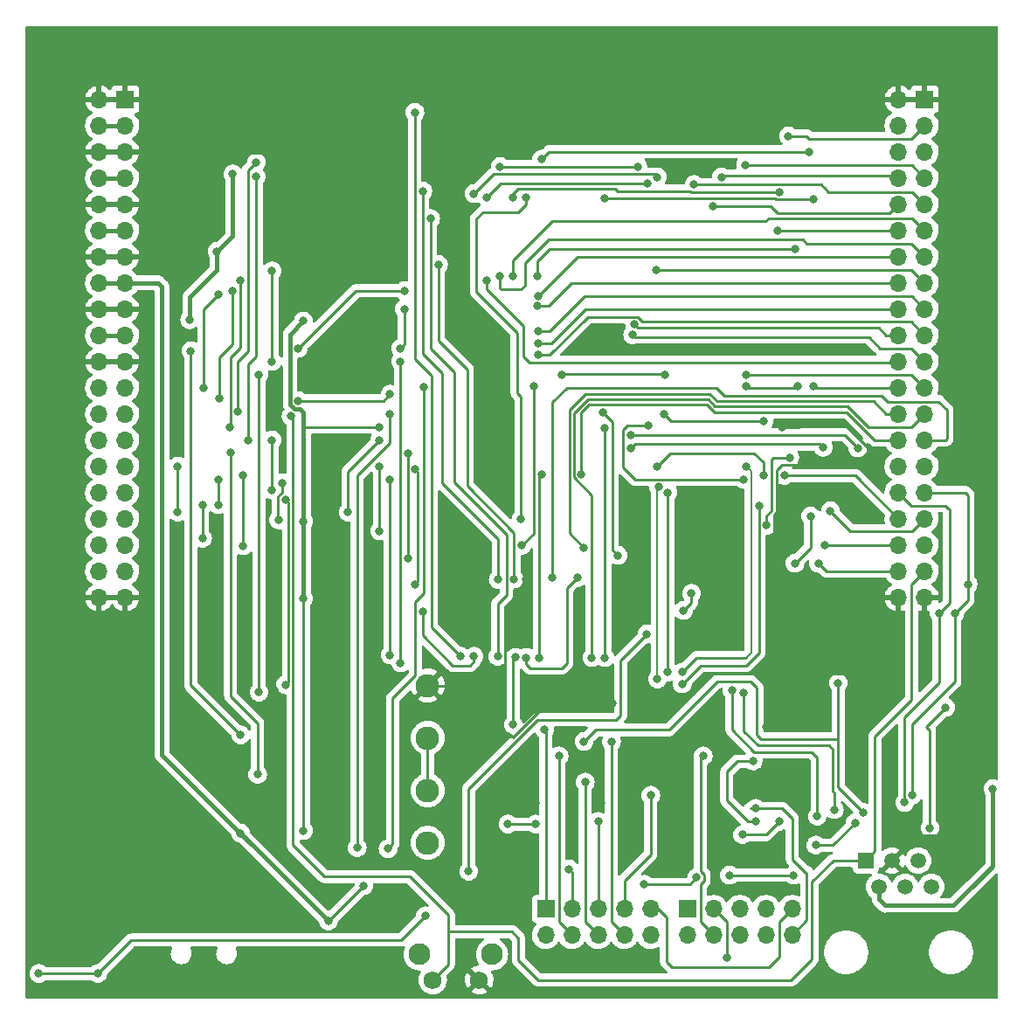
<source format=gbl>
%TF.GenerationSoftware,KiCad,Pcbnew,6.0.8+dfsg-1~bpo11+1*%
%TF.CreationDate,2022-11-16T21:16:40+01:00*%
%TF.ProjectId,CpuCubeV2-00,43707543-7562-4655-9632-2d30302e6b69,rev?*%
%TF.SameCoordinates,Original*%
%TF.FileFunction,Copper,L2,Bot*%
%TF.FilePolarity,Positive*%
%FSLAX46Y46*%
G04 Gerber Fmt 4.6, Leading zero omitted, Abs format (unit mm)*
G04 Created by KiCad (PCBNEW 6.0.8+dfsg-1~bpo11+1) date 2022-11-16 21:16:40*
%MOMM*%
%LPD*%
G01*
G04 APERTURE LIST*
%TA.AperFunction,ComponentPad*%
%ADD10R,1.700000X1.700000*%
%TD*%
%TA.AperFunction,ComponentPad*%
%ADD11O,1.700000X1.700000*%
%TD*%
%TA.AperFunction,ComponentPad*%
%ADD12C,2.286000*%
%TD*%
%TA.AperFunction,ComponentPad*%
%ADD13R,1.520000X1.520000*%
%TD*%
%TA.AperFunction,ComponentPad*%
%ADD14C,1.520000*%
%TD*%
%TA.AperFunction,ComponentPad*%
%ADD15C,2.100000*%
%TD*%
%TA.AperFunction,ComponentPad*%
%ADD16C,1.750000*%
%TD*%
%TA.AperFunction,ViaPad*%
%ADD17C,0.800000*%
%TD*%
%TA.AperFunction,Conductor*%
%ADD18C,0.400000*%
%TD*%
%TA.AperFunction,Conductor*%
%ADD19C,0.250000*%
%TD*%
%TA.AperFunction,Conductor*%
%ADD20C,0.200000*%
%TD*%
G04 APERTURE END LIST*
D10*
%TO.P,J101,1,Pin_1*%
%TO.N,GND*%
X111125000Y-53467000D03*
D11*
%TO.P,J101,2,Pin_2*%
X108585000Y-53467000D03*
%TO.P,J101,3,Pin_3*%
%TO.N,+BATT*%
X111125000Y-56007000D03*
%TO.P,J101,4,Pin_4*%
X108585000Y-56007000D03*
%TO.P,J101,5,Pin_5*%
%TO.N,GND*%
X111125000Y-58547000D03*
%TO.P,J101,6,Pin_6*%
X108585000Y-58547000D03*
%TO.P,J101,7,Pin_7*%
%TO.N,+12V*%
X111125000Y-61087000D03*
%TO.P,J101,8,Pin_8*%
X108585000Y-61087000D03*
%TO.P,J101,9,Pin_9*%
%TO.N,GND*%
X111125000Y-63627000D03*
%TO.P,J101,10,Pin_10*%
X108585000Y-63627000D03*
%TO.P,J101,11,Pin_11*%
%TO.N,+5VA*%
X111125000Y-66167000D03*
%TO.P,J101,12,Pin_12*%
X108585000Y-66167000D03*
%TO.P,J101,13,Pin_13*%
%TO.N,GND*%
X111125000Y-68707000D03*
%TO.P,J101,14,Pin_14*%
X108585000Y-68707000D03*
%TO.P,J101,15,Pin_15*%
%TO.N,+5VD*%
X111125000Y-71247000D03*
%TO.P,J101,16,Pin_16*%
X108585000Y-71247000D03*
%TO.P,J101,17,Pin_17*%
%TO.N,GND*%
X111125000Y-73787000D03*
%TO.P,J101,18,Pin_18*%
X108585000Y-73787000D03*
%TO.P,J101,19,Pin_19*%
%TO.N,+3V3*%
X111125000Y-76327000D03*
%TO.P,J101,20,Pin_20*%
X108585000Y-76327000D03*
%TO.P,J101,21,Pin_21*%
%TO.N,GND*%
X111125000Y-78867000D03*
%TO.P,J101,22,Pin_22*%
X108585000Y-78867000D03*
%TO.P,J101,23,Pin_23*%
%TO.N,/PWM0*%
X111125000Y-81407000D03*
%TO.P,J101,24,Pin_24*%
%TO.N,/PWM1*%
X108585000Y-81407000D03*
%TO.P,J101,25,Pin_25*%
%TO.N,/PWM2*%
X111125000Y-83947000D03*
%TO.P,J101,26,Pin_26*%
%TO.N,/PWM3*%
X108585000Y-83947000D03*
%TO.P,J101,27,Pin_27*%
%TO.N,/PWM4*%
X111125000Y-86487000D03*
%TO.P,J101,28,Pin_28*%
%TO.N,/INT0*%
X108585000Y-86487000D03*
%TO.P,J101,29,Pin_29*%
%TO.N,/INT1*%
X111125000Y-89027000D03*
%TO.P,J101,30,Pin_30*%
%TO.N,/IO8*%
X108585000Y-89027000D03*
%TO.P,J101,31,Pin_31*%
%TO.N,/IO0*%
X111125000Y-91567000D03*
%TO.P,J101,32,Pin_32*%
%TO.N,/IO1*%
X108585000Y-91567000D03*
%TO.P,J101,33,Pin_33*%
%TO.N,/IO2*%
X111125000Y-94107000D03*
%TO.P,J101,34,Pin_34*%
%TO.N,/IO3*%
X108585000Y-94107000D03*
%TO.P,J101,35,Pin_35*%
%TO.N,/IO4*%
X111125000Y-96647000D03*
%TO.P,J101,36,Pin_36*%
%TO.N,/IO5*%
X108585000Y-96647000D03*
%TO.P,J101,37,Pin_37*%
%TO.N,/IO6*%
X111125000Y-99187000D03*
%TO.P,J101,38,Pin_38*%
%TO.N,/IO7*%
X108585000Y-99187000D03*
%TO.P,J101,39,Pin_39*%
%TO.N,GND*%
X111125000Y-101727000D03*
%TO.P,J101,40,Pin_40*%
X108585000Y-101727000D03*
%TD*%
D12*
%TO.P,C302,1*%
%TO.N,Net-(C301-Pad2)*%
X140428500Y-115348000D03*
%TO.P,C302,2*%
%TO.N,GND*%
X140428500Y-110268000D03*
%TD*%
D13*
%TO.P,J104,1*%
%TO.N,/RST*%
X182885000Y-127231000D03*
D14*
%TO.P,J104,2*%
%TO.N,+3V3*%
X184155000Y-129771000D03*
%TO.P,J104,3*%
%TO.N,GND*%
X185425000Y-127231000D03*
%TO.P,J104,4*%
%TO.N,/PGED1*%
X186695000Y-129771000D03*
%TO.P,J104,5*%
%TO.N,/PGEC1*%
X187965000Y-127231000D03*
%TO.P,J104,6*%
%TO.N,unconnected-(J104-Pad6)*%
X189235000Y-129771000D03*
%TD*%
D10*
%TO.P,J301,1,Pin_1*%
%TO.N,/I2C/F34*%
X165588000Y-131916000D03*
D11*
%TO.P,J301,2,Pin_2*%
%TO.N,/I2C/E34*%
X165588000Y-134456000D03*
%TO.P,J301,3,Pin_3*%
%TO.N,Net-(J301-Pad3)*%
X168128000Y-131916000D03*
%TO.P,J301,4,Pin_4*%
%TO.N,/I2C/D34*%
X168128000Y-134456000D03*
%TO.P,J301,5,Pin_5*%
%TO.N,/I2C/B34*%
X170668000Y-131916000D03*
%TO.P,J301,6,Pin_6*%
%TO.N,/I2C/C34*%
X170668000Y-134456000D03*
%TO.P,J301,7,Pin_7*%
%TO.N,/I2C/A34*%
X173208000Y-131916000D03*
%TO.P,J301,8,Pin_8*%
%TO.N,/I2C/G34*%
X173208000Y-134456000D03*
%TO.P,J301,9,Pin_9*%
%TO.N,Net-(J301-Pad9)*%
X175748000Y-131916000D03*
%TO.P,J301,10,Pin_10*%
%TO.N,/I2C/P34*%
X175748000Y-134456000D03*
%TD*%
D10*
%TO.P,J302,1,Pin_1*%
%TO.N,Net-(J302-Pad1)*%
X151872000Y-131916000D03*
D11*
%TO.P,J302,2,Pin_2*%
%TO.N,Net-(J302-Pad2)*%
X151872000Y-134456000D03*
%TO.P,J302,3,Pin_3*%
%TO.N,Net-(J301-Pad3)*%
X154412000Y-131916000D03*
%TO.P,J302,4,Pin_4*%
%TO.N,Net-(J302-Pad4)*%
X154412000Y-134456000D03*
%TO.P,J302,5,Pin_5*%
%TO.N,Net-(J302-Pad5)*%
X156952000Y-131916000D03*
%TO.P,J302,6,Pin_6*%
%TO.N,Net-(J302-Pad6)*%
X156952000Y-134456000D03*
%TO.P,J302,7,Pin_7*%
%TO.N,Net-(J302-Pad7)*%
X159492000Y-131916000D03*
%TO.P,J302,8,Pin_8*%
%TO.N,Net-(J302-Pad8)*%
X159492000Y-134456000D03*
%TO.P,J302,9,Pin_9*%
%TO.N,Net-(J301-Pad9)*%
X162032000Y-131916000D03*
%TO.P,J302,10,Pin_10*%
%TO.N,Net-(J302-Pad10)*%
X162032000Y-134456000D03*
%TD*%
D15*
%TO.P,SW101,*%
%TO.N,*%
X146665000Y-136321000D03*
X139655000Y-136321000D03*
D16*
%TO.P,SW101,1,1*%
%TO.N,GND*%
X145415000Y-138811000D03*
%TO.P,SW101,2,2*%
%TO.N,/RST*%
X140915000Y-138811000D03*
%TD*%
D10*
%TO.P,J102,1,Pin_1*%
%TO.N,GND*%
X188595000Y-53467000D03*
D11*
%TO.P,J102,2,Pin_2*%
X186055000Y-53467000D03*
%TO.P,J102,3,Pin_3*%
%TO.N,/IC1*%
X188595000Y-56007000D03*
%TO.P,J102,4,Pin_4*%
%TO.N,/IC2*%
X186055000Y-56007000D03*
%TO.P,J102,5,Pin_5*%
%TO.N,/CAN1RX*%
X188595000Y-58547000D03*
%TO.P,J102,6,Pin_6*%
%TO.N,/CAN1TX*%
X186055000Y-58547000D03*
%TO.P,J102,7,Pin_7*%
%TO.N,/SCK1*%
X188595000Y-61087000D03*
%TO.P,J102,8,Pin_8*%
%TO.N,/SDI1*%
X186055000Y-61087000D03*
%TO.P,J102,9,Pin_9*%
%TO.N,/IO11*%
X188595000Y-63627000D03*
%TO.P,J102,10,Pin_10*%
%TO.N,/SDO1*%
X186055000Y-63627000D03*
%TO.P,J102,11,Pin_11*%
%TO.N,/IO10*%
X188595000Y-66167000D03*
%TO.P,J102,12,Pin_12*%
%TO.N,/D0*%
X186055000Y-66167000D03*
%TO.P,J102,13,Pin_13*%
%TO.N,/D1*%
X188595000Y-68707000D03*
%TO.P,J102,14,Pin_14*%
%TO.N,/D2*%
X186055000Y-68707000D03*
%TO.P,J102,15,Pin_15*%
%TO.N,/D3*%
X188595000Y-71247000D03*
%TO.P,J102,16,Pin_16*%
%TO.N,/D4*%
X186055000Y-71247000D03*
%TO.P,J102,17,Pin_17*%
%TO.N,/D5*%
X188595000Y-73787000D03*
%TO.P,J102,18,Pin_18*%
%TO.N,/D6*%
X186055000Y-73787000D03*
%TO.P,J102,19,Pin_19*%
%TO.N,/D7*%
X188595000Y-76327000D03*
%TO.P,J102,20,Pin_20*%
%TO.N,/E*%
X186055000Y-76327000D03*
%TO.P,J102,21,Pin_21*%
%TO.N,/RS*%
X188595000Y-78867000D03*
%TO.P,J102,22,Pin_22*%
%TO.N,/RW*%
X186055000Y-78867000D03*
%TO.P,J102,23,Pin_23*%
%TO.N,/CS1*%
X188595000Y-81407000D03*
%TO.P,J102,24,Pin_24*%
%TO.N,/CS2*%
X186055000Y-81407000D03*
%TO.P,J102,25,Pin_25*%
%TO.N,/UART-RX1*%
X188595000Y-83947000D03*
%TO.P,J102,26,Pin_26*%
%TO.N,/UART-TX1*%
X186055000Y-83947000D03*
%TO.P,J102,27,Pin_27*%
%TO.N,/UART-RX2*%
X188595000Y-86487000D03*
%TO.P,J102,28,Pin_28*%
%TO.N,/UART-TX2*%
X186055000Y-86487000D03*
%TO.P,J102,29,Pin_29*%
%TO.N,/UART-RX3*%
X188595000Y-89027000D03*
%TO.P,J102,30,Pin_30*%
%TO.N,/UART-TX3*%
X186055000Y-89027000D03*
%TO.P,J102,31,Pin_31*%
%TO.N,/SDA1*%
X188595000Y-91567000D03*
%TO.P,J102,32,Pin_32*%
%TO.N,/SCL1*%
X186055000Y-91567000D03*
%TO.P,J102,33,Pin_33*%
%TO.N,/SDA2*%
X188595000Y-94107000D03*
%TO.P,J102,34,Pin_34*%
%TO.N,/SCL2*%
X186055000Y-94107000D03*
%TO.P,J102,35,Pin_35*%
%TO.N,/SDA3*%
X188595000Y-96647000D03*
%TO.P,J102,36,Pin_36*%
%TO.N,/SCL3*%
X186055000Y-96647000D03*
%TO.P,J102,37,Pin_37*%
%TO.N,/RST*%
X188595000Y-99187000D03*
%TO.P,J102,38,Pin_38*%
%TO.N,/IO9*%
X186055000Y-99187000D03*
%TO.P,J102,39,Pin_39*%
%TO.N,GND*%
X188595000Y-101727000D03*
%TO.P,J102,40,Pin_40*%
X186055000Y-101727000D03*
%TD*%
D12*
%TO.P,C301,1*%
%TO.N,Net-(C301-Pad1)*%
X140428500Y-125508000D03*
%TO.P,C301,2*%
%TO.N,Net-(C301-Pad2)*%
X140428500Y-120428000D03*
%TD*%
D17*
%TO.N,+3V3*%
X161798000Y-85090000D03*
X149987000Y-107569000D03*
X135763000Y-85217000D03*
X128397000Y-124333000D03*
X121539000Y-60706000D03*
X128397000Y-101854000D03*
X140208000Y-132588000D03*
X128380499Y-74946501D03*
X154940000Y-99822000D03*
X117364500Y-74819500D03*
X195199000Y-120269000D03*
X176022000Y-98425000D03*
X102743000Y-138176000D03*
X120015000Y-68199000D03*
X128397000Y-94361000D03*
X177546000Y-93853000D03*
X108458000Y-138176000D03*
X171069000Y-90297000D03*
%TO.N,GND*%
X149987000Y-99949000D03*
X157226000Y-121666000D03*
X173228000Y-77851000D03*
X173990000Y-101219000D03*
X162687000Y-115951000D03*
X133858000Y-74422000D03*
X176784000Y-84836000D03*
X150876000Y-121666000D03*
X171831000Y-118872000D03*
X173482000Y-109093000D03*
X161290000Y-92456000D03*
X129570000Y-129510000D03*
X180848000Y-77851000D03*
X145923000Y-108331000D03*
X125603000Y-101727000D03*
X161290000Y-101092000D03*
X158369000Y-112014000D03*
X119507000Y-104394000D03*
X173228000Y-114300000D03*
X164846000Y-59817000D03*
X155067000Y-107569000D03*
X125603000Y-110744000D03*
X155829000Y-77851000D03*
X136779000Y-57277000D03*
X174752000Y-85217000D03*
X162687000Y-118745000D03*
X154432000Y-121666000D03*
X191299500Y-124803500D03*
X148336000Y-120650000D03*
X125476000Y-82423000D03*
X171958000Y-57023000D03*
X168148000Y-96139000D03*
X161290000Y-95631000D03*
X146939000Y-83312000D03*
X146939000Y-90170000D03*
X162052000Y-112014000D03*
%TO.N,/IC1*%
X171323000Y-81307498D03*
X176276000Y-81307498D03*
X175387000Y-57023000D03*
%TO.N,/CAN1RX*%
X177419000Y-58547000D03*
X151472699Y-59257000D03*
%TO.N,/CAN1TX*%
X176022000Y-67945000D03*
X151092500Y-70615798D03*
%TO.N,/SCK1*%
X171233500Y-59878004D03*
%TO.N,/SDI1*%
X157607000Y-107569000D03*
X157607000Y-85344000D03*
X168910000Y-60997500D03*
%TO.N,/IO11*%
X166243000Y-61722000D03*
X149531000Y-96701644D03*
X150749000Y-81280000D03*
%TO.N,/SDO1*%
X168043486Y-63842983D03*
X157406504Y-83782500D03*
X158877000Y-97663000D03*
%TO.N,/IO10*%
X148717000Y-70612000D03*
%TO.N,/D0*%
X174371000Y-66167000D03*
X148717000Y-62992000D03*
X174502588Y-62446500D03*
%TO.N,/D1*%
X147447000Y-70612000D03*
%TO.N,/D2*%
X151136348Y-72515489D03*
%TO.N,/D3*%
X144907000Y-62611000D03*
X162675781Y-61006810D03*
X162560000Y-69977000D03*
%TO.N,/D4*%
X151087038Y-73513774D03*
%TO.N,/D5*%
X127889000Y-77597000D03*
X138176000Y-72009000D03*
X151130000Y-75946000D03*
%TO.N,/D6*%
X137795000Y-77597000D03*
X151130000Y-77089000D03*
X138176000Y-73787000D03*
%TO.N,/D7*%
X125349000Y-70104000D03*
X125349000Y-78867000D03*
X151130000Y-78232000D03*
%TO.N,/E*%
X160489794Y-75294772D03*
X160782000Y-59981500D03*
X147447000Y-59981500D03*
%TO.N,/RS*%
X146177000Y-62992000D03*
X160301079Y-76291323D03*
X161737500Y-61632500D03*
%TO.N,/RW*%
X146177000Y-70993000D03*
%TO.N,/CS1*%
X171323000Y-80137000D03*
%TO.N,/CS2*%
X177829921Y-63118483D03*
X177800000Y-81307498D03*
X157596376Y-63081500D03*
%TO.N,/UART-RX1*%
X156337000Y-107569000D03*
%TO.N,/UART-TX1*%
X155570701Y-96905299D03*
%TO.N,/UART-RX2*%
X152527000Y-99822000D03*
%TO.N,/UART-TX2*%
X155321000Y-89789000D03*
X151511000Y-89789000D03*
X151257000Y-107569000D03*
%TO.N,/UART-RX3*%
X182113701Y-87253299D03*
X136779000Y-82042000D03*
X160109500Y-85983299D03*
X127889000Y-82677000D03*
%TO.N,/UART-TX3*%
X178744286Y-87193714D03*
X160109500Y-87275973D03*
%TO.N,/SDA1*%
X192786000Y-100457000D03*
X191516000Y-103251000D03*
X187403000Y-120879301D03*
%TO.N,/SCL1*%
X165989000Y-101346000D03*
X173010326Y-84671500D03*
X186651344Y-121603801D03*
X165227000Y-102997000D03*
X163322000Y-83947000D03*
X189992000Y-103251000D03*
%TO.N,/SDA2*%
X179451000Y-93345000D03*
%TO.N,/SCL2*%
X172974000Y-89916000D03*
X175005151Y-89923749D03*
X162687000Y-89027000D03*
%TO.N,/SCL3*%
X178943000Y-96647000D03*
%TO.N,/RST*%
X127196650Y-84189765D03*
%TO.N,/IO9*%
X149479000Y-94107000D03*
X178308000Y-98425000D03*
X149987000Y-62992000D03*
%TO.N,+5VD*%
X166488444Y-128887963D03*
X181864000Y-123571000D03*
X190627000Y-112395000D03*
X169672000Y-128651000D03*
X161417000Y-129540000D03*
X175895000Y-128651000D03*
X150876000Y-123698000D03*
X148209000Y-123698000D03*
X134239000Y-129667000D03*
X122301000Y-124587000D03*
X189103000Y-124079000D03*
X178054000Y-125730000D03*
X130810000Y-133096000D03*
%TO.N,/PWM0*%
X118745000Y-81407000D03*
X163411500Y-80137000D03*
X120142000Y-72390000D03*
X153416000Y-80137000D03*
%TO.N,/PWM1*%
X121539000Y-72009000D03*
X120269000Y-82423000D03*
%TO.N,/PWM2*%
X123825000Y-59563000D03*
X122047000Y-83693000D03*
%TO.N,/PWM3*%
X122301000Y-70993000D03*
X121285000Y-85217000D03*
%TO.N,/PWM4*%
X123825000Y-60960000D03*
X123063000Y-86487000D03*
%TO.N,/INT0*%
X182626000Y-122555000D03*
X155575000Y-115697000D03*
X123952000Y-118872000D03*
X180213000Y-110019500D03*
X121335953Y-87706047D03*
%TO.N,/INT1*%
X132715000Y-93472000D03*
X116205000Y-89027000D03*
X135763000Y-86487000D03*
X116205000Y-93472000D03*
%TO.N,/IO8*%
X173265500Y-94747935D03*
X120142000Y-92747500D03*
X120142000Y-90297000D03*
X175514000Y-88175500D03*
%TO.N,/IO0*%
X125349000Y-91313000D03*
X125349000Y-86487000D03*
%TO.N,/IO1*%
X118622299Y-92747500D03*
X118618000Y-96012000D03*
%TO.N,/IO2*%
X126362665Y-90640500D03*
X125982786Y-94223201D03*
%TO.N,/IO3*%
X135763000Y-95287500D03*
X135763000Y-89027000D03*
%TO.N,/IO4*%
X122555000Y-89916000D03*
X122555000Y-96736500D03*
%TO.N,/IO5*%
X138557000Y-87757000D03*
X138557000Y-97917000D03*
%TO.N,/IO7*%
X139229500Y-100457000D03*
X139229500Y-89332530D03*
%TO.N,/VBUS*%
X163703000Y-91567000D03*
X163703000Y-108966000D03*
%TO.N,/D-*%
X162793997Y-91021500D03*
X162687000Y-109638500D03*
%TO.N,/D+*%
X165100000Y-108966000D03*
X171323000Y-89027000D03*
%TO.N,/PGED1*%
X169926000Y-110744000D03*
X126655390Y-92284011D03*
X178181000Y-122936000D03*
X126653927Y-110196962D03*
%TO.N,/PGEC1*%
X136779000Y-107315000D03*
X179832000Y-122301000D03*
X171069000Y-110998000D03*
X136779000Y-90297000D03*
%TO.N,Net-(C305-Pad1)*%
X161671000Y-105283000D03*
X144399000Y-128270000D03*
%TO.N,Net-(J301-Pad3)*%
X154129500Y-128064500D03*
X169418000Y-136652000D03*
%TO.N,/PIC32/UART-TX*%
X136585329Y-126087732D03*
X140081000Y-81317500D03*
%TO.N,Net-(J302-Pad1)*%
X151765000Y-114554000D03*
%TO.N,Net-(J302-Pad4)*%
X153162000Y-117094000D03*
%TO.N,Net-(J302-Pad5)*%
X156972000Y-123444000D03*
%TO.N,Net-(J302-Pad6)*%
X155702000Y-119634000D03*
%TO.N,Net-(J302-Pad7)*%
X162052000Y-120904000D03*
%TO.N,Net-(J302-Pad8)*%
X158242000Y-115697000D03*
%TO.N,Net-(Q303-Pad1)*%
X170942000Y-124714000D03*
X174498000Y-123444000D03*
%TO.N,/LED1*%
X137795000Y-108077000D03*
X137795000Y-78867000D03*
%TO.N,/LED2*%
X124079000Y-80137000D03*
X124079000Y-110908500D03*
%TO.N,Net-(R201-Pad2)*%
X143637000Y-107442000D03*
X139192000Y-54737000D03*
%TO.N,Net-(R203-Pad2)*%
X139954000Y-62357000D03*
X147268000Y-99998118D03*
%TO.N,Net-(R205-Pad2)*%
X140716000Y-65024000D03*
X147230500Y-107442000D03*
%TO.N,/I2C/P34*%
X172212000Y-122174000D03*
%TO.N,/I2C/D34*%
X167132000Y-117094000D03*
%TO.N,/I2C/G34*%
X172212000Y-123444000D03*
X171958000Y-117602000D03*
%TO.N,Net-(R207-Pad2)*%
X141478000Y-69469000D03*
X148806500Y-99949000D03*
%TO.N,Net-(R209-Pad2)*%
X148717000Y-114046000D03*
X117475000Y-77851000D03*
X122301000Y-115062000D03*
X148933500Y-107548997D03*
%TO.N,Net-(R213-Pad2)*%
X172593000Y-92837000D03*
X165100000Y-110109000D03*
%TO.N,Net-(R216-Pad2)*%
X133604000Y-125984000D03*
X136779000Y-83947000D03*
%TO.N,Net-(U201-Pad7)*%
X144907000Y-107442000D03*
X139954000Y-103124000D03*
%TD*%
D18*
%TO.N,+3V3*%
X184785000Y-131572000D02*
X191389000Y-131572000D01*
X121539000Y-60706000D02*
X121539000Y-66675000D01*
X121539000Y-66675000D02*
X120015000Y-68199000D01*
D19*
X128524000Y-85217000D02*
X128397000Y-85090000D01*
X128397000Y-124333000D02*
X128397000Y-101854000D01*
X195072000Y-127889000D02*
X195199000Y-127762000D01*
D18*
X120015000Y-68199000D02*
X120015000Y-69977000D01*
X128397000Y-94361000D02*
X128397000Y-85090000D01*
X184155000Y-130942000D02*
X184785000Y-131572000D01*
X128397000Y-101854000D02*
X128397000Y-94361000D01*
X127089500Y-76237500D02*
X128380499Y-74946501D01*
D19*
X108458000Y-138176000D02*
X111688000Y-134946000D01*
D18*
X117364500Y-72627500D02*
X117364500Y-74819500D01*
D19*
X149987000Y-107569000D02*
X149987000Y-108204000D01*
D18*
X128397000Y-83807664D02*
X128065836Y-83476500D01*
D19*
X159385000Y-89154000D02*
X160528000Y-90297000D01*
D18*
X191389000Y-131572000D02*
X195072000Y-127889000D01*
X128065836Y-83476500D02*
X127557836Y-83476500D01*
D19*
X149987000Y-108204000D02*
X150368000Y-108585000D01*
X153924000Y-108077000D02*
X153924000Y-107950000D01*
X160528000Y-90297000D02*
X171069000Y-90297000D01*
X153924000Y-100838000D02*
X154940000Y-99822000D01*
X159385000Y-85471000D02*
X159385000Y-89154000D01*
X153416000Y-108585000D02*
X153924000Y-108077000D01*
X153924000Y-107950000D02*
X153924000Y-100838000D01*
X150368000Y-108585000D02*
X151892000Y-108585000D01*
D18*
X195199000Y-127762000D02*
X191389000Y-131572000D01*
X108585000Y-76327000D02*
X111125000Y-76327000D01*
D19*
X102743000Y-138176000D02*
X108458000Y-138176000D01*
D18*
X128397000Y-85090000D02*
X128397000Y-83807664D01*
D19*
X151892000Y-108585000D02*
X153416000Y-108585000D01*
X111688000Y-134946000D02*
X137850000Y-134946000D01*
D18*
X184155000Y-129771000D02*
X184155000Y-130942000D01*
D19*
X161798000Y-85090000D02*
X159766000Y-85090000D01*
X135763000Y-85217000D02*
X128524000Y-85217000D01*
X137850000Y-134946000D02*
X140208000Y-132588000D01*
D18*
X127557836Y-83476500D02*
X127089500Y-83008164D01*
D19*
X177546000Y-96901000D02*
X176022000Y-98425000D01*
D18*
X120015000Y-69977000D02*
X117364500Y-72627500D01*
X195199000Y-120269000D02*
X195199000Y-127762000D01*
X127089500Y-83008164D02*
X127089500Y-76237500D01*
D19*
X159766000Y-85090000D02*
X159385000Y-85471000D01*
X177546000Y-93853000D02*
X177546000Y-96901000D01*
%TO.N,GND*%
X186055000Y-101727000D02*
X186055000Y-108331000D01*
X145923000Y-108331000D02*
X145923000Y-110109000D01*
X147955000Y-106426000D02*
X147955000Y-109093000D01*
X173482000Y-101727000D02*
X173990000Y-101219000D01*
X173990000Y-93726000D02*
X173990000Y-97316205D01*
X149987000Y-99949000D02*
X149987000Y-102997000D01*
X173228000Y-114300000D02*
X173228000Y-112776000D01*
X148780500Y-115252500D02*
X148717000Y-115189000D01*
X174752000Y-85217000D02*
X176403000Y-85217000D01*
X125603000Y-110744000D02*
X125603000Y-125543000D01*
X145923000Y-108331000D02*
X145923000Y-109601000D01*
X173990000Y-97316205D02*
X173982219Y-97323986D01*
X186055000Y-53467000D02*
X175514000Y-53467000D01*
X173982219Y-97323986D02*
X173982219Y-101211219D01*
X174280651Y-93435349D02*
X173990000Y-93726000D01*
X173982219Y-101211219D02*
X173990000Y-101219000D01*
X187852500Y-124803500D02*
X191299500Y-124803500D01*
X145923000Y-110109000D02*
X145923000Y-114427000D01*
X140428500Y-110268000D02*
X142653000Y-110268000D01*
D18*
X135509000Y-58547000D02*
X136779000Y-57277000D01*
D19*
X155067000Y-107569000D02*
X155067000Y-108712000D01*
D18*
X128778000Y-58547000D02*
X135509000Y-58547000D01*
D19*
X173482000Y-109093000D02*
X173482000Y-112522000D01*
X180721000Y-84836000D02*
X183515000Y-87630000D01*
X175514000Y-53467000D02*
X171958000Y-57023000D01*
D18*
X129921000Y-58547000D02*
X128778000Y-58547000D01*
D19*
X125603000Y-110744000D02*
X125603000Y-101727000D01*
X162052000Y-112014000D02*
X164973000Y-112014000D01*
X185425000Y-127231000D02*
X187852500Y-124803500D01*
X148780500Y-115252500D02*
X148717000Y-115316000D01*
X147955000Y-109093000D02*
X147447000Y-109601000D01*
D18*
X128778000Y-58547000D02*
X111125000Y-58547000D01*
D19*
X125603000Y-125543000D02*
X129570000Y-129510000D01*
D18*
X111125000Y-63627000D02*
X108585000Y-63627000D01*
D19*
X148717000Y-115189000D02*
X146685000Y-115189000D01*
X155067000Y-108712000D02*
X158369000Y-112014000D01*
X158369000Y-112014000D02*
X152019000Y-112014000D01*
X173482000Y-109093000D02*
X173482000Y-101727000D01*
D18*
X108585000Y-58547000D02*
X111125000Y-58547000D01*
D19*
X140428500Y-110268000D02*
X145764000Y-110268000D01*
X145764000Y-110268000D02*
X145923000Y-110109000D01*
X174752000Y-88900000D02*
X174280651Y-89371349D01*
X149987000Y-102997000D02*
X147955000Y-105029000D01*
D18*
X108585000Y-73787000D02*
X111125000Y-73787000D01*
D19*
X186055000Y-108331000D02*
X185293000Y-109093000D01*
X147447000Y-109601000D02*
X145923000Y-109601000D01*
D18*
X108585000Y-68707000D02*
X111125000Y-68707000D01*
D19*
X173228000Y-112776000D02*
X173482000Y-112522000D01*
X183515000Y-87630000D02*
X183515000Y-88138000D01*
X164973000Y-112014000D02*
X167894000Y-109093000D01*
X174280651Y-89371349D02*
X174280651Y-93435349D01*
X176403000Y-85217000D02*
X176784000Y-84836000D01*
X167894000Y-109093000D02*
X173482000Y-109093000D01*
X152019000Y-112014000D02*
X148780500Y-115252500D01*
D18*
X108585000Y-53467000D02*
X111125000Y-53467000D01*
D19*
X176784000Y-84836000D02*
X180721000Y-84836000D01*
X147955000Y-105029000D02*
X147955000Y-106426000D01*
X185293000Y-109093000D02*
X173482000Y-109093000D01*
X182753000Y-88900000D02*
X174752000Y-88900000D01*
X145923000Y-114427000D02*
X146685000Y-115189000D01*
D18*
X108585000Y-78867000D02*
X111125000Y-78867000D01*
D19*
X183515000Y-88138000D02*
X182753000Y-88900000D01*
%TO.N,Net-(C301-Pad2)*%
X140428500Y-115348000D02*
X140428500Y-120428000D01*
%TO.N,/IC1*%
X188595000Y-56007000D02*
X187325000Y-57277000D01*
X177165000Y-57023000D02*
X177419000Y-57277000D01*
X176276000Y-81307498D02*
X176176498Y-81407000D01*
X187325000Y-57277000D02*
X177419000Y-57277000D01*
X175387000Y-57023000D02*
X177165000Y-57023000D01*
X176176498Y-81407000D02*
X171422502Y-81407000D01*
X171422502Y-81407000D02*
X171323000Y-81307498D01*
%TO.N,/CAN1RX*%
X152182699Y-58547000D02*
X151472699Y-59257000D01*
X177419000Y-58547000D02*
X152182699Y-58547000D01*
%TO.N,/CAN1TX*%
X176022000Y-67945000D02*
X152273000Y-67945000D01*
X151092500Y-69125500D02*
X151092500Y-70615798D01*
X152273000Y-67945000D02*
X151092500Y-69125500D01*
%TO.N,/SCK1*%
X188595000Y-61087000D02*
X187386004Y-59878004D01*
X187386004Y-59878004D02*
X171233500Y-59878004D01*
%TO.N,/SDI1*%
X185859499Y-60891499D02*
X169016001Y-60891499D01*
X186055000Y-61087000D02*
X185859499Y-60891499D01*
X169016001Y-60891499D02*
X168910000Y-60997500D01*
X157607000Y-107569000D02*
X157607000Y-85344000D01*
%TO.N,/IO11*%
X187420000Y-62452000D02*
X179292000Y-62452000D01*
X150675322Y-87671394D02*
X150675322Y-89969322D01*
X150675322Y-89969322D02*
X150675322Y-81353678D01*
X166243000Y-61722000D02*
X174149973Y-61722000D01*
X178562000Y-61722000D02*
X179292000Y-62452000D01*
X166243000Y-61722000D02*
X178562000Y-61722000D01*
X149531000Y-96701644D02*
X150675322Y-95557322D01*
X188595000Y-63627000D02*
X187420000Y-62452000D01*
X150675322Y-81353678D02*
X150749000Y-81280000D01*
X179292000Y-62452000D02*
X178879500Y-62039500D01*
X150675322Y-89969322D02*
X150675322Y-95557322D01*
%TO.N,/SDO1*%
X174331310Y-64477000D02*
X185205000Y-64477000D01*
X158877000Y-97663000D02*
X158300499Y-97086499D01*
X158331500Y-85888810D02*
X158331500Y-84707496D01*
X158300499Y-97086499D02*
X158300499Y-85919811D01*
X158331500Y-84707496D02*
X157406504Y-83782500D01*
X158300499Y-85919811D02*
X158331500Y-85888810D01*
X173697293Y-63842983D02*
X174331310Y-64477000D01*
X185205000Y-64477000D02*
X186055000Y-63627000D01*
X168043486Y-63842983D02*
X173697293Y-63842983D01*
%TO.N,/IO10*%
X152513017Y-65291983D02*
X148717000Y-69088000D01*
X187418504Y-64990504D02*
X173485653Y-64990504D01*
X148717000Y-69088000D02*
X148717000Y-70612000D01*
X188595000Y-66167000D02*
X187418504Y-64990504D01*
X173184174Y-65291983D02*
X152513017Y-65291983D01*
X173485653Y-64990504D02*
X173184174Y-65291983D01*
%TO.N,/D0*%
X148717000Y-62611000D02*
X149225000Y-62103000D01*
X149225000Y-62103000D02*
X158623000Y-62103000D01*
X165853402Y-62357000D02*
X165942902Y-62446500D01*
X165942902Y-62446500D02*
X174502588Y-62446500D01*
X180467000Y-66167000D02*
X174371000Y-66167000D01*
X158877000Y-62357000D02*
X165853402Y-62357000D01*
X180467000Y-66167000D02*
X178054000Y-66167000D01*
X186055000Y-66167000D02*
X180467000Y-66167000D01*
X158623000Y-62103000D02*
X158877000Y-62357000D01*
X148717000Y-62992000D02*
X148717000Y-62611000D01*
%TO.N,/D1*%
X149860000Y-71501000D02*
X149479000Y-71882000D01*
X147447000Y-71755000D02*
X147447000Y-70612000D01*
X147574000Y-71882000D02*
X147447000Y-71755000D01*
X149479000Y-71882000D02*
X147574000Y-71882000D01*
X188595000Y-68707000D02*
X187325000Y-67437000D01*
X152146000Y-67056000D02*
X149860000Y-69342000D01*
X149860000Y-69342000D02*
X149860000Y-71501000D01*
X187325000Y-67437000D02*
X177165000Y-67437000D01*
X176784000Y-67056000D02*
X152146000Y-67056000D01*
X177165000Y-67437000D02*
X176784000Y-67056000D01*
%TO.N,/D2*%
X154944837Y-68707000D02*
X151136348Y-72515489D01*
X186055000Y-68707000D02*
X154944837Y-68707000D01*
%TO.N,/D3*%
X188595000Y-71247000D02*
X187325000Y-69977000D01*
X187325000Y-69977000D02*
X162560000Y-69977000D01*
X144907000Y-62611000D02*
X146812000Y-60706000D01*
X162374971Y-60706000D02*
X162675781Y-61006810D01*
X146812000Y-60706000D02*
X162374971Y-60706000D01*
%TO.N,/D4*%
X186055000Y-71247000D02*
X154393548Y-71247000D01*
X154393548Y-71247000D02*
X152126774Y-73513774D01*
X152126774Y-73513774D02*
X151087038Y-73513774D01*
%TO.N,/D5*%
X187362636Y-72554636D02*
X165189364Y-72554636D01*
X188595000Y-73787000D02*
X187362636Y-72554636D01*
X133477000Y-72009000D02*
X127889000Y-77597000D01*
X155664364Y-72554636D02*
X152273000Y-75946000D01*
X165189364Y-72554636D02*
X162978636Y-72554636D01*
X162978636Y-72554636D02*
X159982364Y-72554636D01*
X165189364Y-72554636D02*
X155664364Y-72554636D01*
X138176000Y-72009000D02*
X133477000Y-72009000D01*
X151130000Y-75946000D02*
X152273000Y-75946000D01*
%TO.N,/D6*%
X186055000Y-73787000D02*
X155702000Y-73787000D01*
X155702000Y-73787000D02*
X152400000Y-77089000D01*
X152400000Y-77089000D02*
X151130000Y-77089000D01*
X138176000Y-73787000D02*
X138176000Y-77216000D01*
X138176000Y-77216000D02*
X137795000Y-77597000D01*
%TO.N,/D7*%
X155936898Y-74570272D02*
X152274085Y-78233085D01*
X188595000Y-76327000D02*
X187262674Y-74994674D01*
X187262674Y-74994674D02*
X161214294Y-74994674D01*
X125349000Y-70104000D02*
X125349000Y-78867000D01*
X160789892Y-74570272D02*
X155936898Y-74570272D01*
X161214294Y-74994674D02*
X160789892Y-74570272D01*
X152274085Y-78233085D02*
X150971770Y-78233085D01*
%TO.N,/E*%
X184852919Y-76327000D02*
X184134527Y-75608608D01*
X186055000Y-76327000D02*
X184852919Y-76327000D01*
X160803630Y-75608608D02*
X160489794Y-75294772D01*
X184134527Y-75608608D02*
X160803630Y-75608608D01*
X147447000Y-59981500D02*
X160782000Y-59981500D01*
%TO.N,/RS*%
X160533970Y-76524214D02*
X160301079Y-76291323D01*
X184277000Y-77597000D02*
X183204214Y-76524214D01*
X183204214Y-76524214D02*
X160533970Y-76524214D01*
X187325000Y-77597000D02*
X184277000Y-77597000D01*
X188595000Y-78867000D02*
X187325000Y-77597000D01*
X146177000Y-62992000D02*
X147536500Y-61632500D01*
X147536500Y-61632500D02*
X161737500Y-61632500D01*
%TO.N,/RW*%
X186055000Y-78867000D02*
X185964415Y-78957585D01*
X150331585Y-78957585D02*
X149733000Y-78359000D01*
X185964415Y-78957585D02*
X150331585Y-78957585D01*
X149733000Y-75438000D02*
X146177000Y-71882000D01*
X146177000Y-71882000D02*
X146177000Y-70993000D01*
X149733000Y-78359000D02*
X149733000Y-75438000D01*
%TO.N,/CS1*%
X188595000Y-81407000D02*
X187325000Y-80137000D01*
X180848000Y-80137000D02*
X178562000Y-80137000D01*
X187325000Y-80137000D02*
X180848000Y-80137000D01*
X180848000Y-80137000D02*
X171323000Y-80137000D01*
%TO.N,/CS2*%
X174112990Y-63081500D02*
X157596376Y-63081500D01*
X177777404Y-63171000D02*
X174202490Y-63171000D01*
X186055000Y-81407000D02*
X177899502Y-81407000D01*
X174202490Y-63171000D02*
X174112990Y-63081500D01*
X177829921Y-63118483D02*
X177777404Y-63171000D01*
X177899502Y-81407000D02*
X177800000Y-81307498D01*
%TO.N,/UART-RX1*%
X155945308Y-82560002D02*
X154596500Y-83908810D01*
X187325000Y-85217000D02*
X183134690Y-85217000D01*
X181112692Y-83195002D02*
X168283622Y-83195002D01*
X168283622Y-83195002D02*
X167648622Y-82560002D01*
X154596500Y-83908810D02*
X154596500Y-90089098D01*
X188595000Y-83947000D02*
X187325000Y-85217000D01*
X156337000Y-91829598D02*
X156337000Y-107569000D01*
X167648622Y-82560002D02*
X155945308Y-82560002D01*
X183134690Y-85217000D02*
X181112692Y-83195002D01*
X154596500Y-90089098D02*
X156337000Y-91829598D01*
%TO.N,/UART-TX1*%
X183651420Y-82745501D02*
X168469811Y-82745501D01*
X155710622Y-82031998D02*
X154146999Y-83595621D01*
X186055000Y-83947000D02*
X184852919Y-83947000D01*
X154146999Y-83595621D02*
X154146999Y-95481597D01*
X167756308Y-82031998D02*
X155710622Y-82031998D01*
X154146999Y-95481597D02*
X155570701Y-96905299D01*
X184852919Y-83947000D02*
X183651420Y-82745501D01*
X168469811Y-82745501D02*
X167756308Y-82031998D01*
%TO.N,/UART-RX2*%
X190627000Y-86487000D02*
X190754000Y-86360000D01*
X188595000Y-86487000D02*
X190627000Y-86487000D01*
X190754000Y-83566000D02*
X189960000Y-82772000D01*
X169164000Y-82169000D02*
X168402000Y-81407000D01*
X153924000Y-81407000D02*
X152527000Y-82804000D01*
X185007000Y-82772000D02*
X184404000Y-82169000D01*
X189960000Y-82772000D02*
X185007000Y-82772000D01*
X190754000Y-86360000D02*
X190754000Y-83566000D01*
X184404000Y-82169000D02*
X169164000Y-82169000D01*
X168402000Y-81407000D02*
X153924000Y-81407000D01*
X152527000Y-82804000D02*
X152527000Y-99822000D01*
%TO.N,/UART-TX2*%
X167510930Y-83058000D02*
X168224433Y-83771503D01*
X155321000Y-83820000D02*
X156083000Y-83058000D01*
X181053503Y-83771503D02*
X183769000Y-86487000D01*
X156083000Y-83058000D02*
X167510930Y-83058000D01*
X151257000Y-107569000D02*
X151257000Y-90043000D01*
X168224433Y-83771503D02*
X181053503Y-83771503D01*
X151257000Y-90043000D02*
X151511000Y-89789000D01*
X155321000Y-89789000D02*
X155321000Y-83820000D01*
X183769000Y-86487000D02*
X186055000Y-86487000D01*
%TO.N,/UART-RX3*%
X160113799Y-85979000D02*
X160109500Y-85983299D01*
X180839402Y-85979000D02*
X160113799Y-85979000D01*
X136144000Y-82677000D02*
X136779000Y-82042000D01*
X127889000Y-82677000D02*
X136144000Y-82677000D01*
X182113701Y-87253299D02*
X180839402Y-85979000D01*
%TO.N,/UART-TX3*%
X160517473Y-86868000D02*
X160109500Y-87275973D01*
X178418572Y-86868000D02*
X160517473Y-86868000D01*
X178744286Y-87193714D02*
X178418572Y-86868000D01*
%TO.N,/SDA1*%
X187403000Y-114029301D02*
X191516000Y-109916301D01*
X187403000Y-120879301D02*
X187403000Y-114029301D01*
X191516000Y-103251000D02*
X191516000Y-109916301D01*
X192786000Y-101600000D02*
X192786000Y-101981000D01*
X192786000Y-91821000D02*
X192786000Y-100457000D01*
X188595000Y-91567000D02*
X192532000Y-91567000D01*
X192786000Y-100457000D02*
X192786000Y-101600000D01*
X192532000Y-91567000D02*
X192786000Y-91821000D01*
X192786000Y-101981000D02*
X191516000Y-103251000D01*
%TO.N,/SCL1*%
X165989000Y-101346000D02*
X165989000Y-102235000D01*
X187325000Y-92837000D02*
X190627000Y-92837000D01*
X163322000Y-83947000D02*
X164046500Y-84671500D01*
X186651344Y-113322656D02*
X189992000Y-109982000D01*
X190627000Y-92837000D02*
X190881000Y-93091000D01*
X189992000Y-109982000D02*
X189992000Y-103251000D01*
X165989000Y-102235000D02*
X165227000Y-102997000D01*
X190881000Y-93091000D02*
X191008000Y-93218000D01*
X186651344Y-121823656D02*
X186651344Y-121603801D01*
X186055000Y-91567000D02*
X187325000Y-92837000D01*
X186651344Y-121603801D02*
X186651344Y-113322656D01*
X191008000Y-93218000D02*
X191008000Y-102235000D01*
X164046500Y-84671500D02*
X173010326Y-84671500D01*
X191008000Y-102235000D02*
X189992000Y-103251000D01*
%TO.N,/SDA2*%
X179451000Y-93345000D02*
X181388000Y-95282000D01*
X181388000Y-95282000D02*
X187420000Y-95282000D01*
X187420000Y-95282000D02*
X188595000Y-94107000D01*
%TO.N,/SCL2*%
X186055000Y-94107000D02*
X181871749Y-89923749D01*
X163957000Y-87757000D02*
X162687000Y-89027000D01*
X181871749Y-89923749D02*
X175005151Y-89923749D01*
X172974000Y-88646000D02*
X172085000Y-87757000D01*
X172085000Y-87757000D02*
X163957000Y-87757000D01*
X172974000Y-89916000D02*
X172974000Y-88646000D01*
%TO.N,/SCL3*%
X186055000Y-96647000D02*
X178943000Y-96647000D01*
%TO.N,/RST*%
X183769000Y-126347000D02*
X182885000Y-127231000D01*
X148590000Y-134112000D02*
X147574000Y-134112000D01*
X149225000Y-134747000D02*
X148590000Y-134112000D01*
X147066000Y-134112000D02*
X145614000Y-134112000D01*
X179728000Y-127231000D02*
X177673000Y-129286000D01*
X142494000Y-134112000D02*
X142430500Y-134048500D01*
X147574000Y-134112000D02*
X147066000Y-134112000D01*
X142430500Y-132524500D02*
X138684000Y-128778000D01*
X127381000Y-84374115D02*
X127196650Y-84189765D01*
X138684000Y-128778000D02*
X130429000Y-128778000D01*
X140915000Y-138811000D02*
X142430500Y-137295500D01*
X177673000Y-129286000D02*
X177673000Y-136779000D01*
X149225000Y-136906000D02*
X149225000Y-134747000D01*
X183769000Y-115189000D02*
X183769000Y-126347000D01*
X142430500Y-134048500D02*
X142430500Y-132524500D01*
X127381000Y-125730000D02*
X127381000Y-84374115D01*
X182885000Y-127231000D02*
X179728000Y-127231000D01*
X177673000Y-136779000D02*
X175641000Y-138811000D01*
X151130000Y-138811000D02*
X149225000Y-136906000D01*
X187325000Y-100457000D02*
X187325000Y-111633000D01*
X142430500Y-137295500D02*
X142430500Y-134048500D01*
X175641000Y-138811000D02*
X151130000Y-138811000D01*
X187325000Y-111633000D02*
X183769000Y-115189000D01*
X147574000Y-134112000D02*
X142494000Y-134112000D01*
X188595000Y-99187000D02*
X187325000Y-100457000D01*
X130429000Y-128778000D02*
X127381000Y-125730000D01*
%TO.N,/IO9*%
X149987000Y-63627000D02*
X149225000Y-64389000D01*
X145796000Y-64389000D02*
X145161000Y-65024000D01*
X149987000Y-62992000D02*
X149987000Y-63627000D01*
X178308000Y-98425000D02*
X179070000Y-99187000D01*
X149098000Y-81915000D02*
X149479000Y-82296000D01*
X179070000Y-99187000D02*
X186055000Y-99187000D01*
X149098000Y-76073000D02*
X149098000Y-81915000D01*
X145161000Y-65024000D02*
X145161000Y-72136000D01*
X149479000Y-82296000D02*
X149479000Y-94107000D01*
X145161000Y-72136000D02*
X149098000Y-76073000D01*
X149225000Y-64389000D02*
X145796000Y-64389000D01*
D18*
%TO.N,+BATT*%
X108585000Y-56007000D02*
X111125000Y-56007000D01*
%TO.N,+12V*%
X108585000Y-61087000D02*
X111125000Y-61087000D01*
%TO.N,+5VA*%
X108585000Y-66167000D02*
X111125000Y-66167000D01*
%TO.N,+5VD*%
X114681000Y-116967000D02*
X130810000Y-133096000D01*
D19*
X148209000Y-123698000D02*
X150876000Y-123698000D01*
X134239000Y-129667000D02*
X130810000Y-133096000D01*
X190627000Y-112395000D02*
X188722000Y-114300000D01*
X189050000Y-122756000D02*
X189050000Y-124026000D01*
X175895000Y-128651000D02*
X169672000Y-128651000D01*
D18*
X111125000Y-71247000D02*
X114300000Y-71247000D01*
D19*
X189050000Y-114628000D02*
X189050000Y-122756000D01*
X178054000Y-125730000D02*
X179705000Y-125730000D01*
X161417000Y-129540000D02*
X165836407Y-129540000D01*
D18*
X114300000Y-71247000D02*
X114681000Y-71628000D01*
D19*
X165836407Y-129540000D02*
X166488444Y-128887963D01*
X189050000Y-124026000D02*
X189103000Y-124079000D01*
X188722000Y-114300000D02*
X189050000Y-114628000D01*
D18*
X108585000Y-71247000D02*
X111125000Y-71247000D01*
X114681000Y-71628000D02*
X114681000Y-116967000D01*
D19*
X179705000Y-125730000D02*
X181864000Y-123571000D01*
%TO.N,/PWM0*%
X153484501Y-80068499D02*
X163342999Y-80068499D01*
X163342999Y-80068499D02*
X163411500Y-80137000D01*
X118745000Y-73787000D02*
X120142000Y-72390000D01*
X118745000Y-81407000D02*
X118745000Y-73787000D01*
X153416000Y-80137000D02*
X153484501Y-80068499D01*
%TO.N,/PWM1*%
X121539000Y-72009000D02*
X121539000Y-77216000D01*
X121539000Y-77216000D02*
X120269000Y-78486000D01*
X120269000Y-82423000D02*
X120269000Y-78486000D01*
%TO.N,/PWM2*%
X123825000Y-59563000D02*
X123025500Y-60362500D01*
X123025500Y-60362500D02*
X123025500Y-77888500D01*
X123025500Y-77888500D02*
X122047000Y-78867000D01*
X122047000Y-78867000D02*
X122047000Y-83693000D01*
%TO.N,/PWM3*%
X121310257Y-85191743D02*
X121310257Y-78511257D01*
X122301000Y-70993000D02*
X122301000Y-77520514D01*
X121285000Y-85217000D02*
X121310257Y-85191743D01*
X122301000Y-77520514D02*
X121310257Y-78511257D01*
%TO.N,/PWM4*%
X123063000Y-86487000D02*
X123063000Y-79121000D01*
X123825000Y-78359000D02*
X123063000Y-79121000D01*
X123825000Y-60960000D02*
X123825000Y-78359000D01*
%TO.N,/INT0*%
X163830000Y-114554000D02*
X168529000Y-109855000D01*
X180213000Y-115443000D02*
X180213000Y-110019500D01*
X172339000Y-110490000D02*
X172339000Y-115062000D01*
X123952000Y-113919000D02*
X123952000Y-118872000D01*
X155575000Y-115697000D02*
X156718000Y-114554000D01*
X180213000Y-120142000D02*
X180213000Y-115443000D01*
X172339000Y-115062000D02*
X172720000Y-115443000D01*
X121335953Y-87706047D02*
X121335953Y-111302953D01*
X172720000Y-115443000D02*
X180213000Y-115443000D01*
X156718000Y-114554000D02*
X163830000Y-114554000D01*
X121335953Y-111302953D02*
X123952000Y-113919000D01*
X168529000Y-109855000D02*
X171704000Y-109855000D01*
X182626000Y-122555000D02*
X180213000Y-120142000D01*
X171704000Y-109855000D02*
X172339000Y-110490000D01*
%TO.N,/INT1*%
X132715000Y-89535000D02*
X135763000Y-86487000D01*
X116205000Y-89027000D02*
X116205000Y-93472000D01*
X132715000Y-93472000D02*
X132715000Y-89535000D01*
%TO.N,/IO8*%
X173265500Y-93814810D02*
X173265500Y-94747935D01*
X173731701Y-88396299D02*
X173731701Y-93348609D01*
X173952500Y-88175500D02*
X173731701Y-88396299D01*
X175514000Y-88175500D02*
X173952500Y-88175500D01*
X120142000Y-90297000D02*
X120142000Y-92747500D01*
X173731701Y-93348609D02*
X173265500Y-93814810D01*
%TO.N,/IO0*%
X125349000Y-91313000D02*
X125349000Y-86487000D01*
%TO.N,/IO1*%
X118622299Y-92832701D02*
X118622299Y-92747500D01*
X118618000Y-96012000D02*
X118618000Y-92837000D01*
X118618000Y-92837000D02*
X118622299Y-92832701D01*
%TO.N,/IO2*%
X126362665Y-91552138D02*
X125930890Y-91983913D01*
X125930890Y-94171305D02*
X125982786Y-94223201D01*
X125930890Y-91983913D02*
X125930890Y-94171305D01*
X126362665Y-90640500D02*
X126362665Y-91552138D01*
%TO.N,/IO3*%
X135763000Y-89027000D02*
X135763000Y-95287500D01*
%TO.N,/IO4*%
X122555000Y-89916000D02*
X122555000Y-96736500D01*
%TO.N,/IO5*%
X138505000Y-87809000D02*
X138557000Y-87757000D01*
X138505000Y-97865000D02*
X138505000Y-87809000D01*
X138557000Y-97917000D02*
X138505000Y-97865000D01*
%TO.N,/IO7*%
X139446000Y-89549030D02*
X139229500Y-89332530D01*
X139229500Y-100457000D02*
X139446000Y-100240500D01*
X139446000Y-100240500D02*
X139446000Y-89549030D01*
%TO.N,/VBUS*%
X163703000Y-91567000D02*
X163703000Y-108966000D01*
D20*
%TO.N,/D-*%
X162687000Y-91128497D02*
X162793997Y-91021500D01*
X162687000Y-109601000D02*
X162687000Y-91128497D01*
D19*
X162687000Y-109601000D02*
X162687000Y-109638500D01*
%TO.N,/D+*%
X165100000Y-108966000D02*
X166497000Y-107569000D01*
D20*
X171323000Y-107569000D02*
X171768500Y-107123500D01*
D19*
X166497000Y-107569000D02*
X171323000Y-107569000D01*
D20*
X171768500Y-107123500D02*
X171768500Y-89472500D01*
X171768500Y-89472500D02*
X171323000Y-89027000D01*
D19*
%TO.N,/PGED1*%
X126931499Y-109919390D02*
X126653927Y-110196962D01*
X177673000Y-116713000D02*
X178181000Y-117221000D01*
X126931499Y-92560120D02*
X126931499Y-109919390D01*
X172085000Y-116713000D02*
X177673000Y-116713000D01*
X178181000Y-117221000D02*
X178181000Y-122936000D01*
X126655390Y-92284011D02*
X126931499Y-92560120D01*
X169926000Y-114554000D02*
X172085000Y-116713000D01*
X169926000Y-110744000D02*
X169926000Y-114554000D01*
%TO.N,/PGEC1*%
X179705000Y-120523000D02*
X179832000Y-120650000D01*
X172466000Y-116078000D02*
X179324000Y-116078000D01*
X171069000Y-110998000D02*
X171069000Y-114681000D01*
X179705000Y-116459000D02*
X179705000Y-120523000D01*
X179324000Y-116078000D02*
X179705000Y-116459000D01*
X171069000Y-114681000D02*
X172466000Y-116078000D01*
X179832000Y-120650000D02*
X179832000Y-122301000D01*
X136779000Y-107315000D02*
X136779000Y-90297000D01*
%TO.N,Net-(C305-Pad1)*%
X151062189Y-113606501D02*
X144399000Y-120269690D01*
X158681499Y-113606501D02*
X151062189Y-113606501D01*
X159131000Y-107823000D02*
X159131000Y-113157000D01*
X159131000Y-113157000D02*
X158681499Y-113606501D01*
X144399000Y-120269690D02*
X144399000Y-128270000D01*
X161671000Y-105283000D02*
X159131000Y-107823000D01*
%TO.N,Net-(J301-Pad3)*%
X169418000Y-136652000D02*
X169418000Y-133206000D01*
X169418000Y-133206000D02*
X168128000Y-131916000D01*
X154412000Y-128347000D02*
X154129500Y-128064500D01*
X154412000Y-131916000D02*
X154412000Y-128347000D01*
%TO.N,/PIC32/UART-TX*%
X137033000Y-125640061D02*
X137033000Y-111506000D01*
X139229500Y-102197500D02*
X140081000Y-101346000D01*
X136585329Y-126087732D02*
X137033000Y-125640061D01*
X137033000Y-111506000D02*
X139229500Y-109309500D01*
X139229500Y-109309500D02*
X139229500Y-102197500D01*
X140081000Y-101346000D02*
X140081000Y-81317500D01*
%TO.N,Net-(J301-Pad9)*%
X163576000Y-137033000D02*
X163576000Y-132715000D01*
X173482000Y-137541000D02*
X164084000Y-137541000D01*
X174498000Y-136525000D02*
X173482000Y-137541000D01*
X174498000Y-133166000D02*
X174498000Y-136525000D01*
X164084000Y-137541000D02*
X163576000Y-137033000D01*
X175748000Y-131916000D02*
X174498000Y-133166000D01*
X163576000Y-132715000D02*
X162777000Y-131916000D01*
X162777000Y-131916000D02*
X162032000Y-131916000D01*
%TO.N,Net-(J302-Pad1)*%
X151765000Y-114554000D02*
X151872000Y-114661000D01*
X151872000Y-114661000D02*
X151872000Y-131916000D01*
%TO.N,Net-(J302-Pad4)*%
X153162000Y-133206000D02*
X154412000Y-134456000D01*
X153162000Y-117094000D02*
X153162000Y-133206000D01*
%TO.N,Net-(J302-Pad5)*%
X156952000Y-123464000D02*
X156952000Y-131916000D01*
X156972000Y-123444000D02*
X156952000Y-123464000D01*
%TO.N,Net-(J302-Pad6)*%
X155702000Y-119634000D02*
X155702000Y-133206000D01*
X155702000Y-133206000D02*
X156952000Y-134456000D01*
%TO.N,Net-(J302-Pad7)*%
X162052000Y-126619000D02*
X159492000Y-129179000D01*
X162052000Y-120904000D02*
X162052000Y-126619000D01*
X159492000Y-129179000D02*
X159492000Y-131916000D01*
%TO.N,Net-(J302-Pad8)*%
X158242000Y-133206000D02*
X159492000Y-134456000D01*
X158242000Y-115697000D02*
X158242000Y-133206000D01*
%TO.N,Net-(Q303-Pad1)*%
X170942000Y-124714000D02*
X173228000Y-124714000D01*
X174498000Y-123444000D02*
X173228000Y-124714000D01*
%TO.N,/LED1*%
X137795000Y-108077000D02*
X137795000Y-78867000D01*
%TO.N,/LED2*%
X124079000Y-110109000D02*
X124079000Y-80137000D01*
X124079000Y-110109000D02*
X124079000Y-110908500D01*
%TO.N,Net-(R201-Pad2)*%
X140805500Y-104610500D02*
X140805500Y-80226500D01*
X143637000Y-107442000D02*
X140805500Y-104610500D01*
X139192000Y-78613000D02*
X139192000Y-54737000D01*
X140805500Y-80226500D02*
X139192000Y-78613000D01*
%TO.N,Net-(R203-Pad2)*%
X147268000Y-99998118D02*
X147268000Y-96066996D01*
X139954000Y-78105000D02*
X139954000Y-62357000D01*
X141869002Y-90667998D02*
X141869002Y-80020002D01*
X141869002Y-80020002D02*
X139954000Y-78105000D01*
X147268000Y-96066996D02*
X141869002Y-90667998D01*
%TO.N,Net-(R205-Pad2)*%
X148082000Y-95631000D02*
X148082000Y-101473000D01*
X140716000Y-77597000D02*
X143002000Y-79883000D01*
X143002000Y-79883000D02*
X143002000Y-90551000D01*
X148082000Y-101473000D02*
X147230500Y-102324500D01*
X147230500Y-102324500D02*
X147230500Y-107442000D01*
X143002000Y-90551000D02*
X148082000Y-95631000D01*
X140716000Y-65024000D02*
X140716000Y-77597000D01*
%TO.N,/I2C/P34*%
X177165000Y-133039000D02*
X175748000Y-134456000D01*
X171704000Y-122174000D02*
X172212000Y-122174000D01*
X175768000Y-123190000D02*
X175768000Y-127127000D01*
X174752000Y-122174000D02*
X175768000Y-123190000D01*
X172212000Y-122174000D02*
X174752000Y-122174000D01*
X177038000Y-128397000D02*
X177165000Y-128397000D01*
X175768000Y-127127000D02*
X177038000Y-128397000D01*
X177165000Y-128397000D02*
X177165000Y-133039000D01*
%TO.N,/I2C/D34*%
X166878000Y-133206000D02*
X166878000Y-129523005D01*
X166878000Y-128252921D02*
X166878000Y-117348000D01*
X167212944Y-129188061D02*
X167212944Y-128587865D01*
X166878000Y-129523005D02*
X167212944Y-129188061D01*
X166878000Y-117348000D02*
X167132000Y-117094000D01*
X168128000Y-134456000D02*
X166878000Y-133206000D01*
X167212944Y-128587865D02*
X166878000Y-128252921D01*
%TO.N,/I2C/G34*%
X171450000Y-123444000D02*
X169418000Y-121412000D01*
X169418000Y-118618000D02*
X170434000Y-117602000D01*
X169418000Y-121412000D02*
X169418000Y-118618000D01*
X172212000Y-123444000D02*
X171450000Y-123444000D01*
X170434000Y-117602000D02*
X171958000Y-117602000D01*
%TO.N,Net-(R207-Pad2)*%
X148806500Y-95466500D02*
X144272000Y-90932000D01*
X144272000Y-90932000D02*
X144272000Y-79629000D01*
X141478000Y-76835000D02*
X144272000Y-79629000D01*
X141478000Y-69469000D02*
X141478000Y-76835000D01*
X148806500Y-99949000D02*
X148806500Y-95466500D01*
%TO.N,Net-(R209-Pad2)*%
X148717000Y-107765497D02*
X148933500Y-107548997D01*
X117475000Y-77851000D02*
X117475000Y-110236000D01*
X148717000Y-114046000D02*
X148717000Y-107765497D01*
X117475000Y-110236000D02*
X122301000Y-115062000D01*
%TO.N,Net-(R213-Pad2)*%
X171318701Y-108326701D02*
X172541000Y-107104402D01*
X166882299Y-108326701D02*
X171318701Y-108326701D01*
X172541000Y-107104402D02*
X172541000Y-92889000D01*
X165100000Y-110109000D02*
X166882299Y-108326701D01*
X172541000Y-92889000D02*
X172593000Y-92837000D01*
%TO.N,Net-(R216-Pad2)*%
X133604000Y-89916000D02*
X136652000Y-86868000D01*
X133604000Y-125984000D02*
X133604000Y-89916000D01*
X136779000Y-86741000D02*
X136779000Y-83947000D01*
X136652000Y-86868000D02*
X136779000Y-86741000D01*
%TO.N,Net-(U201-Pad7)*%
X144907000Y-107442000D02*
X144907000Y-107950000D01*
X144526000Y-108331000D02*
X142875000Y-108331000D01*
X139954000Y-105410000D02*
X139954000Y-103124000D01*
X144907000Y-107950000D02*
X144526000Y-108331000D01*
X142875000Y-108331000D02*
X139954000Y-105410000D01*
%TD*%
%TA.AperFunction,Conductor*%
%TO.N,GND*%
G36*
X195648621Y-46375502D02*
G01*
X195695114Y-46429158D01*
X195706500Y-46481500D01*
X195706500Y-119306453D01*
X195686498Y-119374574D01*
X195632842Y-119421067D01*
X195562568Y-119431171D01*
X195529252Y-119421560D01*
X195487323Y-119402892D01*
X195487315Y-119402889D01*
X195481288Y-119400206D01*
X195360700Y-119374574D01*
X195300944Y-119361872D01*
X195300939Y-119361872D01*
X195294487Y-119360500D01*
X195103513Y-119360500D01*
X195097061Y-119361872D01*
X195097056Y-119361872D01*
X195037300Y-119374574D01*
X194916712Y-119400206D01*
X194910682Y-119402891D01*
X194910681Y-119402891D01*
X194748278Y-119475197D01*
X194748276Y-119475198D01*
X194742248Y-119477882D01*
X194587747Y-119590134D01*
X194583326Y-119595044D01*
X194583325Y-119595045D01*
X194510509Y-119675916D01*
X194459960Y-119732056D01*
X194364473Y-119897444D01*
X194305458Y-120079072D01*
X194304768Y-120085633D01*
X194304768Y-120085635D01*
X194289634Y-120229625D01*
X194285496Y-120269000D01*
X194286186Y-120275565D01*
X194303914Y-120444233D01*
X194305458Y-120458928D01*
X194364473Y-120640556D01*
X194367776Y-120646278D01*
X194367777Y-120646279D01*
X194443014Y-120776593D01*
X194459960Y-120805944D01*
X194464379Y-120810852D01*
X194466436Y-120813683D01*
X194490295Y-120880551D01*
X194490500Y-120887744D01*
X194490500Y-127416339D01*
X194470498Y-127484460D01*
X194453595Y-127505434D01*
X192724086Y-129234944D01*
X191132435Y-130826595D01*
X191070123Y-130860620D01*
X191043340Y-130863500D01*
X190240619Y-130863500D01*
X190172498Y-130843498D01*
X190126005Y-130789842D01*
X190115901Y-130719568D01*
X190145395Y-130654988D01*
X190151524Y-130648405D01*
X190210439Y-130589490D01*
X190226167Y-130567029D01*
X190334592Y-130412181D01*
X190334593Y-130412179D01*
X190337749Y-130407672D01*
X190340072Y-130402690D01*
X190340075Y-130402685D01*
X190429230Y-130211492D01*
X190429231Y-130211490D01*
X190431553Y-130206510D01*
X190440382Y-130173562D01*
X190487576Y-129997429D01*
X190487576Y-129997427D01*
X190489000Y-129992114D01*
X190508345Y-129771000D01*
X190489000Y-129549886D01*
X190480937Y-129519794D01*
X190432976Y-129340800D01*
X190432975Y-129340798D01*
X190431553Y-129335490D01*
X190429230Y-129330508D01*
X190340075Y-129139315D01*
X190340072Y-129139310D01*
X190337749Y-129134328D01*
X190286487Y-129061118D01*
X190213598Y-128957021D01*
X190213596Y-128957018D01*
X190210439Y-128952510D01*
X190053490Y-128795561D01*
X190048982Y-128792404D01*
X190048979Y-128792402D01*
X189927313Y-128707211D01*
X189871673Y-128668251D01*
X189866691Y-128665928D01*
X189866686Y-128665925D01*
X189675492Y-128576770D01*
X189675491Y-128576769D01*
X189670510Y-128574447D01*
X189665202Y-128573025D01*
X189665200Y-128573024D01*
X189461429Y-128518424D01*
X189461427Y-128518424D01*
X189456114Y-128517000D01*
X189235000Y-128497655D01*
X189013886Y-128517000D01*
X189008573Y-128518424D01*
X189008571Y-128518424D01*
X188804800Y-128573024D01*
X188804798Y-128573025D01*
X188799490Y-128574447D01*
X188794510Y-128576769D01*
X188794508Y-128576770D01*
X188603315Y-128665925D01*
X188603310Y-128665928D01*
X188598328Y-128668251D01*
X188593821Y-128671407D01*
X188593819Y-128671408D01*
X188421021Y-128792402D01*
X188421018Y-128792404D01*
X188416510Y-128795561D01*
X188259561Y-128952510D01*
X188256404Y-128957018D01*
X188256402Y-128957021D01*
X188183513Y-129061118D01*
X188132251Y-129134328D01*
X188129928Y-129139310D01*
X188129925Y-129139315D01*
X188079195Y-129248106D01*
X188032277Y-129301391D01*
X187964000Y-129320852D01*
X187896040Y-129300310D01*
X187850805Y-129248106D01*
X187800075Y-129139315D01*
X187800072Y-129139310D01*
X187797749Y-129134328D01*
X187746487Y-129061118D01*
X187673598Y-128957021D01*
X187673596Y-128957018D01*
X187670439Y-128952510D01*
X187513490Y-128795561D01*
X187508982Y-128792404D01*
X187508979Y-128792402D01*
X187387313Y-128707211D01*
X187331673Y-128668251D01*
X187326691Y-128665928D01*
X187326686Y-128665925D01*
X187135492Y-128576770D01*
X187135491Y-128576769D01*
X187130510Y-128574447D01*
X187125202Y-128573025D01*
X187125200Y-128573024D01*
X186921429Y-128518424D01*
X186921427Y-128518424D01*
X186916114Y-128517000D01*
X186695000Y-128497655D01*
X186473886Y-128517000D01*
X186468573Y-128518424D01*
X186468571Y-128518424D01*
X186264800Y-128573024D01*
X186264798Y-128573025D01*
X186259490Y-128574447D01*
X186254510Y-128576769D01*
X186254508Y-128576770D01*
X186063315Y-128665925D01*
X186063310Y-128665928D01*
X186058328Y-128668251D01*
X186053821Y-128671407D01*
X186053819Y-128671408D01*
X185881021Y-128792402D01*
X185881018Y-128792404D01*
X185876510Y-128795561D01*
X185719561Y-128952510D01*
X185716404Y-128957018D01*
X185716402Y-128957021D01*
X185643513Y-129061118D01*
X185592251Y-129134328D01*
X185589928Y-129139310D01*
X185589925Y-129139315D01*
X185539195Y-129248106D01*
X185492277Y-129301391D01*
X185424000Y-129320852D01*
X185356040Y-129300310D01*
X185310805Y-129248106D01*
X185260075Y-129139315D01*
X185260072Y-129139310D01*
X185257749Y-129134328D01*
X185206487Y-129061118D01*
X185133598Y-128957021D01*
X185133596Y-128957018D01*
X185130439Y-128952510D01*
X184973490Y-128795561D01*
X184968982Y-128792404D01*
X184968979Y-128792402D01*
X184847313Y-128707211D01*
X184791673Y-128668251D01*
X184786691Y-128665928D01*
X184786686Y-128665925D01*
X184595492Y-128576770D01*
X184595491Y-128576769D01*
X184590510Y-128574447D01*
X184585202Y-128573025D01*
X184585200Y-128573024D01*
X184381429Y-128518424D01*
X184381427Y-128518424D01*
X184376114Y-128517000D01*
X184155000Y-128497655D01*
X184151682Y-128497945D01*
X184084204Y-128478132D01*
X184037711Y-128424476D01*
X184027607Y-128354202D01*
X184051499Y-128296569D01*
X184057665Y-128288342D01*
X184732213Y-128288342D01*
X184741509Y-128300357D01*
X184784069Y-128330158D01*
X184793565Y-128335641D01*
X184984680Y-128424759D01*
X184994972Y-128428505D01*
X185198660Y-128483083D01*
X185209453Y-128484986D01*
X185419525Y-128503365D01*
X185430475Y-128503365D01*
X185640547Y-128484986D01*
X185651340Y-128483083D01*
X185855028Y-128428505D01*
X185865320Y-128424759D01*
X186056435Y-128335641D01*
X186065931Y-128330158D01*
X186109329Y-128299770D01*
X186117704Y-128289293D01*
X186110635Y-128275845D01*
X185437812Y-127603022D01*
X185423868Y-127595408D01*
X185422035Y-127595539D01*
X185415420Y-127599790D01*
X184738643Y-128276567D01*
X184732213Y-128288342D01*
X184057665Y-128288342D01*
X184090229Y-128244892D01*
X184090230Y-128244890D01*
X184095615Y-128237705D01*
X184146745Y-128101316D01*
X184153500Y-128039134D01*
X184153500Y-128015303D01*
X184173502Y-127947182D01*
X184227158Y-127900689D01*
X184297432Y-127890585D01*
X184358170Y-127916881D01*
X184366706Y-127923704D01*
X184380155Y-127916635D01*
X185064658Y-127232132D01*
X185789408Y-127232132D01*
X185789539Y-127233965D01*
X185793790Y-127240580D01*
X186470567Y-127917357D01*
X186482342Y-127923787D01*
X186494357Y-127914491D01*
X186524158Y-127871931D01*
X186529641Y-127862435D01*
X186580530Y-127753303D01*
X186627448Y-127700018D01*
X186695725Y-127680557D01*
X186763685Y-127701099D01*
X186808919Y-127753302D01*
X186824065Y-127785782D01*
X186859925Y-127862685D01*
X186859928Y-127862690D01*
X186862251Y-127867672D01*
X186865407Y-127872179D01*
X186865408Y-127872181D01*
X186983443Y-128040752D01*
X186989561Y-128049490D01*
X187146510Y-128206439D01*
X187151018Y-128209596D01*
X187151021Y-128209598D01*
X187193977Y-128239676D01*
X187328327Y-128333749D01*
X187333309Y-128336072D01*
X187333314Y-128336075D01*
X187522891Y-128424476D01*
X187529490Y-128427553D01*
X187534798Y-128428975D01*
X187534800Y-128428976D01*
X187738571Y-128483576D01*
X187738573Y-128483576D01*
X187743886Y-128485000D01*
X187965000Y-128504345D01*
X188186114Y-128485000D01*
X188191427Y-128483576D01*
X188191429Y-128483576D01*
X188395200Y-128428976D01*
X188395202Y-128428975D01*
X188400510Y-128427553D01*
X188407109Y-128424476D01*
X188596686Y-128336075D01*
X188596691Y-128336072D01*
X188601673Y-128333749D01*
X188736023Y-128239676D01*
X188778979Y-128209598D01*
X188778982Y-128209596D01*
X188783490Y-128206439D01*
X188940439Y-128049490D01*
X188946558Y-128040752D01*
X189064592Y-127872181D01*
X189064593Y-127872179D01*
X189067749Y-127867672D01*
X189070072Y-127862690D01*
X189070075Y-127862685D01*
X189159230Y-127671492D01*
X189159231Y-127671490D01*
X189161553Y-127666510D01*
X189175130Y-127615842D01*
X189217576Y-127457429D01*
X189217576Y-127457427D01*
X189219000Y-127452114D01*
X189238345Y-127231000D01*
X189219000Y-127009886D01*
X189216377Y-127000098D01*
X189162976Y-126800800D01*
X189162975Y-126800798D01*
X189161553Y-126795490D01*
X189158672Y-126789312D01*
X189070075Y-126599315D01*
X189070072Y-126599310D01*
X189067749Y-126594328D01*
X189038695Y-126552834D01*
X188943598Y-126417021D01*
X188943596Y-126417018D01*
X188940439Y-126412510D01*
X188783490Y-126255561D01*
X188778982Y-126252404D01*
X188778979Y-126252402D01*
X188666906Y-126173928D01*
X188601673Y-126128251D01*
X188596691Y-126125928D01*
X188596686Y-126125925D01*
X188405492Y-126036770D01*
X188405491Y-126036769D01*
X188400510Y-126034447D01*
X188395202Y-126033025D01*
X188395200Y-126033024D01*
X188191429Y-125978424D01*
X188191427Y-125978424D01*
X188186114Y-125977000D01*
X187965000Y-125957655D01*
X187743886Y-125977000D01*
X187738573Y-125978424D01*
X187738571Y-125978424D01*
X187534800Y-126033024D01*
X187534798Y-126033025D01*
X187529490Y-126034447D01*
X187524510Y-126036769D01*
X187524508Y-126036770D01*
X187333315Y-126125925D01*
X187333310Y-126125928D01*
X187328328Y-126128251D01*
X187323821Y-126131407D01*
X187323819Y-126131408D01*
X187151021Y-126252402D01*
X187151018Y-126252404D01*
X187146510Y-126255561D01*
X186989561Y-126412510D01*
X186986404Y-126417018D01*
X186986402Y-126417021D01*
X186891305Y-126552834D01*
X186862251Y-126594328D01*
X186859928Y-126599310D01*
X186859925Y-126599315D01*
X186844383Y-126632646D01*
X186811133Y-126703952D01*
X186808920Y-126708697D01*
X186762003Y-126761982D01*
X186693726Y-126781443D01*
X186625766Y-126760901D01*
X186580530Y-126708697D01*
X186529641Y-126599565D01*
X186524158Y-126590069D01*
X186493770Y-126546671D01*
X186483293Y-126538296D01*
X186469845Y-126545365D01*
X185797022Y-127218188D01*
X185789408Y-127232132D01*
X185064658Y-127232132D01*
X186111357Y-126185433D01*
X186117787Y-126173658D01*
X186108491Y-126161643D01*
X186065931Y-126131842D01*
X186056435Y-126126359D01*
X185865320Y-126037241D01*
X185855028Y-126033495D01*
X185651340Y-125978917D01*
X185640547Y-125977014D01*
X185430475Y-125958635D01*
X185419525Y-125958635D01*
X185209453Y-125977014D01*
X185198660Y-125978917D01*
X184994972Y-126033495D01*
X184984680Y-126037241D01*
X184793565Y-126126359D01*
X184784069Y-126131842D01*
X184611338Y-126252790D01*
X184609493Y-126254338D01*
X184608517Y-126254765D01*
X184606832Y-126255945D01*
X184606595Y-126255606D01*
X184544453Y-126282804D01*
X184474348Y-126271588D01*
X184421436Y-126224251D01*
X184402500Y-126157818D01*
X184402500Y-115503594D01*
X184422502Y-115435473D01*
X184439405Y-115414499D01*
X185802749Y-114051155D01*
X185865061Y-114017129D01*
X185935876Y-114022194D01*
X185992712Y-114064741D01*
X186017523Y-114131261D01*
X186017844Y-114140250D01*
X186017844Y-120901277D01*
X185997842Y-120969398D01*
X185985486Y-120985580D01*
X185912304Y-121066857D01*
X185816817Y-121232245D01*
X185757802Y-121413873D01*
X185757112Y-121420434D01*
X185757112Y-121420436D01*
X185742228Y-121562050D01*
X185737840Y-121603801D01*
X185738530Y-121610366D01*
X185755620Y-121772964D01*
X185757802Y-121793729D01*
X185816817Y-121975357D01*
X185912304Y-122140745D01*
X186040091Y-122282667D01*
X186194592Y-122394919D01*
X186200620Y-122397603D01*
X186200622Y-122397604D01*
X186245557Y-122417610D01*
X186369056Y-122472595D01*
X186455306Y-122490928D01*
X186549400Y-122510929D01*
X186549405Y-122510929D01*
X186555857Y-122512301D01*
X186746831Y-122512301D01*
X186753283Y-122510929D01*
X186753288Y-122510929D01*
X186847382Y-122490928D01*
X186933632Y-122472595D01*
X187057131Y-122417610D01*
X187102066Y-122397604D01*
X187102068Y-122397603D01*
X187108096Y-122394919D01*
X187262597Y-122282667D01*
X187390384Y-122140745D01*
X187485871Y-121975357D01*
X187527918Y-121845950D01*
X187567990Y-121787346D01*
X187621549Y-121761643D01*
X187685288Y-121748095D01*
X187765807Y-121712246D01*
X187853722Y-121673104D01*
X187853724Y-121673103D01*
X187859752Y-121670419D01*
X187866395Y-121665593D01*
X187924823Y-121623142D01*
X188014253Y-121558167D01*
X188018930Y-121552973D01*
X188137621Y-121421153D01*
X188137622Y-121421152D01*
X188142040Y-121416245D01*
X188145339Y-121410532D01*
X188145342Y-121410527D01*
X188181381Y-121348105D01*
X188232764Y-121299112D01*
X188302478Y-121285676D01*
X188368388Y-121312063D01*
X188409570Y-121369895D01*
X188416500Y-121411105D01*
X188416500Y-123435337D01*
X188396498Y-123503458D01*
X188384137Y-123519647D01*
X188363960Y-123542056D01*
X188360659Y-123547774D01*
X188360656Y-123547778D01*
X188271777Y-123701721D01*
X188268473Y-123707444D01*
X188209458Y-123889072D01*
X188208768Y-123895633D01*
X188208768Y-123895635D01*
X188205018Y-123931318D01*
X188189496Y-124079000D01*
X188190186Y-124085565D01*
X188207863Y-124253749D01*
X188209458Y-124268928D01*
X188268473Y-124450556D01*
X188363960Y-124615944D01*
X188368378Y-124620851D01*
X188368379Y-124620852D01*
X188452250Y-124714000D01*
X188491747Y-124757866D01*
X188526626Y-124783207D01*
X188633982Y-124861206D01*
X188646248Y-124870118D01*
X188652276Y-124872802D01*
X188652278Y-124872803D01*
X188800695Y-124938882D01*
X188820712Y-124947794D01*
X188914112Y-124967647D01*
X189001056Y-124986128D01*
X189001061Y-124986128D01*
X189007513Y-124987500D01*
X189198487Y-124987500D01*
X189204939Y-124986128D01*
X189204944Y-124986128D01*
X189291888Y-124967647D01*
X189385288Y-124947794D01*
X189405305Y-124938882D01*
X189553722Y-124872803D01*
X189553724Y-124872802D01*
X189559752Y-124870118D01*
X189572019Y-124861206D01*
X189679374Y-124783207D01*
X189714253Y-124757866D01*
X189753750Y-124714000D01*
X189837621Y-124620852D01*
X189837622Y-124620851D01*
X189842040Y-124615944D01*
X189937527Y-124450556D01*
X189996542Y-124268928D01*
X189998138Y-124253749D01*
X190015814Y-124085565D01*
X190016504Y-124079000D01*
X190000982Y-123931318D01*
X189997232Y-123895635D01*
X189997232Y-123895633D01*
X189996542Y-123889072D01*
X189937527Y-123707444D01*
X189932075Y-123698000D01*
X189882393Y-123611950D01*
X189842040Y-123542056D01*
X189784231Y-123477852D01*
X189715864Y-123401923D01*
X189685146Y-123337916D01*
X189683500Y-123317613D01*
X189683500Y-114706767D01*
X189684027Y-114695584D01*
X189685702Y-114688091D01*
X189683562Y-114620014D01*
X189683500Y-114616055D01*
X189683500Y-114588144D01*
X189682995Y-114584144D01*
X189682062Y-114572301D01*
X189681281Y-114547435D01*
X189680673Y-114528111D01*
X189675021Y-114508657D01*
X189671013Y-114489300D01*
X189669468Y-114477070D01*
X189669468Y-114477069D01*
X189668474Y-114469203D01*
X189662889Y-114455097D01*
X189652196Y-114428088D01*
X189648351Y-114416858D01*
X189636018Y-114374408D01*
X189639352Y-114373439D01*
X189632660Y-114318517D01*
X189667866Y-114250038D01*
X190577502Y-113340403D01*
X190639812Y-113306379D01*
X190666595Y-113303500D01*
X190722487Y-113303500D01*
X190728939Y-113302128D01*
X190728944Y-113302128D01*
X190815887Y-113283647D01*
X190909288Y-113263794D01*
X190915319Y-113261109D01*
X191077722Y-113188803D01*
X191077724Y-113188802D01*
X191083752Y-113186118D01*
X191096224Y-113177057D01*
X191205137Y-113097926D01*
X191238253Y-113073866D01*
X191288309Y-113018273D01*
X191361621Y-112936852D01*
X191361622Y-112936851D01*
X191366040Y-112931944D01*
X191461527Y-112766556D01*
X191520542Y-112584928D01*
X191540504Y-112395000D01*
X191520542Y-112205072D01*
X191461527Y-112023444D01*
X191366040Y-111858056D01*
X191245039Y-111723670D01*
X191242675Y-111721045D01*
X191242674Y-111721044D01*
X191238253Y-111716134D01*
X191139157Y-111644136D01*
X191089094Y-111607763D01*
X191089093Y-111607762D01*
X191083752Y-111603882D01*
X191077726Y-111601199D01*
X191077719Y-111601195D01*
X191002533Y-111567721D01*
X190948437Y-111521741D01*
X190927787Y-111453814D01*
X190947139Y-111385506D01*
X190964686Y-111363519D01*
X191908247Y-110419958D01*
X191916537Y-110412414D01*
X191923018Y-110408301D01*
X191969659Y-110358633D01*
X191972413Y-110355792D01*
X191992134Y-110336071D01*
X191994612Y-110332876D01*
X192002318Y-110323854D01*
X192027158Y-110297402D01*
X192032586Y-110291622D01*
X192039090Y-110279791D01*
X192042346Y-110273869D01*
X192053199Y-110257346D01*
X192060753Y-110247607D01*
X192065613Y-110241342D01*
X192083176Y-110200758D01*
X192088383Y-110190128D01*
X192109695Y-110151361D01*
X192111666Y-110143684D01*
X192111668Y-110143679D01*
X192114732Y-110131743D01*
X192121138Y-110113031D01*
X192126034Y-110101718D01*
X192129181Y-110094446D01*
X192130786Y-110084317D01*
X192136097Y-110050782D01*
X192138504Y-110039161D01*
X192147528Y-110004012D01*
X192147528Y-110004011D01*
X192149500Y-109996331D01*
X192149500Y-109976070D01*
X192151051Y-109956359D01*
X192152979Y-109944186D01*
X192154219Y-109936358D01*
X192150059Y-109892347D01*
X192149500Y-109880490D01*
X192149500Y-103953524D01*
X192169502Y-103885403D01*
X192181858Y-103869221D01*
X192255040Y-103787944D01*
X192350527Y-103622556D01*
X192409542Y-103440928D01*
X192426907Y-103275706D01*
X192453920Y-103210050D01*
X192463122Y-103199782D01*
X193178247Y-102484657D01*
X193186537Y-102477113D01*
X193193018Y-102473000D01*
X193239659Y-102423332D01*
X193242413Y-102420491D01*
X193262134Y-102400770D01*
X193264612Y-102397575D01*
X193272318Y-102388553D01*
X193279679Y-102380714D01*
X193302586Y-102356321D01*
X193312346Y-102338568D01*
X193323199Y-102322045D01*
X193328640Y-102315030D01*
X193335613Y-102306041D01*
X193353176Y-102265457D01*
X193358383Y-102254827D01*
X193379695Y-102216060D01*
X193381666Y-102208383D01*
X193381668Y-102208378D01*
X193384732Y-102196442D01*
X193391138Y-102177730D01*
X193391263Y-102177443D01*
X193399181Y-102159145D01*
X193400421Y-102151317D01*
X193400423Y-102151310D01*
X193406099Y-102115476D01*
X193408505Y-102103856D01*
X193417528Y-102068711D01*
X193417528Y-102068710D01*
X193419500Y-102061030D01*
X193419500Y-102040776D01*
X193421051Y-102021065D01*
X193422980Y-102008886D01*
X193424220Y-102001057D01*
X193420059Y-101957038D01*
X193419500Y-101945181D01*
X193419500Y-101159524D01*
X193439502Y-101091403D01*
X193451858Y-101075221D01*
X193525040Y-100993944D01*
X193594394Y-100873819D01*
X193617223Y-100834279D01*
X193617224Y-100834278D01*
X193620527Y-100828556D01*
X193679542Y-100646928D01*
X193681138Y-100631749D01*
X193698814Y-100463565D01*
X193699504Y-100457000D01*
X193697599Y-100438872D01*
X193680232Y-100273635D01*
X193680232Y-100273633D01*
X193679542Y-100267072D01*
X193620527Y-100085444D01*
X193525040Y-99920056D01*
X193451863Y-99838785D01*
X193421147Y-99774779D01*
X193419500Y-99754476D01*
X193419500Y-91899767D01*
X193420027Y-91888584D01*
X193421702Y-91881091D01*
X193419562Y-91813014D01*
X193419500Y-91809055D01*
X193419500Y-91781144D01*
X193418995Y-91777144D01*
X193418062Y-91765301D01*
X193416922Y-91729029D01*
X193416673Y-91721110D01*
X193411022Y-91701658D01*
X193407014Y-91682306D01*
X193405467Y-91670063D01*
X193404474Y-91662203D01*
X193401556Y-91654832D01*
X193388200Y-91621097D01*
X193384355Y-91609870D01*
X193383371Y-91606482D01*
X193372018Y-91567407D01*
X193367984Y-91560585D01*
X193367981Y-91560579D01*
X193361706Y-91549968D01*
X193353010Y-91532218D01*
X193348472Y-91520756D01*
X193348469Y-91520751D01*
X193345552Y-91513383D01*
X193319573Y-91477625D01*
X193313057Y-91467707D01*
X193294575Y-91436457D01*
X193290542Y-91429637D01*
X193276218Y-91415313D01*
X193263376Y-91400278D01*
X193258129Y-91393056D01*
X193251472Y-91383893D01*
X193217406Y-91355711D01*
X193208627Y-91347722D01*
X193035652Y-91174747D01*
X193028112Y-91166461D01*
X193024000Y-91159982D01*
X192974348Y-91113356D01*
X192971507Y-91110602D01*
X192951770Y-91090865D01*
X192948573Y-91088385D01*
X192939551Y-91080680D01*
X192907321Y-91050414D01*
X192900375Y-91046595D01*
X192900372Y-91046593D01*
X192889566Y-91040652D01*
X192873047Y-91029801D01*
X192872583Y-91029441D01*
X192857041Y-91017386D01*
X192849772Y-91014241D01*
X192849768Y-91014238D01*
X192816463Y-90999826D01*
X192805813Y-90994609D01*
X192767060Y-90973305D01*
X192747437Y-90968267D01*
X192728734Y-90961863D01*
X192717420Y-90956967D01*
X192717419Y-90956967D01*
X192710145Y-90953819D01*
X192702322Y-90952580D01*
X192702312Y-90952577D01*
X192666476Y-90946901D01*
X192654856Y-90944495D01*
X192619711Y-90935472D01*
X192619710Y-90935472D01*
X192612030Y-90933500D01*
X192591776Y-90933500D01*
X192572065Y-90931949D01*
X192559886Y-90930020D01*
X192552057Y-90928780D01*
X192544165Y-90929526D01*
X192508039Y-90932941D01*
X192496181Y-90933500D01*
X189871805Y-90933500D01*
X189803684Y-90913498D01*
X189766013Y-90875940D01*
X189677822Y-90739617D01*
X189677820Y-90739614D01*
X189675014Y-90735277D01*
X189524670Y-90570051D01*
X189520619Y-90566852D01*
X189520615Y-90566848D01*
X189353414Y-90434800D01*
X189353410Y-90434798D01*
X189349359Y-90431598D01*
X189308053Y-90408796D01*
X189258084Y-90358364D01*
X189243312Y-90288921D01*
X189268428Y-90222516D01*
X189295780Y-90195909D01*
X189354154Y-90154271D01*
X189474860Y-90068173D01*
X189633096Y-89910489D01*
X189692594Y-89827689D01*
X189760435Y-89733277D01*
X189763453Y-89729077D01*
X189784320Y-89686857D01*
X189860136Y-89533453D01*
X189860137Y-89533451D01*
X189862430Y-89528811D01*
X189896266Y-89417444D01*
X189925865Y-89320023D01*
X189925865Y-89320021D01*
X189927370Y-89315069D01*
X189956529Y-89093590D01*
X189957159Y-89067794D01*
X189958074Y-89030365D01*
X189958074Y-89030361D01*
X189958156Y-89027000D01*
X189939852Y-88804361D01*
X189885431Y-88587702D01*
X189796354Y-88382840D01*
X189710395Y-88249967D01*
X189677822Y-88199617D01*
X189677820Y-88199614D01*
X189675014Y-88195277D01*
X189524670Y-88030051D01*
X189520619Y-88026852D01*
X189520615Y-88026848D01*
X189353414Y-87894800D01*
X189353410Y-87894798D01*
X189349359Y-87891598D01*
X189308053Y-87868796D01*
X189258084Y-87818364D01*
X189243312Y-87748921D01*
X189268428Y-87682516D01*
X189295780Y-87655909D01*
X189351803Y-87615948D01*
X189474860Y-87528173D01*
X189481555Y-87521502D01*
X189566689Y-87436664D01*
X189633096Y-87370489D01*
X189642670Y-87357166D01*
X189760435Y-87193277D01*
X189763453Y-87189077D01*
X189765746Y-87184437D01*
X189767446Y-87181608D01*
X189819674Y-87133518D01*
X189875451Y-87120500D01*
X190548233Y-87120500D01*
X190559416Y-87121027D01*
X190566909Y-87122702D01*
X190574835Y-87122453D01*
X190574836Y-87122453D01*
X190634986Y-87120562D01*
X190638945Y-87120500D01*
X190666856Y-87120500D01*
X190670791Y-87120003D01*
X190670856Y-87119995D01*
X190682693Y-87119062D01*
X190714951Y-87118048D01*
X190718970Y-87117922D01*
X190726889Y-87117673D01*
X190746343Y-87112021D01*
X190765700Y-87108013D01*
X190777930Y-87106468D01*
X190777931Y-87106468D01*
X190785797Y-87105474D01*
X190793168Y-87102555D01*
X190793170Y-87102555D01*
X190826912Y-87089196D01*
X190838142Y-87085351D01*
X190872983Y-87075229D01*
X190872984Y-87075229D01*
X190880593Y-87073018D01*
X190887412Y-87068985D01*
X190887417Y-87068983D01*
X190898028Y-87062707D01*
X190915776Y-87054012D01*
X190934617Y-87046552D01*
X190970387Y-87020564D01*
X190980307Y-87014048D01*
X191011535Y-86995580D01*
X191011538Y-86995578D01*
X191018362Y-86991542D01*
X191032686Y-86977218D01*
X191047713Y-86964383D01*
X191064107Y-86952472D01*
X191071602Y-86943413D01*
X191092292Y-86918402D01*
X191100282Y-86909622D01*
X191146251Y-86863653D01*
X191154537Y-86856113D01*
X191161018Y-86852000D01*
X191207645Y-86802347D01*
X191210399Y-86799506D01*
X191230135Y-86779770D01*
X191232615Y-86776573D01*
X191240320Y-86767551D01*
X191265159Y-86741100D01*
X191270586Y-86735321D01*
X191274405Y-86728375D01*
X191274407Y-86728372D01*
X191280348Y-86717566D01*
X191291199Y-86701047D01*
X191298758Y-86691301D01*
X191303614Y-86685041D01*
X191306759Y-86677772D01*
X191306762Y-86677768D01*
X191321174Y-86644463D01*
X191326391Y-86633813D01*
X191347695Y-86595060D01*
X191352733Y-86575437D01*
X191359137Y-86556734D01*
X191364033Y-86545420D01*
X191364033Y-86545419D01*
X191367181Y-86538145D01*
X191368420Y-86530322D01*
X191368423Y-86530312D01*
X191374099Y-86494476D01*
X191376505Y-86482856D01*
X191385528Y-86447711D01*
X191385528Y-86447710D01*
X191387500Y-86440030D01*
X191387500Y-86419776D01*
X191389051Y-86400065D01*
X191390980Y-86387886D01*
X191392220Y-86380057D01*
X191388059Y-86336038D01*
X191387500Y-86324181D01*
X191387500Y-83644768D01*
X191388027Y-83633585D01*
X191389702Y-83626092D01*
X191387562Y-83558001D01*
X191387500Y-83554044D01*
X191387500Y-83526144D01*
X191386996Y-83522153D01*
X191386063Y-83510311D01*
X191386041Y-83509593D01*
X191384674Y-83466111D01*
X191382461Y-83458493D01*
X191379021Y-83446652D01*
X191375012Y-83427293D01*
X191374182Y-83420722D01*
X191372474Y-83407203D01*
X191369558Y-83399837D01*
X191369556Y-83399831D01*
X191356200Y-83366098D01*
X191352355Y-83354868D01*
X191342230Y-83320017D01*
X191342230Y-83320016D01*
X191340019Y-83312407D01*
X191329705Y-83294966D01*
X191321008Y-83277213D01*
X191316472Y-83265758D01*
X191313552Y-83258383D01*
X191287563Y-83222612D01*
X191281047Y-83212692D01*
X191279595Y-83210237D01*
X191258542Y-83174638D01*
X191244221Y-83160317D01*
X191231380Y-83145283D01*
X191224131Y-83135306D01*
X191219472Y-83128893D01*
X191213367Y-83123842D01*
X191213362Y-83123837D01*
X191185396Y-83100701D01*
X191176618Y-83092713D01*
X190463652Y-82379747D01*
X190456112Y-82371461D01*
X190452000Y-82364982D01*
X190402348Y-82318356D01*
X190399507Y-82315602D01*
X190379770Y-82295865D01*
X190376573Y-82293385D01*
X190367551Y-82285680D01*
X190335321Y-82255414D01*
X190328375Y-82251595D01*
X190328372Y-82251593D01*
X190317566Y-82245652D01*
X190301047Y-82234801D01*
X190298818Y-82233072D01*
X190285041Y-82222386D01*
X190277772Y-82219241D01*
X190277768Y-82219238D01*
X190244463Y-82204826D01*
X190233813Y-82199609D01*
X190195060Y-82178305D01*
X190175437Y-82173267D01*
X190156734Y-82166863D01*
X190145420Y-82161967D01*
X190145419Y-82161967D01*
X190138145Y-82158819D01*
X190130322Y-82157580D01*
X190130312Y-82157577D01*
X190094476Y-82151901D01*
X190082856Y-82149495D01*
X190047711Y-82140472D01*
X190047710Y-82140472D01*
X190040030Y-82138500D01*
X190019776Y-82138500D01*
X190000065Y-82136949D01*
X189987886Y-82135020D01*
X189980057Y-82133780D01*
X189964941Y-82135209D01*
X189895241Y-82121707D01*
X189843904Y-82072665D01*
X189827231Y-82003654D01*
X189840125Y-81953942D01*
X189851626Y-81930671D01*
X189862430Y-81908811D01*
X189927370Y-81695069D01*
X189956529Y-81473590D01*
X189956611Y-81470240D01*
X189958074Y-81410365D01*
X189958074Y-81410361D01*
X189958156Y-81407000D01*
X189939852Y-81184361D01*
X189885431Y-80967702D01*
X189796354Y-80762840D01*
X189742020Y-80678852D01*
X189677822Y-80579617D01*
X189677820Y-80579614D01*
X189675014Y-80575277D01*
X189524670Y-80410051D01*
X189520619Y-80406852D01*
X189520615Y-80406848D01*
X189353414Y-80274800D01*
X189353410Y-80274798D01*
X189349359Y-80271598D01*
X189308053Y-80248796D01*
X189258084Y-80198364D01*
X189243312Y-80128921D01*
X189268428Y-80062516D01*
X189295780Y-80035909D01*
X189411124Y-79953635D01*
X189474860Y-79908173D01*
X189494198Y-79888903D01*
X189611791Y-79771720D01*
X189633096Y-79750489D01*
X189642670Y-79737166D01*
X189760435Y-79573277D01*
X189763453Y-79569077D01*
X189773006Y-79549749D01*
X189860136Y-79373453D01*
X189860137Y-79373451D01*
X189862430Y-79368811D01*
X189908766Y-79216303D01*
X189925865Y-79160023D01*
X189925865Y-79160021D01*
X189927370Y-79155069D01*
X189956529Y-78933590D01*
X189956611Y-78930240D01*
X189958074Y-78870365D01*
X189958074Y-78870361D01*
X189958156Y-78867000D01*
X189939852Y-78644361D01*
X189885431Y-78427702D01*
X189796354Y-78222840D01*
X189742020Y-78138852D01*
X189677822Y-78039617D01*
X189677820Y-78039614D01*
X189675014Y-78035277D01*
X189524670Y-77870051D01*
X189520619Y-77866852D01*
X189520615Y-77866848D01*
X189353414Y-77734800D01*
X189353410Y-77734798D01*
X189349359Y-77731598D01*
X189308053Y-77708796D01*
X189258084Y-77658364D01*
X189243312Y-77588921D01*
X189268428Y-77522516D01*
X189295780Y-77495909D01*
X189339603Y-77464650D01*
X189474860Y-77368173D01*
X189523429Y-77319774D01*
X189556209Y-77287107D01*
X189633096Y-77210489D01*
X189671019Y-77157714D01*
X189760435Y-77033277D01*
X189763453Y-77029077D01*
X189800759Y-76953595D01*
X189860136Y-76833453D01*
X189860137Y-76833451D01*
X189862430Y-76828811D01*
X189927370Y-76615069D01*
X189956529Y-76393590D01*
X189956611Y-76390240D01*
X189958074Y-76330365D01*
X189958074Y-76330361D01*
X189958156Y-76327000D01*
X189939852Y-76104361D01*
X189885431Y-75887702D01*
X189796354Y-75682840D01*
X189754731Y-75618500D01*
X189677822Y-75499617D01*
X189677818Y-75499612D01*
X189675014Y-75495277D01*
X189524670Y-75330051D01*
X189520619Y-75326852D01*
X189520615Y-75326848D01*
X189353414Y-75194800D01*
X189353410Y-75194798D01*
X189349359Y-75191598D01*
X189308053Y-75168796D01*
X189258084Y-75118364D01*
X189243312Y-75048921D01*
X189268428Y-74982516D01*
X189295780Y-74955909D01*
X189417723Y-74868928D01*
X189474860Y-74828173D01*
X189483564Y-74819500D01*
X189629435Y-74674137D01*
X189633096Y-74670489D01*
X189763453Y-74489077D01*
X189773267Y-74469221D01*
X189860136Y-74293453D01*
X189860137Y-74293451D01*
X189862430Y-74288811D01*
X189905586Y-74146769D01*
X189925865Y-74080023D01*
X189925865Y-74080021D01*
X189927370Y-74075069D01*
X189956529Y-73853590D01*
X189958156Y-73787000D01*
X189939852Y-73564361D01*
X189885431Y-73347702D01*
X189796354Y-73142840D01*
X189701283Y-72995882D01*
X189677822Y-72959617D01*
X189677820Y-72959614D01*
X189675014Y-72955277D01*
X189524670Y-72790051D01*
X189520619Y-72786852D01*
X189520615Y-72786848D01*
X189353414Y-72654800D01*
X189353410Y-72654798D01*
X189349359Y-72651598D01*
X189308053Y-72628796D01*
X189258084Y-72578364D01*
X189243312Y-72508921D01*
X189268428Y-72442516D01*
X189295780Y-72415909D01*
X189357028Y-72372221D01*
X189474860Y-72288173D01*
X189505358Y-72257782D01*
X189571672Y-72191699D01*
X189633096Y-72130489D01*
X189666620Y-72083836D01*
X189760435Y-71953277D01*
X189763453Y-71949077D01*
X189776645Y-71922386D01*
X189860136Y-71753453D01*
X189860137Y-71753451D01*
X189862430Y-71748811D01*
X189908229Y-71598068D01*
X189925865Y-71540023D01*
X189925865Y-71540021D01*
X189927370Y-71535069D01*
X189956529Y-71313590D01*
X189958156Y-71247000D01*
X189939852Y-71024361D01*
X189885431Y-70807702D01*
X189796354Y-70602840D01*
X189714010Y-70475556D01*
X189677822Y-70419617D01*
X189677818Y-70419612D01*
X189675014Y-70415277D01*
X189524670Y-70250051D01*
X189520619Y-70246852D01*
X189520615Y-70246848D01*
X189353414Y-70114800D01*
X189353410Y-70114798D01*
X189349359Y-70111598D01*
X189308053Y-70088796D01*
X189258084Y-70038364D01*
X189243312Y-69968921D01*
X189268428Y-69902516D01*
X189295780Y-69875909D01*
X189420325Y-69787072D01*
X189474860Y-69748173D01*
X189479845Y-69743206D01*
X189592102Y-69631340D01*
X189633096Y-69590489D01*
X189645826Y-69572774D01*
X189760435Y-69413277D01*
X189763453Y-69409077D01*
X189773918Y-69387904D01*
X189860136Y-69213453D01*
X189860137Y-69213451D01*
X189862430Y-69208811D01*
X189927370Y-68995069D01*
X189956529Y-68773590D01*
X189957449Y-68735944D01*
X189958074Y-68710365D01*
X189958074Y-68710361D01*
X189958156Y-68707000D01*
X189939852Y-68484361D01*
X189885431Y-68267702D01*
X189796354Y-68062840D01*
X189675014Y-67875277D01*
X189524670Y-67710051D01*
X189520619Y-67706852D01*
X189520615Y-67706848D01*
X189353414Y-67574800D01*
X189353410Y-67574798D01*
X189349359Y-67571598D01*
X189308053Y-67548796D01*
X189258084Y-67498364D01*
X189243312Y-67428921D01*
X189268428Y-67362516D01*
X189295780Y-67335909D01*
X189359441Y-67290500D01*
X189474860Y-67208173D01*
X189633096Y-67050489D01*
X189640633Y-67040001D01*
X189760435Y-66873277D01*
X189763453Y-66869077D01*
X189771651Y-66852491D01*
X189860136Y-66673453D01*
X189860137Y-66673451D01*
X189862430Y-66668811D01*
X189927370Y-66455069D01*
X189956529Y-66233590D01*
X189958156Y-66167000D01*
X189939852Y-65944361D01*
X189885431Y-65727702D01*
X189796354Y-65522840D01*
X189675014Y-65335277D01*
X189524670Y-65170051D01*
X189520619Y-65166852D01*
X189520615Y-65166848D01*
X189353414Y-65034800D01*
X189353410Y-65034798D01*
X189349359Y-65031598D01*
X189308053Y-65008796D01*
X189258084Y-64958364D01*
X189243312Y-64888921D01*
X189268428Y-64822516D01*
X189295780Y-64795909D01*
X189348339Y-64758419D01*
X189474860Y-64668173D01*
X189479528Y-64663522D01*
X189611510Y-64532000D01*
X189633096Y-64510489D01*
X189645826Y-64492774D01*
X189760435Y-64333277D01*
X189763453Y-64329077D01*
X189817233Y-64220262D01*
X189860136Y-64133453D01*
X189860137Y-64133451D01*
X189862430Y-64128811D01*
X189927370Y-63915069D01*
X189956529Y-63693590D01*
X189957084Y-63670866D01*
X189958074Y-63630365D01*
X189958074Y-63630361D01*
X189958156Y-63627000D01*
X189939852Y-63404361D01*
X189885431Y-63187702D01*
X189796354Y-62982840D01*
X189747281Y-62906985D01*
X189677822Y-62799617D01*
X189677820Y-62799614D01*
X189675014Y-62795277D01*
X189524670Y-62630051D01*
X189520619Y-62626852D01*
X189520615Y-62626848D01*
X189353414Y-62494800D01*
X189353410Y-62494798D01*
X189349359Y-62491598D01*
X189308053Y-62468796D01*
X189258084Y-62418364D01*
X189243312Y-62348921D01*
X189268428Y-62282516D01*
X189295780Y-62255909D01*
X189339603Y-62224650D01*
X189474860Y-62128173D01*
X189523429Y-62079774D01*
X189556209Y-62047107D01*
X189633096Y-61970489D01*
X189692594Y-61887689D01*
X189760435Y-61793277D01*
X189763453Y-61789077D01*
X189768434Y-61779000D01*
X189860136Y-61593453D01*
X189860137Y-61593451D01*
X189862430Y-61588811D01*
X189927370Y-61375069D01*
X189956529Y-61153590D01*
X189956611Y-61150240D01*
X189958074Y-61090365D01*
X189958074Y-61090361D01*
X189958156Y-61087000D01*
X189939852Y-60864361D01*
X189885431Y-60647702D01*
X189796354Y-60442840D01*
X189731404Y-60342443D01*
X189677822Y-60259617D01*
X189677818Y-60259612D01*
X189675014Y-60255277D01*
X189524670Y-60090051D01*
X189520619Y-60086852D01*
X189520615Y-60086848D01*
X189353414Y-59954800D01*
X189353410Y-59954798D01*
X189349359Y-59951598D01*
X189308053Y-59928796D01*
X189258084Y-59878364D01*
X189243312Y-59808921D01*
X189268428Y-59742516D01*
X189295780Y-59715909D01*
X189374279Y-59659916D01*
X189474860Y-59588173D01*
X189484140Y-59578926D01*
X189629435Y-59434137D01*
X189633096Y-59430489D01*
X189763453Y-59249077D01*
X189767409Y-59241074D01*
X189860136Y-59053453D01*
X189860137Y-59053451D01*
X189862430Y-59048811D01*
X189927370Y-58835069D01*
X189956529Y-58613590D01*
X189958156Y-58547000D01*
X189939852Y-58324361D01*
X189885431Y-58107702D01*
X189796354Y-57902840D01*
X189730103Y-57800432D01*
X189677822Y-57719617D01*
X189677820Y-57719614D01*
X189675014Y-57715277D01*
X189524670Y-57550051D01*
X189520619Y-57546852D01*
X189520615Y-57546848D01*
X189353414Y-57414800D01*
X189353410Y-57414798D01*
X189349359Y-57411598D01*
X189308053Y-57388796D01*
X189258084Y-57338364D01*
X189243312Y-57268921D01*
X189268428Y-57202516D01*
X189295780Y-57175909D01*
X189339603Y-57144650D01*
X189474860Y-57048173D01*
X189633096Y-56890489D01*
X189692594Y-56807689D01*
X189760435Y-56713277D01*
X189763453Y-56709077D01*
X189794766Y-56645721D01*
X189860136Y-56513453D01*
X189860137Y-56513451D01*
X189862430Y-56508811D01*
X189909629Y-56353460D01*
X189925865Y-56300023D01*
X189925865Y-56300021D01*
X189927370Y-56295069D01*
X189956529Y-56073590D01*
X189958156Y-56007000D01*
X189939852Y-55784361D01*
X189885431Y-55567702D01*
X189796354Y-55362840D01*
X189748266Y-55288507D01*
X189677822Y-55179617D01*
X189677818Y-55179612D01*
X189675014Y-55175277D01*
X189671538Y-55171457D01*
X189671533Y-55171450D01*
X189527435Y-55013088D01*
X189496383Y-54949242D01*
X189504779Y-54878744D01*
X189549956Y-54823976D01*
X189576400Y-54810307D01*
X189683052Y-54770325D01*
X189698649Y-54761786D01*
X189800724Y-54685285D01*
X189813285Y-54672724D01*
X189889786Y-54570649D01*
X189898324Y-54555054D01*
X189943478Y-54434606D01*
X189947105Y-54419351D01*
X189952631Y-54368486D01*
X189953000Y-54361672D01*
X189953000Y-53739115D01*
X189948525Y-53723876D01*
X189947135Y-53722671D01*
X189939452Y-53721000D01*
X184738225Y-53721000D01*
X184724694Y-53724973D01*
X184723257Y-53734966D01*
X184753565Y-53869446D01*
X184756645Y-53879275D01*
X184836770Y-54076603D01*
X184841413Y-54085794D01*
X184952694Y-54267388D01*
X184958777Y-54275699D01*
X185098213Y-54436667D01*
X185105580Y-54443883D01*
X185269434Y-54579916D01*
X185277881Y-54585831D01*
X185346969Y-54626203D01*
X185395693Y-54677842D01*
X185408764Y-54747625D01*
X185382033Y-54813396D01*
X185341584Y-54846752D01*
X185328607Y-54853507D01*
X185324474Y-54856610D01*
X185324471Y-54856612D01*
X185154100Y-54984530D01*
X185149965Y-54987635D01*
X184995629Y-55149138D01*
X184869743Y-55333680D01*
X184775688Y-55536305D01*
X184715989Y-55751570D01*
X184692251Y-55973695D01*
X184692548Y-55978848D01*
X184692548Y-55978851D01*
X184700449Y-56115872D01*
X184705110Y-56196715D01*
X184706247Y-56201761D01*
X184706248Y-56201767D01*
X184712430Y-56229197D01*
X184754222Y-56414639D01*
X184756164Y-56419422D01*
X184756167Y-56419431D01*
X184776740Y-56470095D01*
X184783837Y-56540736D01*
X184751615Y-56604000D01*
X184690306Y-56639801D01*
X184659998Y-56643500D01*
X177736191Y-56643500D01*
X177668070Y-56623498D01*
X177649939Y-56609351D01*
X177607350Y-56569358D01*
X177604507Y-56566602D01*
X177584770Y-56546865D01*
X177581573Y-56544385D01*
X177572551Y-56536680D01*
X177546100Y-56511841D01*
X177540321Y-56506414D01*
X177533375Y-56502595D01*
X177533372Y-56502593D01*
X177522566Y-56496652D01*
X177506047Y-56485801D01*
X177500048Y-56481148D01*
X177490041Y-56473386D01*
X177482772Y-56470241D01*
X177482768Y-56470238D01*
X177449463Y-56455826D01*
X177438813Y-56450609D01*
X177400060Y-56429305D01*
X177380437Y-56424267D01*
X177361734Y-56417863D01*
X177350420Y-56412967D01*
X177350419Y-56412967D01*
X177343145Y-56409819D01*
X177335322Y-56408580D01*
X177335312Y-56408577D01*
X177299476Y-56402901D01*
X177287856Y-56400495D01*
X177252711Y-56391472D01*
X177252710Y-56391472D01*
X177245030Y-56389500D01*
X177224776Y-56389500D01*
X177205065Y-56387949D01*
X177192886Y-56386020D01*
X177185057Y-56384780D01*
X177177165Y-56385526D01*
X177141039Y-56388941D01*
X177129181Y-56389500D01*
X176095200Y-56389500D01*
X176027079Y-56369498D01*
X176007853Y-56353157D01*
X176007580Y-56353460D01*
X176002668Y-56349037D01*
X175998253Y-56344134D01*
X175843752Y-56231882D01*
X175837724Y-56229198D01*
X175837722Y-56229197D01*
X175675319Y-56156891D01*
X175675318Y-56156891D01*
X175669288Y-56154206D01*
X175575888Y-56134353D01*
X175488944Y-56115872D01*
X175488939Y-56115872D01*
X175482487Y-56114500D01*
X175291513Y-56114500D01*
X175285061Y-56115872D01*
X175285056Y-56115872D01*
X175198112Y-56134353D01*
X175104712Y-56154206D01*
X175098682Y-56156891D01*
X175098681Y-56156891D01*
X174936278Y-56229197D01*
X174936276Y-56229198D01*
X174930248Y-56231882D01*
X174775747Y-56344134D01*
X174771326Y-56349044D01*
X174771325Y-56349045D01*
X174662203Y-56470238D01*
X174647960Y-56486056D01*
X174589686Y-56586990D01*
X174567152Y-56626020D01*
X174552473Y-56651444D01*
X174493458Y-56833072D01*
X174473496Y-57023000D01*
X174474186Y-57029565D01*
X174492398Y-57202839D01*
X174493458Y-57212928D01*
X174552473Y-57394556D01*
X174555776Y-57400278D01*
X174555777Y-57400279D01*
X174589686Y-57459010D01*
X174647960Y-57559944D01*
X174652378Y-57564851D01*
X174652379Y-57564852D01*
X174775747Y-57701866D01*
X174773868Y-57703558D01*
X174805136Y-57754328D01*
X174803774Y-57825312D01*
X174764251Y-57884290D01*
X174699116Y-57912539D01*
X174683581Y-57913500D01*
X152261467Y-57913500D01*
X152250284Y-57912973D01*
X152242791Y-57911298D01*
X152234865Y-57911547D01*
X152234864Y-57911547D01*
X152174701Y-57913438D01*
X152170743Y-57913500D01*
X152142843Y-57913500D01*
X152138853Y-57914004D01*
X152127019Y-57914936D01*
X152082810Y-57916326D01*
X152075194Y-57918539D01*
X152075192Y-57918539D01*
X152063351Y-57921979D01*
X152043992Y-57925988D01*
X152042682Y-57926154D01*
X152023902Y-57928526D01*
X152016536Y-57931442D01*
X152016530Y-57931444D01*
X151982797Y-57944800D01*
X151971567Y-57948645D01*
X151936716Y-57958770D01*
X151929106Y-57960981D01*
X151922283Y-57965016D01*
X151911665Y-57971295D01*
X151893912Y-57979992D01*
X151886267Y-57983019D01*
X151875082Y-57987448D01*
X151868667Y-57992109D01*
X151839311Y-58013437D01*
X151829394Y-58019951D01*
X151791337Y-58042458D01*
X151777016Y-58056779D01*
X151761983Y-58069619D01*
X151745592Y-58081528D01*
X151740539Y-58087636D01*
X151717407Y-58115598D01*
X151709417Y-58124378D01*
X151522200Y-58311595D01*
X151459888Y-58345621D01*
X151433105Y-58348500D01*
X151377212Y-58348500D01*
X151370760Y-58349872D01*
X151370755Y-58349872D01*
X151283811Y-58368353D01*
X151190411Y-58388206D01*
X151184381Y-58390891D01*
X151184380Y-58390891D01*
X151021977Y-58463197D01*
X151021975Y-58463198D01*
X151015947Y-58465882D01*
X150861446Y-58578134D01*
X150733659Y-58720056D01*
X150638172Y-58885444D01*
X150579157Y-59067072D01*
X150578467Y-59073633D01*
X150578467Y-59073635D01*
X150561489Y-59235171D01*
X150534476Y-59300827D01*
X150476254Y-59341457D01*
X150436179Y-59348000D01*
X148155200Y-59348000D01*
X148087079Y-59327998D01*
X148067853Y-59311657D01*
X148067580Y-59311960D01*
X148062668Y-59307537D01*
X148058253Y-59302634D01*
X148036671Y-59286954D01*
X147909094Y-59194263D01*
X147909093Y-59194262D01*
X147903752Y-59190382D01*
X147897724Y-59187698D01*
X147897722Y-59187697D01*
X147735319Y-59115391D01*
X147735318Y-59115391D01*
X147729288Y-59112706D01*
X147635887Y-59092853D01*
X147548944Y-59074372D01*
X147548939Y-59074372D01*
X147542487Y-59073000D01*
X147351513Y-59073000D01*
X147345061Y-59074372D01*
X147345056Y-59074372D01*
X147258113Y-59092853D01*
X147164712Y-59112706D01*
X147158682Y-59115391D01*
X147158681Y-59115391D01*
X146996278Y-59187697D01*
X146996276Y-59187698D01*
X146990248Y-59190382D01*
X146984907Y-59194262D01*
X146984906Y-59194263D01*
X146968922Y-59205876D01*
X146835747Y-59302634D01*
X146707960Y-59444556D01*
X146653841Y-59538292D01*
X146623312Y-59591171D01*
X146612473Y-59609944D01*
X146553458Y-59791572D01*
X146552768Y-59798133D01*
X146552768Y-59798135D01*
X146539063Y-59928529D01*
X146533496Y-59981500D01*
X146534186Y-59988065D01*
X146534186Y-59988066D01*
X146539933Y-60042747D01*
X146527161Y-60112585D01*
X146488685Y-60157852D01*
X146468615Y-60172434D01*
X146458693Y-60178952D01*
X146427465Y-60197420D01*
X146427462Y-60197422D01*
X146420638Y-60201458D01*
X146406317Y-60215779D01*
X146391284Y-60228619D01*
X146374893Y-60240528D01*
X146346702Y-60274605D01*
X146338712Y-60283384D01*
X144956500Y-61665595D01*
X144894188Y-61699621D01*
X144867405Y-61702500D01*
X144811513Y-61702500D01*
X144805061Y-61703872D01*
X144805056Y-61703872D01*
X144719773Y-61722000D01*
X144624712Y-61742206D01*
X144618682Y-61744891D01*
X144618681Y-61744891D01*
X144456278Y-61817197D01*
X144456276Y-61817198D01*
X144450248Y-61819882D01*
X144295747Y-61932134D01*
X144291326Y-61937044D01*
X144291325Y-61937045D01*
X144247747Y-61985444D01*
X144167960Y-62074056D01*
X144072473Y-62239444D01*
X144013458Y-62421072D01*
X144012768Y-62427633D01*
X144012768Y-62427635D01*
X144001221Y-62537500D01*
X143993496Y-62611000D01*
X143994186Y-62617565D01*
X144012463Y-62791457D01*
X144013458Y-62800928D01*
X144072473Y-62982556D01*
X144075776Y-62988278D01*
X144075777Y-62988279D01*
X144081716Y-62998565D01*
X144167960Y-63147944D01*
X144295747Y-63289866D01*
X144450248Y-63402118D01*
X144456276Y-63404802D01*
X144456278Y-63404803D01*
X144618679Y-63477108D01*
X144624712Y-63479794D01*
X144718113Y-63499647D01*
X144805056Y-63518128D01*
X144805061Y-63518128D01*
X144811513Y-63519500D01*
X145002487Y-63519500D01*
X145008939Y-63518128D01*
X145008944Y-63518128D01*
X145095887Y-63499647D01*
X145189288Y-63479794D01*
X145195315Y-63477111D01*
X145195323Y-63477108D01*
X145260894Y-63447914D01*
X145331261Y-63438480D01*
X145395558Y-63468587D01*
X145421260Y-63500019D01*
X145437960Y-63528944D01*
X145529953Y-63631112D01*
X145560669Y-63695118D01*
X145551904Y-63765572D01*
X145506441Y-63820103D01*
X145497017Y-63825835D01*
X145495753Y-63826530D01*
X145488383Y-63829448D01*
X145472483Y-63841000D01*
X145452612Y-63855437D01*
X145442695Y-63861951D01*
X145404638Y-63884458D01*
X145390317Y-63898779D01*
X145375284Y-63911619D01*
X145358893Y-63923528D01*
X145341322Y-63944768D01*
X145330712Y-63957593D01*
X145322722Y-63966374D01*
X144768742Y-64520353D01*
X144760463Y-64527887D01*
X144753982Y-64532000D01*
X144707357Y-64581651D01*
X144704602Y-64584493D01*
X144684865Y-64604230D01*
X144682385Y-64607427D01*
X144674682Y-64616447D01*
X144644414Y-64648679D01*
X144640595Y-64655625D01*
X144640593Y-64655628D01*
X144634652Y-64666434D01*
X144623801Y-64682953D01*
X144611386Y-64698959D01*
X144608241Y-64706228D01*
X144608238Y-64706232D01*
X144593826Y-64739537D01*
X144588609Y-64750187D01*
X144567305Y-64788940D01*
X144565334Y-64796615D01*
X144565334Y-64796616D01*
X144562267Y-64808562D01*
X144555863Y-64827266D01*
X144551287Y-64837842D01*
X144547819Y-64845855D01*
X144546580Y-64853678D01*
X144546577Y-64853688D01*
X144540901Y-64889524D01*
X144538495Y-64901144D01*
X144527500Y-64943970D01*
X144527500Y-64964224D01*
X144525949Y-64983934D01*
X144522780Y-65003943D01*
X144523526Y-65011835D01*
X144526941Y-65047961D01*
X144527500Y-65059819D01*
X144527500Y-72057233D01*
X144526973Y-72068416D01*
X144525298Y-72075909D01*
X144525547Y-72083835D01*
X144525547Y-72083836D01*
X144527438Y-72143986D01*
X144527500Y-72147945D01*
X144527500Y-72175856D01*
X144527997Y-72179790D01*
X144527997Y-72179791D01*
X144528005Y-72179856D01*
X144528938Y-72191693D01*
X144530327Y-72235889D01*
X144534952Y-72251807D01*
X144535978Y-72255339D01*
X144539987Y-72274700D01*
X144542526Y-72294797D01*
X144545445Y-72302168D01*
X144545445Y-72302170D01*
X144558804Y-72335912D01*
X144562649Y-72347142D01*
X144572771Y-72381983D01*
X144574982Y-72389593D01*
X144579015Y-72396412D01*
X144579017Y-72396417D01*
X144585293Y-72407028D01*
X144593988Y-72424776D01*
X144601448Y-72443617D01*
X144606110Y-72450033D01*
X144606110Y-72450034D01*
X144627436Y-72479387D01*
X144633952Y-72489307D01*
X144651393Y-72518797D01*
X144656458Y-72527362D01*
X144670779Y-72541683D01*
X144683619Y-72556716D01*
X144695528Y-72573107D01*
X144701634Y-72578158D01*
X144729605Y-72601298D01*
X144738384Y-72609288D01*
X148427595Y-76298500D01*
X148461621Y-76360812D01*
X148464500Y-76387595D01*
X148464500Y-81836233D01*
X148463973Y-81847416D01*
X148462298Y-81854909D01*
X148462547Y-81862835D01*
X148462547Y-81862836D01*
X148464438Y-81922986D01*
X148464500Y-81926945D01*
X148464500Y-81954856D01*
X148464997Y-81958790D01*
X148464997Y-81958791D01*
X148465005Y-81958856D01*
X148465938Y-81970693D01*
X148467327Y-82014889D01*
X148470561Y-82026020D01*
X148472978Y-82034339D01*
X148476987Y-82053700D01*
X148477827Y-82060345D01*
X148479526Y-82073797D01*
X148482445Y-82081168D01*
X148482445Y-82081170D01*
X148495804Y-82114912D01*
X148499649Y-82126142D01*
X148509142Y-82158819D01*
X148511982Y-82168593D01*
X148516015Y-82175412D01*
X148516017Y-82175417D01*
X148522293Y-82186028D01*
X148530988Y-82203776D01*
X148538448Y-82222617D01*
X148543110Y-82229033D01*
X148543110Y-82229034D01*
X148564436Y-82258387D01*
X148570952Y-82268307D01*
X148584071Y-82290489D01*
X148593458Y-82306362D01*
X148607779Y-82320683D01*
X148620619Y-82335716D01*
X148632528Y-82352107D01*
X148644065Y-82361651D01*
X148666605Y-82380298D01*
X148675384Y-82388288D01*
X148808595Y-82521499D01*
X148842621Y-82583811D01*
X148845500Y-82610594D01*
X148845500Y-93404476D01*
X148825498Y-93472597D01*
X148813142Y-93488779D01*
X148739960Y-93570056D01*
X148712472Y-93617666D01*
X148651121Y-93723930D01*
X148644473Y-93735444D01*
X148585458Y-93917072D01*
X148584768Y-93923633D01*
X148584768Y-93923635D01*
X148571938Y-94045704D01*
X148544925Y-94111361D01*
X148486703Y-94151990D01*
X148415758Y-94154693D01*
X148357533Y-94121628D01*
X144942405Y-90706500D01*
X144908379Y-90644188D01*
X144905500Y-90617405D01*
X144905500Y-79707768D01*
X144906027Y-79696585D01*
X144907702Y-79689092D01*
X144905562Y-79621001D01*
X144905500Y-79617044D01*
X144905500Y-79589144D01*
X144904996Y-79585153D01*
X144904063Y-79573311D01*
X144904055Y-79573028D01*
X144902674Y-79529111D01*
X144900462Y-79521497D01*
X144900461Y-79521492D01*
X144897023Y-79509659D01*
X144893012Y-79490295D01*
X144892444Y-79485794D01*
X144890474Y-79470203D01*
X144887557Y-79462836D01*
X144887556Y-79462831D01*
X144874198Y-79429092D01*
X144870354Y-79417865D01*
X144860230Y-79383022D01*
X144858018Y-79375407D01*
X144847707Y-79357972D01*
X144839012Y-79340224D01*
X144831552Y-79321383D01*
X144805564Y-79285613D01*
X144799048Y-79275693D01*
X144780580Y-79244465D01*
X144780578Y-79244462D01*
X144776542Y-79237638D01*
X144762221Y-79223317D01*
X144749380Y-79208283D01*
X144742131Y-79198306D01*
X144737472Y-79191893D01*
X144703395Y-79163702D01*
X144694616Y-79155712D01*
X142148405Y-76609500D01*
X142114379Y-76547188D01*
X142111500Y-76520405D01*
X142111500Y-70171524D01*
X142131502Y-70103403D01*
X142143858Y-70087221D01*
X142217040Y-70005944D01*
X142312527Y-69840556D01*
X142371542Y-69658928D01*
X142391504Y-69469000D01*
X142377998Y-69340500D01*
X142372232Y-69285635D01*
X142372232Y-69285633D01*
X142371542Y-69279072D01*
X142312527Y-69097444D01*
X142290975Y-69060114D01*
X142236143Y-68965144D01*
X142217040Y-68932056D01*
X142163472Y-68872562D01*
X142093675Y-68795045D01*
X142093674Y-68795044D01*
X142089253Y-68790134D01*
X141934752Y-68677882D01*
X141928724Y-68675198D01*
X141928722Y-68675197D01*
X141766319Y-68602891D01*
X141766318Y-68602891D01*
X141760288Y-68600206D01*
X141647721Y-68576279D01*
X141579944Y-68561872D01*
X141579939Y-68561872D01*
X141573487Y-68560500D01*
X141475500Y-68560500D01*
X141407379Y-68540498D01*
X141360886Y-68486842D01*
X141349500Y-68434500D01*
X141349500Y-65726524D01*
X141369502Y-65658403D01*
X141381858Y-65642221D01*
X141455040Y-65560944D01*
X141550527Y-65395556D01*
X141609542Y-65213928D01*
X141629504Y-65024000D01*
X141628814Y-65017435D01*
X141610232Y-64840635D01*
X141610232Y-64840633D01*
X141609542Y-64834072D01*
X141550527Y-64652444D01*
X141455040Y-64487056D01*
X141327253Y-64345134D01*
X141190524Y-64245794D01*
X141178094Y-64236763D01*
X141178093Y-64236762D01*
X141172752Y-64232882D01*
X141166724Y-64230198D01*
X141166722Y-64230197D01*
X141004319Y-64157891D01*
X141004318Y-64157891D01*
X140998288Y-64155206D01*
X140882748Y-64130647D01*
X140817944Y-64116872D01*
X140817939Y-64116872D01*
X140811487Y-64115500D01*
X140713500Y-64115500D01*
X140645379Y-64095498D01*
X140598886Y-64041842D01*
X140587500Y-63989500D01*
X140587500Y-63059524D01*
X140607502Y-62991403D01*
X140619858Y-62975221D01*
X140693040Y-62893944D01*
X140752211Y-62791457D01*
X140785223Y-62734279D01*
X140785224Y-62734278D01*
X140788527Y-62728556D01*
X140847542Y-62546928D01*
X140852977Y-62495222D01*
X140866814Y-62363565D01*
X140867504Y-62357000D01*
X140862894Y-62313134D01*
X140848232Y-62173635D01*
X140848232Y-62173633D01*
X140847542Y-62167072D01*
X140788527Y-61985444D01*
X140693040Y-61820056D01*
X140688309Y-61814801D01*
X140569675Y-61683045D01*
X140569674Y-61683044D01*
X140565253Y-61678134D01*
X140442311Y-61588811D01*
X140416094Y-61569763D01*
X140416093Y-61569762D01*
X140410752Y-61565882D01*
X140404724Y-61563198D01*
X140404722Y-61563197D01*
X140242319Y-61490891D01*
X140242318Y-61490891D01*
X140236288Y-61488206D01*
X140142888Y-61468353D01*
X140055944Y-61449872D01*
X140055939Y-61449872D01*
X140049487Y-61448500D01*
X139951500Y-61448500D01*
X139883379Y-61428498D01*
X139836886Y-61374842D01*
X139825500Y-61322500D01*
X139825500Y-55439524D01*
X139845502Y-55371403D01*
X139857858Y-55355221D01*
X139931040Y-55273944D01*
X140003097Y-55149138D01*
X140023223Y-55114279D01*
X140023224Y-55114278D01*
X140026527Y-55108556D01*
X140085542Y-54926928D01*
X140092933Y-54856612D01*
X140104814Y-54743565D01*
X140105504Y-54737000D01*
X140085542Y-54547072D01*
X140026527Y-54365444D01*
X139931040Y-54200056D01*
X139803253Y-54058134D01*
X139648752Y-53945882D01*
X139642724Y-53943198D01*
X139642722Y-53943197D01*
X139480319Y-53870891D01*
X139480318Y-53870891D01*
X139474288Y-53868206D01*
X139380887Y-53848353D01*
X139293944Y-53829872D01*
X139293939Y-53829872D01*
X139287487Y-53828500D01*
X139096513Y-53828500D01*
X139090061Y-53829872D01*
X139090056Y-53829872D01*
X139003112Y-53848353D01*
X138909712Y-53868206D01*
X138903682Y-53870891D01*
X138903681Y-53870891D01*
X138741278Y-53943197D01*
X138741276Y-53943198D01*
X138735248Y-53945882D01*
X138580747Y-54058134D01*
X138452960Y-54200056D01*
X138357473Y-54365444D01*
X138298458Y-54547072D01*
X138278496Y-54737000D01*
X138279186Y-54743565D01*
X138291068Y-54856612D01*
X138298458Y-54926928D01*
X138357473Y-55108556D01*
X138360776Y-55114278D01*
X138360777Y-55114279D01*
X138380903Y-55149138D01*
X138452960Y-55273944D01*
X138526137Y-55355215D01*
X138556853Y-55419221D01*
X138558500Y-55439524D01*
X138558500Y-71005909D01*
X138538498Y-71074030D01*
X138484842Y-71120523D01*
X138414568Y-71130627D01*
X138406303Y-71129156D01*
X138277944Y-71101872D01*
X138277939Y-71101872D01*
X138271487Y-71100500D01*
X138080513Y-71100500D01*
X138074061Y-71101872D01*
X138074056Y-71101872D01*
X137987113Y-71120353D01*
X137893712Y-71140206D01*
X137887682Y-71142891D01*
X137887681Y-71142891D01*
X137725278Y-71215197D01*
X137725276Y-71215198D01*
X137719248Y-71217882D01*
X137713907Y-71221762D01*
X137713906Y-71221763D01*
X137674539Y-71250365D01*
X137564747Y-71330134D01*
X137560332Y-71335037D01*
X137555420Y-71339460D01*
X137554295Y-71338211D01*
X137500986Y-71371051D01*
X137467800Y-71375500D01*
X133555763Y-71375500D01*
X133544579Y-71374973D01*
X133537091Y-71373299D01*
X133529168Y-71373548D01*
X133469033Y-71375438D01*
X133465075Y-71375500D01*
X133437144Y-71375500D01*
X133433229Y-71375995D01*
X133433225Y-71375995D01*
X133433167Y-71376003D01*
X133433138Y-71376006D01*
X133421296Y-71376939D01*
X133377110Y-71378327D01*
X133359744Y-71383372D01*
X133357658Y-71383978D01*
X133338306Y-71387986D01*
X133326068Y-71389532D01*
X133326066Y-71389533D01*
X133318203Y-71390526D01*
X133277086Y-71406806D01*
X133265885Y-71410641D01*
X133223406Y-71422982D01*
X133216587Y-71427015D01*
X133216582Y-71427017D01*
X133205971Y-71433293D01*
X133188221Y-71441990D01*
X133169383Y-71449448D01*
X133162967Y-71454109D01*
X133162966Y-71454110D01*
X133133625Y-71475428D01*
X133123701Y-71481947D01*
X133092460Y-71500422D01*
X133092455Y-71500426D01*
X133085637Y-71504458D01*
X133071313Y-71518782D01*
X133056281Y-71531621D01*
X133039893Y-71543528D01*
X133022404Y-71564669D01*
X133011712Y-71577593D01*
X133003722Y-71586373D01*
X129504542Y-75085553D01*
X129442230Y-75119579D01*
X129371415Y-75114514D01*
X129314579Y-75071967D01*
X129289768Y-75005447D01*
X129290137Y-74983289D01*
X129293313Y-74953068D01*
X129293313Y-74953066D01*
X129294003Y-74946501D01*
X129293313Y-74939936D01*
X129274731Y-74763136D01*
X129274731Y-74763134D01*
X129274041Y-74756573D01*
X129215026Y-74574945D01*
X129119539Y-74409557D01*
X129096474Y-74383940D01*
X128996174Y-74272546D01*
X128996173Y-74272545D01*
X128991752Y-74267635D01*
X128837251Y-74155383D01*
X128831223Y-74152699D01*
X128831221Y-74152698D01*
X128668818Y-74080392D01*
X128668817Y-74080392D01*
X128662787Y-74077707D01*
X128555800Y-74054966D01*
X128482443Y-74039373D01*
X128482438Y-74039373D01*
X128475986Y-74038001D01*
X128285012Y-74038001D01*
X128278560Y-74039373D01*
X128278555Y-74039373D01*
X128205198Y-74054966D01*
X128098211Y-74077707D01*
X128092181Y-74080392D01*
X128092180Y-74080392D01*
X127929777Y-74152698D01*
X127929775Y-74152699D01*
X127923747Y-74155383D01*
X127769246Y-74267635D01*
X127764825Y-74272545D01*
X127764824Y-74272546D01*
X127664525Y-74383940D01*
X127641459Y-74409557D01*
X127545972Y-74574945D01*
X127486957Y-74756573D01*
X127486267Y-74763136D01*
X127486267Y-74763138D01*
X127482049Y-74803271D01*
X127455036Y-74868928D01*
X127445834Y-74879196D01*
X126608980Y-75716050D01*
X126602715Y-75721904D01*
X126559115Y-75759939D01*
X126554748Y-75766153D01*
X126522372Y-75812219D01*
X126518439Y-75817514D01*
X126479024Y-75867782D01*
X126475901Y-75874698D01*
X126474517Y-75876984D01*
X126466143Y-75891665D01*
X126464878Y-75894025D01*
X126460510Y-75900239D01*
X126457750Y-75907318D01*
X126457749Y-75907320D01*
X126437298Y-75959775D01*
X126434747Y-75965844D01*
X126408455Y-76024073D01*
X126407071Y-76031540D01*
X126406270Y-76034095D01*
X126401641Y-76050348D01*
X126400978Y-76052928D01*
X126398218Y-76060009D01*
X126397227Y-76067540D01*
X126397226Y-76067542D01*
X126393596Y-76095117D01*
X126391906Y-76107958D01*
X126389879Y-76123352D01*
X126388848Y-76129859D01*
X126377204Y-76192686D01*
X126377641Y-76200266D01*
X126377641Y-76200267D01*
X126380791Y-76254892D01*
X126381000Y-76262146D01*
X126381000Y-78367239D01*
X126360998Y-78435360D01*
X126307342Y-78481853D01*
X126237068Y-78491957D01*
X126172488Y-78462463D01*
X126145881Y-78430239D01*
X126103821Y-78357389D01*
X126088040Y-78330056D01*
X126014863Y-78248785D01*
X125984147Y-78184779D01*
X125982500Y-78164476D01*
X125982500Y-70806524D01*
X126002502Y-70738403D01*
X126014858Y-70722221D01*
X126088040Y-70640944D01*
X126183527Y-70475556D01*
X126242542Y-70293928D01*
X126246663Y-70254725D01*
X126261814Y-70110565D01*
X126262504Y-70104000D01*
X126261814Y-70097435D01*
X126243232Y-69920635D01*
X126243232Y-69920633D01*
X126242542Y-69914072D01*
X126183527Y-69732444D01*
X126088040Y-69567056D01*
X126054225Y-69529500D01*
X125964675Y-69430045D01*
X125964674Y-69430044D01*
X125960253Y-69425134D01*
X125843765Y-69340500D01*
X125811094Y-69316763D01*
X125811093Y-69316762D01*
X125805752Y-69312882D01*
X125799724Y-69310198D01*
X125799722Y-69310197D01*
X125637319Y-69237891D01*
X125637318Y-69237891D01*
X125631288Y-69235206D01*
X125528074Y-69213267D01*
X125450944Y-69196872D01*
X125450939Y-69196872D01*
X125444487Y-69195500D01*
X125253513Y-69195500D01*
X125247061Y-69196872D01*
X125247056Y-69196872D01*
X125169926Y-69213267D01*
X125066712Y-69235206D01*
X125060682Y-69237891D01*
X125060681Y-69237891D01*
X124898278Y-69310197D01*
X124898276Y-69310198D01*
X124892248Y-69312882D01*
X124886907Y-69316762D01*
X124886906Y-69316763D01*
X124854235Y-69340500D01*
X124737747Y-69425134D01*
X124733326Y-69430044D01*
X124733325Y-69430045D01*
X124678136Y-69491339D01*
X124617690Y-69528579D01*
X124546707Y-69527227D01*
X124487722Y-69487714D01*
X124459464Y-69422583D01*
X124458500Y-69407029D01*
X124458500Y-61662524D01*
X124478502Y-61594403D01*
X124490858Y-61578221D01*
X124564040Y-61496944D01*
X124659527Y-61331556D01*
X124718542Y-61149928D01*
X124725509Y-61083646D01*
X124737814Y-60966565D01*
X124738504Y-60960000D01*
X124731080Y-60889365D01*
X124719232Y-60776635D01*
X124719232Y-60776633D01*
X124718542Y-60770072D01*
X124659527Y-60588444D01*
X124564040Y-60423056D01*
X124494485Y-60345808D01*
X124463770Y-60281803D01*
X124472533Y-60211350D01*
X124494484Y-60177194D01*
X124564040Y-60099944D01*
X124649688Y-59951598D01*
X124656223Y-59940279D01*
X124656224Y-59940278D01*
X124659527Y-59934556D01*
X124718542Y-59752928D01*
X124719637Y-59742516D01*
X124737814Y-59569565D01*
X124738504Y-59563000D01*
X124724101Y-59425965D01*
X124719232Y-59379635D01*
X124719232Y-59379633D01*
X124718542Y-59373072D01*
X124659527Y-59191444D01*
X124653209Y-59180500D01*
X124615618Y-59115391D01*
X124564040Y-59026056D01*
X124436253Y-58884134D01*
X124281752Y-58771882D01*
X124275724Y-58769198D01*
X124275722Y-58769197D01*
X124113319Y-58696891D01*
X124113318Y-58696891D01*
X124107288Y-58694206D01*
X124013887Y-58674353D01*
X123926944Y-58655872D01*
X123926939Y-58655872D01*
X123920487Y-58654500D01*
X123729513Y-58654500D01*
X123723061Y-58655872D01*
X123723056Y-58655872D01*
X123636113Y-58674353D01*
X123542712Y-58694206D01*
X123536682Y-58696891D01*
X123536681Y-58696891D01*
X123374278Y-58769197D01*
X123374276Y-58769198D01*
X123368248Y-58771882D01*
X123213747Y-58884134D01*
X123085960Y-59026056D01*
X123034382Y-59115391D01*
X122996792Y-59180500D01*
X122990473Y-59191444D01*
X122931458Y-59373072D01*
X122930768Y-59379633D01*
X122930768Y-59379635D01*
X122914093Y-59538292D01*
X122887080Y-59603949D01*
X122877879Y-59614217D01*
X122749847Y-59742248D01*
X122633242Y-59858853D01*
X122624963Y-59866387D01*
X122618482Y-59870500D01*
X122579326Y-59912197D01*
X122571857Y-59920151D01*
X122569102Y-59922993D01*
X122549365Y-59942730D01*
X122546885Y-59945927D01*
X122539182Y-59954947D01*
X122508914Y-59987179D01*
X122505095Y-59994125D01*
X122505093Y-59994128D01*
X122499152Y-60004934D01*
X122488301Y-60021453D01*
X122475886Y-60037459D01*
X122472741Y-60044728D01*
X122472738Y-60044732D01*
X122458326Y-60078037D01*
X122453104Y-60088697D01*
X122444722Y-60103944D01*
X122394377Y-60154003D01*
X122324960Y-60168897D01*
X122258511Y-60143897D01*
X122240678Y-60127562D01*
X122150253Y-60027134D01*
X122014904Y-59928797D01*
X122001094Y-59918763D01*
X122001093Y-59918762D01*
X121995752Y-59914882D01*
X121989724Y-59912198D01*
X121989722Y-59912197D01*
X121827319Y-59839891D01*
X121827318Y-59839891D01*
X121821288Y-59837206D01*
X121722341Y-59816174D01*
X121640944Y-59798872D01*
X121640939Y-59798872D01*
X121634487Y-59797500D01*
X121443513Y-59797500D01*
X121437061Y-59798872D01*
X121437056Y-59798872D01*
X121355659Y-59816174D01*
X121256712Y-59837206D01*
X121250682Y-59839891D01*
X121250681Y-59839891D01*
X121088278Y-59912197D01*
X121088276Y-59912198D01*
X121082248Y-59914882D01*
X121076907Y-59918762D01*
X121076906Y-59918763D01*
X121063096Y-59928797D01*
X120927747Y-60027134D01*
X120923326Y-60032044D01*
X120923325Y-60032045D01*
X120827909Y-60138016D01*
X120799960Y-60169056D01*
X120746587Y-60261500D01*
X120710468Y-60324061D01*
X120704473Y-60334444D01*
X120645458Y-60516072D01*
X120644768Y-60522633D01*
X120644768Y-60522635D01*
X120632932Y-60635254D01*
X120625496Y-60706000D01*
X120626186Y-60712565D01*
X120642683Y-60869522D01*
X120645458Y-60895928D01*
X120704473Y-61077556D01*
X120707776Y-61083278D01*
X120707777Y-61083279D01*
X120796658Y-61237225D01*
X120799960Y-61242944D01*
X120804379Y-61247852D01*
X120806436Y-61250683D01*
X120830295Y-61317551D01*
X120830500Y-61324744D01*
X120830500Y-66329340D01*
X120810498Y-66397461D01*
X120793595Y-66418435D01*
X119948467Y-67263563D01*
X119885569Y-67297715D01*
X119732712Y-67330206D01*
X119726682Y-67332891D01*
X119726681Y-67332891D01*
X119564278Y-67405197D01*
X119564276Y-67405198D01*
X119558248Y-67407882D01*
X119552907Y-67411762D01*
X119552906Y-67411763D01*
X119515697Y-67438797D01*
X119403747Y-67520134D01*
X119399326Y-67525044D01*
X119399325Y-67525045D01*
X119354146Y-67575222D01*
X119275960Y-67662056D01*
X119180473Y-67827444D01*
X119121458Y-68009072D01*
X119120768Y-68015633D01*
X119120768Y-68015635D01*
X119115284Y-68067814D01*
X119101496Y-68199000D01*
X119121458Y-68388928D01*
X119180473Y-68570556D01*
X119183776Y-68576278D01*
X119183777Y-68576279D01*
X119257313Y-68703646D01*
X119275960Y-68735944D01*
X119280379Y-68740852D01*
X119282436Y-68743683D01*
X119306295Y-68810551D01*
X119306500Y-68817744D01*
X119306500Y-69631340D01*
X119286498Y-69699461D01*
X119269595Y-69720435D01*
X116883980Y-72106050D01*
X116877715Y-72111904D01*
X116834115Y-72149939D01*
X116829748Y-72156153D01*
X116797372Y-72202219D01*
X116793439Y-72207514D01*
X116754024Y-72257782D01*
X116750901Y-72264698D01*
X116749517Y-72266984D01*
X116741143Y-72281665D01*
X116739878Y-72284025D01*
X116735510Y-72290239D01*
X116732750Y-72297318D01*
X116732749Y-72297320D01*
X116712298Y-72349775D01*
X116709747Y-72355844D01*
X116683455Y-72414073D01*
X116682071Y-72421540D01*
X116681270Y-72424095D01*
X116676641Y-72440348D01*
X116675978Y-72442928D01*
X116673218Y-72450009D01*
X116672227Y-72457540D01*
X116672226Y-72457542D01*
X116671378Y-72463983D01*
X116664936Y-72512922D01*
X116664879Y-72513352D01*
X116663848Y-72519859D01*
X116652204Y-72582686D01*
X116652641Y-72590266D01*
X116652641Y-72590267D01*
X116655791Y-72644892D01*
X116656000Y-72652146D01*
X116656000Y-74200756D01*
X116635998Y-74268877D01*
X116631936Y-74274817D01*
X116629879Y-74277648D01*
X116625460Y-74282556D01*
X116622159Y-74288274D01*
X116622158Y-74288275D01*
X116544794Y-74422274D01*
X116529973Y-74447944D01*
X116470958Y-74629572D01*
X116470268Y-74636133D01*
X116470268Y-74636135D01*
X116452702Y-74803271D01*
X116450996Y-74819500D01*
X116470958Y-75009428D01*
X116529973Y-75191056D01*
X116533276Y-75196778D01*
X116533277Y-75196779D01*
X116538977Y-75206651D01*
X116625460Y-75356444D01*
X116629878Y-75361351D01*
X116629879Y-75361352D01*
X116712353Y-75452949D01*
X116753247Y-75498366D01*
X116907748Y-75610618D01*
X116913776Y-75613302D01*
X116913778Y-75613303D01*
X117011313Y-75656728D01*
X117082212Y-75688294D01*
X117175612Y-75708147D01*
X117262556Y-75726628D01*
X117262561Y-75726628D01*
X117269013Y-75728000D01*
X117459987Y-75728000D01*
X117466439Y-75726628D01*
X117466444Y-75726628D01*
X117553388Y-75708147D01*
X117646788Y-75688294D01*
X117717687Y-75656728D01*
X117815222Y-75613303D01*
X117815224Y-75613302D01*
X117821252Y-75610618D01*
X117911439Y-75545093D01*
X117978307Y-75521235D01*
X118047458Y-75537315D01*
X118096938Y-75588229D01*
X118111500Y-75647029D01*
X118111500Y-76946218D01*
X118091498Y-77014339D01*
X118037842Y-77060832D01*
X117967568Y-77070936D01*
X117932270Y-77058718D01*
X117931752Y-77059882D01*
X117763319Y-76984891D01*
X117763318Y-76984891D01*
X117757288Y-76982206D01*
X117647078Y-76958780D01*
X117576944Y-76943872D01*
X117576939Y-76943872D01*
X117570487Y-76942500D01*
X117379513Y-76942500D01*
X117373061Y-76943872D01*
X117373056Y-76943872D01*
X117302922Y-76958780D01*
X117192712Y-76982206D01*
X117186682Y-76984891D01*
X117186681Y-76984891D01*
X117024278Y-77057197D01*
X117024276Y-77057198D01*
X117018248Y-77059882D01*
X117012907Y-77063762D01*
X117012906Y-77063763D01*
X116992540Y-77078560D01*
X116863747Y-77172134D01*
X116859326Y-77177044D01*
X116859325Y-77177045D01*
X116815747Y-77225444D01*
X116735960Y-77314056D01*
X116640473Y-77479444D01*
X116581458Y-77661072D01*
X116580768Y-77667633D01*
X116580768Y-77667635D01*
X116573433Y-77737422D01*
X116561496Y-77851000D01*
X116562186Y-77857565D01*
X116580463Y-78031457D01*
X116581458Y-78040928D01*
X116640473Y-78222556D01*
X116643776Y-78228278D01*
X116643777Y-78228279D01*
X116661292Y-78258616D01*
X116735960Y-78387944D01*
X116809137Y-78469215D01*
X116839853Y-78533221D01*
X116841500Y-78553524D01*
X116841500Y-88122218D01*
X116821498Y-88190339D01*
X116767842Y-88236832D01*
X116697568Y-88246936D01*
X116662270Y-88234718D01*
X116661752Y-88235882D01*
X116493319Y-88160891D01*
X116493318Y-88160891D01*
X116487288Y-88158206D01*
X116393887Y-88138353D01*
X116306944Y-88119872D01*
X116306939Y-88119872D01*
X116300487Y-88118500D01*
X116109513Y-88118500D01*
X116103061Y-88119872D01*
X116103056Y-88119872D01*
X116016113Y-88138353D01*
X115922712Y-88158206D01*
X115916682Y-88160891D01*
X115916681Y-88160891D01*
X115754278Y-88233197D01*
X115754276Y-88233198D01*
X115748248Y-88235882D01*
X115742907Y-88239762D01*
X115742906Y-88239763D01*
X115668333Y-88293944D01*
X115593747Y-88348134D01*
X115592874Y-88346932D01*
X115535801Y-88374321D01*
X115465348Y-88365556D01*
X115410817Y-88320092D01*
X115389500Y-88249967D01*
X115389500Y-71656912D01*
X115389792Y-71648342D01*
X115393209Y-71598224D01*
X115393209Y-71598220D01*
X115393725Y-71590648D01*
X115382739Y-71527703D01*
X115381777Y-71521182D01*
X115375015Y-71465304D01*
X115374102Y-71457758D01*
X115371416Y-71450650D01*
X115370779Y-71448056D01*
X115366318Y-71431750D01*
X115365548Y-71429199D01*
X115364242Y-71421716D01*
X115350551Y-71390526D01*
X115338561Y-71363212D01*
X115336069Y-71357105D01*
X115316173Y-71304452D01*
X115316173Y-71304451D01*
X115313487Y-71297344D01*
X115309184Y-71291083D01*
X115307947Y-71288717D01*
X115299720Y-71273937D01*
X115298369Y-71271652D01*
X115295315Y-71264695D01*
X115290695Y-71258675D01*
X115290692Y-71258669D01*
X115256421Y-71214009D01*
X115252541Y-71208668D01*
X115220661Y-71162280D01*
X115220656Y-71162275D01*
X115216357Y-71156019D01*
X115201623Y-71142891D01*
X115169830Y-71114565D01*
X115164554Y-71109584D01*
X114821450Y-70766480D01*
X114815596Y-70760215D01*
X114796568Y-70738403D01*
X114777561Y-70716615D01*
X114725280Y-70679871D01*
X114719986Y-70675939D01*
X114675693Y-70641209D01*
X114669718Y-70636524D01*
X114662802Y-70633401D01*
X114660516Y-70632017D01*
X114645835Y-70623643D01*
X114643475Y-70622378D01*
X114637261Y-70618010D01*
X114630182Y-70615250D01*
X114630180Y-70615249D01*
X114577725Y-70594798D01*
X114571656Y-70592247D01*
X114513427Y-70565955D01*
X114505960Y-70564571D01*
X114503405Y-70563770D01*
X114487152Y-70559141D01*
X114484572Y-70558478D01*
X114477491Y-70555718D01*
X114469960Y-70554727D01*
X114469958Y-70554726D01*
X114440339Y-70550827D01*
X114414139Y-70547378D01*
X114407641Y-70546348D01*
X114344814Y-70534704D01*
X114337234Y-70535141D01*
X114337233Y-70535141D01*
X114282608Y-70538291D01*
X114275354Y-70538500D01*
X112353286Y-70538500D01*
X112285165Y-70518498D01*
X112247494Y-70480941D01*
X112244010Y-70475556D01*
X112205014Y-70415277D01*
X112054670Y-70250051D01*
X112050619Y-70246852D01*
X112050615Y-70246848D01*
X111883414Y-70114800D01*
X111883410Y-70114798D01*
X111879359Y-70111598D01*
X111837569Y-70088529D01*
X111787598Y-70038097D01*
X111772826Y-69968654D01*
X111797942Y-69902248D01*
X111825294Y-69875641D01*
X112000328Y-69750792D01*
X112008200Y-69744139D01*
X112159052Y-69593812D01*
X112165730Y-69585965D01*
X112290003Y-69413020D01*
X112295313Y-69404183D01*
X112389670Y-69213267D01*
X112393469Y-69203672D01*
X112455377Y-68999910D01*
X112457555Y-68989837D01*
X112458986Y-68978962D01*
X112456775Y-68964778D01*
X112443617Y-68961000D01*
X107268225Y-68961000D01*
X107254694Y-68964973D01*
X107253257Y-68974966D01*
X107283565Y-69109446D01*
X107286645Y-69119275D01*
X107366770Y-69316603D01*
X107371413Y-69325794D01*
X107482694Y-69507388D01*
X107488777Y-69515699D01*
X107628213Y-69676667D01*
X107635580Y-69683883D01*
X107799434Y-69819916D01*
X107807881Y-69825831D01*
X107876969Y-69866203D01*
X107925693Y-69917842D01*
X107938764Y-69987625D01*
X107912033Y-70053396D01*
X107871584Y-70086752D01*
X107858607Y-70093507D01*
X107854474Y-70096610D01*
X107854471Y-70096612D01*
X107684100Y-70224530D01*
X107679965Y-70227635D01*
X107676393Y-70231373D01*
X107566167Y-70346718D01*
X107525629Y-70389138D01*
X107399743Y-70573680D01*
X107370572Y-70636524D01*
X107310249Y-70766480D01*
X107305688Y-70776305D01*
X107245989Y-70991570D01*
X107222251Y-71213695D01*
X107222548Y-71218848D01*
X107222548Y-71218851D01*
X107231468Y-71373548D01*
X107235110Y-71436715D01*
X107236247Y-71441761D01*
X107236248Y-71441767D01*
X107255616Y-71527708D01*
X107284222Y-71654639D01*
X107368266Y-71861616D01*
X107404740Y-71921136D01*
X107482291Y-72047688D01*
X107484987Y-72052088D01*
X107631250Y-72220938D01*
X107803126Y-72363632D01*
X107832730Y-72380931D01*
X107876955Y-72406774D01*
X107925679Y-72458412D01*
X107938750Y-72528195D01*
X107912019Y-72593967D01*
X107871562Y-72627327D01*
X107863457Y-72631546D01*
X107854738Y-72637036D01*
X107684433Y-72764905D01*
X107676726Y-72771748D01*
X107529590Y-72925717D01*
X107523104Y-72933727D01*
X107403098Y-73109649D01*
X107398000Y-73118623D01*
X107308338Y-73311783D01*
X107304775Y-73321470D01*
X107249389Y-73521183D01*
X107250912Y-73529607D01*
X107263292Y-73533000D01*
X112443344Y-73533000D01*
X112456875Y-73529027D01*
X112458180Y-73519947D01*
X112416214Y-73352875D01*
X112412894Y-73343124D01*
X112327972Y-73147814D01*
X112323105Y-73138739D01*
X112207426Y-72959926D01*
X112201136Y-72951757D01*
X112057806Y-72794240D01*
X112050273Y-72787215D01*
X111883139Y-72655222D01*
X111874556Y-72649520D01*
X111837602Y-72629120D01*
X111787631Y-72578687D01*
X111772859Y-72509245D01*
X111797975Y-72442839D01*
X111825327Y-72416232D01*
X111862103Y-72390000D01*
X112004860Y-72288173D01*
X112035358Y-72257782D01*
X112101672Y-72191699D01*
X112163096Y-72130489D01*
X112192900Y-72089012D01*
X112251132Y-72007974D01*
X112307127Y-71964326D01*
X112353455Y-71955500D01*
X113846500Y-71955500D01*
X113914621Y-71975502D01*
X113961114Y-72029158D01*
X113972500Y-72081500D01*
X113972500Y-116938088D01*
X113972208Y-116946658D01*
X113969496Y-116986444D01*
X113968275Y-117004352D01*
X113969580Y-117011829D01*
X113969580Y-117011830D01*
X113979261Y-117067299D01*
X113980223Y-117073821D01*
X113987898Y-117137242D01*
X113990581Y-117144343D01*
X113991222Y-117146952D01*
X113995685Y-117163262D01*
X113996450Y-117165798D01*
X113997757Y-117173284D01*
X114002944Y-117185099D01*
X114023442Y-117231795D01*
X114025933Y-117237899D01*
X114048513Y-117297656D01*
X114052817Y-117303919D01*
X114054054Y-117306285D01*
X114062299Y-117321097D01*
X114063632Y-117323351D01*
X114066685Y-117330305D01*
X114098650Y-117371961D01*
X114105579Y-117380991D01*
X114109459Y-117386332D01*
X114141339Y-117432720D01*
X114141344Y-117432725D01*
X114145643Y-117438981D01*
X114151313Y-117444032D01*
X114151314Y-117444034D01*
X114192170Y-117480435D01*
X114197446Y-117485416D01*
X121366335Y-124654305D01*
X121400361Y-124716617D01*
X121402550Y-124730228D01*
X121407458Y-124776928D01*
X121409498Y-124783205D01*
X121409498Y-124783207D01*
X121438610Y-124872803D01*
X121466473Y-124958556D01*
X121469776Y-124964278D01*
X121469777Y-124964279D01*
X121490916Y-125000892D01*
X121561960Y-125123944D01*
X121566378Y-125128851D01*
X121566379Y-125128852D01*
X121671163Y-125245226D01*
X121689747Y-125265866D01*
X121732068Y-125296614D01*
X121825820Y-125364729D01*
X121844248Y-125378118D01*
X121850276Y-125380802D01*
X121850278Y-125380803D01*
X121988152Y-125442188D01*
X122018712Y-125455794D01*
X122155411Y-125484850D01*
X122171569Y-125488285D01*
X122234467Y-125522437D01*
X129875335Y-133163305D01*
X129909361Y-133225617D01*
X129911550Y-133239228D01*
X129916458Y-133285928D01*
X129918498Y-133292205D01*
X129918498Y-133292207D01*
X129947610Y-133381803D01*
X129975473Y-133467556D01*
X129978776Y-133473278D01*
X129978777Y-133473279D01*
X130001864Y-133513267D01*
X130070960Y-133632944D01*
X130075378Y-133637851D01*
X130075379Y-133637852D01*
X130093217Y-133657663D01*
X130198747Y-133774866D01*
X130353248Y-133887118D01*
X130359276Y-133889802D01*
X130359278Y-133889803D01*
X130521681Y-133962109D01*
X130527712Y-133964794D01*
X130606745Y-133981593D01*
X130708056Y-134003128D01*
X130708061Y-134003128D01*
X130714513Y-134004500D01*
X130905487Y-134004500D01*
X130911939Y-134003128D01*
X130911944Y-134003128D01*
X131013255Y-133981593D01*
X131092288Y-133964794D01*
X131098319Y-133962109D01*
X131260722Y-133889803D01*
X131260724Y-133889802D01*
X131266752Y-133887118D01*
X131421253Y-133774866D01*
X131526783Y-133657663D01*
X131544621Y-133637852D01*
X131544622Y-133637851D01*
X131549040Y-133632944D01*
X131618136Y-133513267D01*
X131641223Y-133473279D01*
X131641224Y-133473278D01*
X131644527Y-133467556D01*
X131703542Y-133285928D01*
X131705138Y-133270749D01*
X131719294Y-133136058D01*
X131720907Y-133120706D01*
X131747920Y-133055050D01*
X131757122Y-133044782D01*
X134189499Y-130612405D01*
X134251811Y-130578379D01*
X134278594Y-130575500D01*
X134334487Y-130575500D01*
X134340939Y-130574128D01*
X134340944Y-130574128D01*
X134427887Y-130555647D01*
X134521288Y-130535794D01*
X134527319Y-130533109D01*
X134689722Y-130460803D01*
X134689724Y-130460802D01*
X134695752Y-130458118D01*
X134710879Y-130447128D01*
X134772049Y-130402685D01*
X134850253Y-130345866D01*
X134937518Y-130248948D01*
X134973621Y-130208852D01*
X134973622Y-130208851D01*
X134978040Y-130203944D01*
X135073527Y-130038556D01*
X135132542Y-129856928D01*
X135152504Y-129667000D01*
X135140277Y-129550669D01*
X135153049Y-129480832D01*
X135201551Y-129428986D01*
X135265587Y-129411500D01*
X138369406Y-129411500D01*
X138437527Y-129431502D01*
X138458501Y-129448405D01*
X140493039Y-131482943D01*
X140527064Y-131545254D01*
X140521999Y-131616069D01*
X140479452Y-131672905D01*
X140412932Y-131697716D01*
X140377747Y-131695284D01*
X140309946Y-131680873D01*
X140309947Y-131680873D01*
X140303487Y-131679500D01*
X140112513Y-131679500D01*
X140106061Y-131680872D01*
X140106056Y-131680872D01*
X140026814Y-131697716D01*
X139925712Y-131719206D01*
X139919682Y-131721891D01*
X139919681Y-131721891D01*
X139757278Y-131794197D01*
X139757276Y-131794198D01*
X139751248Y-131796882D01*
X139596747Y-131909134D01*
X139468960Y-132051056D01*
X139439729Y-132101686D01*
X139378826Y-132207173D01*
X139373473Y-132216444D01*
X139314458Y-132398072D01*
X139313768Y-132404633D01*
X139313768Y-132404635D01*
X139312383Y-132417811D01*
X139302426Y-132512555D01*
X139297093Y-132563293D01*
X139270080Y-132628950D01*
X139260878Y-132639218D01*
X137624500Y-134275595D01*
X137562188Y-134309621D01*
X137535405Y-134312500D01*
X111766767Y-134312500D01*
X111755584Y-134311973D01*
X111748091Y-134310298D01*
X111740165Y-134310547D01*
X111740164Y-134310547D01*
X111680001Y-134312438D01*
X111676043Y-134312500D01*
X111648144Y-134312500D01*
X111644154Y-134313004D01*
X111632320Y-134313936D01*
X111588111Y-134315326D01*
X111580497Y-134317538D01*
X111580492Y-134317539D01*
X111568659Y-134320977D01*
X111549296Y-134324988D01*
X111529203Y-134327526D01*
X111521836Y-134330443D01*
X111521831Y-134330444D01*
X111488092Y-134343802D01*
X111476865Y-134347646D01*
X111434407Y-134359982D01*
X111427581Y-134364019D01*
X111416972Y-134370293D01*
X111399224Y-134378988D01*
X111380383Y-134386448D01*
X111373967Y-134391110D01*
X111373966Y-134391110D01*
X111344613Y-134412436D01*
X111334693Y-134418952D01*
X111303465Y-134437420D01*
X111303462Y-134437422D01*
X111296638Y-134441458D01*
X111282317Y-134455779D01*
X111267284Y-134468619D01*
X111250893Y-134480528D01*
X111245842Y-134486634D01*
X111222702Y-134514605D01*
X111214712Y-134523384D01*
X108507500Y-137230595D01*
X108445188Y-137264621D01*
X108418405Y-137267500D01*
X108362513Y-137267500D01*
X108356061Y-137268872D01*
X108356056Y-137268872D01*
X108288415Y-137283250D01*
X108175712Y-137307206D01*
X108169682Y-137309891D01*
X108169681Y-137309891D01*
X108007278Y-137382197D01*
X108007276Y-137382198D01*
X108001248Y-137384882D01*
X107995907Y-137388762D01*
X107995906Y-137388763D01*
X107917544Y-137445697D01*
X107846747Y-137497134D01*
X107842332Y-137502037D01*
X107837420Y-137506460D01*
X107836295Y-137505211D01*
X107782986Y-137538051D01*
X107749800Y-137542500D01*
X103451200Y-137542500D01*
X103383079Y-137522498D01*
X103363853Y-137506157D01*
X103363580Y-137506460D01*
X103358668Y-137502037D01*
X103354253Y-137497134D01*
X103283456Y-137445697D01*
X103205094Y-137388763D01*
X103205093Y-137388762D01*
X103199752Y-137384882D01*
X103193724Y-137382198D01*
X103193722Y-137382197D01*
X103031319Y-137309891D01*
X103031318Y-137309891D01*
X103025288Y-137307206D01*
X102912585Y-137283250D01*
X102844944Y-137268872D01*
X102844939Y-137268872D01*
X102838487Y-137267500D01*
X102647513Y-137267500D01*
X102641061Y-137268872D01*
X102641056Y-137268872D01*
X102573415Y-137283250D01*
X102460712Y-137307206D01*
X102454682Y-137309891D01*
X102454681Y-137309891D01*
X102292278Y-137382197D01*
X102292276Y-137382198D01*
X102286248Y-137384882D01*
X102131747Y-137497134D01*
X102127326Y-137502044D01*
X102127325Y-137502045D01*
X102014994Y-137626802D01*
X102003960Y-137639056D01*
X101967010Y-137703055D01*
X101918256Y-137787500D01*
X101908473Y-137804444D01*
X101849458Y-137986072D01*
X101848768Y-137992633D01*
X101848768Y-137992635D01*
X101838470Y-138090613D01*
X101829496Y-138176000D01*
X101830186Y-138182565D01*
X101845855Y-138331643D01*
X101849458Y-138365928D01*
X101908473Y-138547556D01*
X101911776Y-138553278D01*
X101911777Y-138553279D01*
X101913406Y-138556100D01*
X102003960Y-138712944D01*
X102008378Y-138717851D01*
X102008379Y-138717852D01*
X102066363Y-138782250D01*
X102131747Y-138854866D01*
X102286248Y-138967118D01*
X102292276Y-138969802D01*
X102292278Y-138969803D01*
X102369549Y-139004206D01*
X102460712Y-139044794D01*
X102554112Y-139064647D01*
X102641056Y-139083128D01*
X102641061Y-139083128D01*
X102647513Y-139084500D01*
X102838487Y-139084500D01*
X102844939Y-139083128D01*
X102844944Y-139083128D01*
X102931888Y-139064647D01*
X103025288Y-139044794D01*
X103116451Y-139004206D01*
X103193722Y-138969803D01*
X103193724Y-138969802D01*
X103199752Y-138967118D01*
X103354253Y-138854866D01*
X103358668Y-138849963D01*
X103363580Y-138845540D01*
X103364705Y-138846789D01*
X103418014Y-138813949D01*
X103451200Y-138809500D01*
X107749800Y-138809500D01*
X107817921Y-138829502D01*
X107837147Y-138845843D01*
X107837420Y-138845540D01*
X107842332Y-138849963D01*
X107846747Y-138854866D01*
X108001248Y-138967118D01*
X108007276Y-138969802D01*
X108007278Y-138969803D01*
X108084549Y-139004206D01*
X108175712Y-139044794D01*
X108269112Y-139064647D01*
X108356056Y-139083128D01*
X108356061Y-139083128D01*
X108362513Y-139084500D01*
X108553487Y-139084500D01*
X108559939Y-139083128D01*
X108559944Y-139083128D01*
X108646888Y-139064647D01*
X108740288Y-139044794D01*
X108831451Y-139004206D01*
X108908722Y-138969803D01*
X108908724Y-138969802D01*
X108914752Y-138967118D01*
X109069253Y-138854866D01*
X109134637Y-138782250D01*
X109192621Y-138717852D01*
X109192622Y-138717851D01*
X109197040Y-138712944D01*
X109287594Y-138556100D01*
X109289223Y-138553279D01*
X109289224Y-138553278D01*
X109292527Y-138547556D01*
X109351542Y-138365928D01*
X109355146Y-138331643D01*
X109365141Y-138236544D01*
X109368907Y-138200706D01*
X109395920Y-138135050D01*
X109405122Y-138124782D01*
X111913500Y-135616405D01*
X111975812Y-135582379D01*
X112002595Y-135579500D01*
X115560995Y-135579500D01*
X115629116Y-135599502D01*
X115675609Y-135653158D01*
X115685713Y-135723432D01*
X115671831Y-135765429D01*
X115610802Y-135878299D01*
X115552318Y-136067232D01*
X115551674Y-136073357D01*
X115551674Y-136073358D01*
X115546691Y-136120774D01*
X115531645Y-136263925D01*
X115549570Y-136460888D01*
X115551308Y-136466794D01*
X115551309Y-136466798D01*
X115570654Y-136532527D01*
X115605410Y-136650619D01*
X115608263Y-136656077D01*
X115608265Y-136656081D01*
X115653801Y-136743181D01*
X115697040Y-136825890D01*
X115820968Y-136980025D01*
X115825692Y-136983989D01*
X115832933Y-136990065D01*
X115972474Y-137107154D01*
X115977872Y-137110121D01*
X115977877Y-137110125D01*
X116099575Y-137177028D01*
X116145787Y-137202433D01*
X116151654Y-137204294D01*
X116151656Y-137204295D01*
X116293804Y-137249387D01*
X116334306Y-137262235D01*
X116488227Y-137279500D01*
X116594769Y-137279500D01*
X116597825Y-137279200D01*
X116597832Y-137279200D01*
X116656340Y-137273463D01*
X116741833Y-137265080D01*
X116747734Y-137263298D01*
X116747736Y-137263298D01*
X116833341Y-137237452D01*
X116931169Y-137207916D01*
X117105796Y-137115066D01*
X117196627Y-137040986D01*
X117254287Y-136993960D01*
X117254290Y-136993957D01*
X117259062Y-136990065D01*
X117262991Y-136985316D01*
X117381201Y-136842425D01*
X117381203Y-136842421D01*
X117385130Y-136837675D01*
X117479198Y-136663701D01*
X117537682Y-136474768D01*
X117538771Y-136464406D01*
X117557711Y-136284204D01*
X117557711Y-136284202D01*
X117558355Y-136278075D01*
X117540430Y-136081112D01*
X117537640Y-136071630D01*
X117486330Y-135897294D01*
X117484590Y-135891381D01*
X117481735Y-135885920D01*
X117481733Y-135885915D01*
X117417932Y-135763875D01*
X117404098Y-135694240D01*
X117430108Y-135628179D01*
X117487704Y-135586667D01*
X117529594Y-135579500D01*
X119960995Y-135579500D01*
X120029116Y-135599502D01*
X120075609Y-135653158D01*
X120085713Y-135723432D01*
X120071831Y-135765429D01*
X120010802Y-135878299D01*
X119952318Y-136067232D01*
X119951674Y-136073357D01*
X119951674Y-136073358D01*
X119946691Y-136120774D01*
X119931645Y-136263925D01*
X119949570Y-136460888D01*
X119951308Y-136466794D01*
X119951309Y-136466798D01*
X119970654Y-136532527D01*
X120005410Y-136650619D01*
X120008263Y-136656077D01*
X120008265Y-136656081D01*
X120053801Y-136743181D01*
X120097040Y-136825890D01*
X120220968Y-136980025D01*
X120225692Y-136983989D01*
X120232933Y-136990065D01*
X120372474Y-137107154D01*
X120377872Y-137110121D01*
X120377877Y-137110125D01*
X120499575Y-137177028D01*
X120545787Y-137202433D01*
X120551654Y-137204294D01*
X120551656Y-137204295D01*
X120693804Y-137249387D01*
X120734306Y-137262235D01*
X120888227Y-137279500D01*
X120994769Y-137279500D01*
X120997825Y-137279200D01*
X120997832Y-137279200D01*
X121056340Y-137273463D01*
X121141833Y-137265080D01*
X121147734Y-137263298D01*
X121147736Y-137263298D01*
X121233341Y-137237452D01*
X121331169Y-137207916D01*
X121505796Y-137115066D01*
X121596627Y-137040986D01*
X121654287Y-136993960D01*
X121654290Y-136993957D01*
X121659062Y-136990065D01*
X121662991Y-136985316D01*
X121781201Y-136842425D01*
X121781203Y-136842421D01*
X121785130Y-136837675D01*
X121879198Y-136663701D01*
X121937682Y-136474768D01*
X121938771Y-136464406D01*
X121957711Y-136284204D01*
X121957711Y-136284202D01*
X121958355Y-136278075D01*
X121940430Y-136081112D01*
X121937640Y-136071630D01*
X121886330Y-135897294D01*
X121884590Y-135891381D01*
X121881735Y-135885920D01*
X121881733Y-135885915D01*
X121817932Y-135763875D01*
X121804098Y-135694240D01*
X121830108Y-135628179D01*
X121887704Y-135586667D01*
X121929594Y-135579500D01*
X137771233Y-135579500D01*
X137782416Y-135580027D01*
X137789909Y-135581702D01*
X137797835Y-135581453D01*
X137797836Y-135581453D01*
X137857986Y-135579562D01*
X137861945Y-135579500D01*
X137889856Y-135579500D01*
X137893791Y-135579003D01*
X137893856Y-135578995D01*
X137905693Y-135578062D01*
X137937951Y-135577048D01*
X137941970Y-135576922D01*
X137949889Y-135576673D01*
X137969343Y-135571021D01*
X137988700Y-135567013D01*
X138000930Y-135565468D01*
X138000931Y-135565468D01*
X138008797Y-135564474D01*
X138016168Y-135561555D01*
X138016170Y-135561555D01*
X138049912Y-135548196D01*
X138061136Y-135544353D01*
X138069089Y-135542042D01*
X138140085Y-135542241D01*
X138199704Y-135580792D01*
X138229015Y-135645455D01*
X138220657Y-135711254D01*
X138168195Y-135837908D01*
X138167040Y-135842720D01*
X138121169Y-136033787D01*
X138110928Y-136076443D01*
X138091681Y-136321000D01*
X138110928Y-136565557D01*
X138112082Y-136570364D01*
X138112083Y-136570370D01*
X138131681Y-136652000D01*
X138168195Y-136804092D01*
X138170088Y-136808663D01*
X138170089Y-136808665D01*
X138183867Y-136841928D01*
X138262073Y-137030732D01*
X138326928Y-137136566D01*
X138378077Y-137220034D01*
X138390248Y-137239896D01*
X138393463Y-137243660D01*
X138393465Y-137243663D01*
X138543215Y-137418996D01*
X138549567Y-137426433D01*
X138553323Y-137429641D01*
X138715892Y-137568489D01*
X138736104Y-137585752D01*
X138740327Y-137588340D01*
X138740330Y-137588342D01*
X138792873Y-137620540D01*
X138945268Y-137713927D01*
X139002982Y-137737833D01*
X139167335Y-137805911D01*
X139167337Y-137805912D01*
X139171908Y-137807805D01*
X139254563Y-137827649D01*
X139405630Y-137863917D01*
X139405636Y-137863918D01*
X139410443Y-137865072D01*
X139644546Y-137883496D01*
X139710886Y-137908781D01*
X139753026Y-137965919D01*
X139757585Y-138036769D01*
X139738748Y-138080111D01*
X139710844Y-138121017D01*
X139710838Y-138121027D01*
X139707931Y-138125289D01*
X139705758Y-138129971D01*
X139705756Y-138129974D01*
X139681803Y-138181578D01*
X139612145Y-138331643D01*
X139551348Y-138550869D01*
X139550799Y-138556006D01*
X139534027Y-138712944D01*
X139527172Y-138777082D01*
X139527469Y-138782234D01*
X139527469Y-138782238D01*
X139538284Y-138969803D01*
X139540268Y-139004206D01*
X139541405Y-139009252D01*
X139541406Y-139009258D01*
X139549415Y-139044794D01*
X139590283Y-139226141D01*
X139675875Y-139436927D01*
X139794744Y-139630904D01*
X139943698Y-139802861D01*
X140118737Y-139948181D01*
X140123189Y-139950783D01*
X140123194Y-139950786D01*
X140217199Y-140005718D01*
X140315160Y-140062962D01*
X140527693Y-140144120D01*
X140532759Y-140145151D01*
X140532760Y-140145151D01*
X140631861Y-140165313D01*
X140750627Y-140189476D01*
X140878437Y-140194163D01*
X140972811Y-140197624D01*
X140972815Y-140197624D01*
X140977975Y-140197813D01*
X140983095Y-140197157D01*
X140983097Y-140197157D01*
X141198504Y-140169563D01*
X141198505Y-140169563D01*
X141203632Y-140168906D01*
X141208582Y-140167421D01*
X141416591Y-140105015D01*
X141416592Y-140105014D01*
X141421537Y-140103531D01*
X141625839Y-140003444D01*
X141630043Y-140000446D01*
X141630047Y-140000443D01*
X141694976Y-139954130D01*
X144636700Y-139954130D01*
X144641981Y-139961184D01*
X144810919Y-140059904D01*
X144820202Y-140064351D01*
X145023002Y-140141793D01*
X145032900Y-140144669D01*
X145245625Y-140187948D01*
X145255853Y-140189167D01*
X145472788Y-140197122D01*
X145483074Y-140196655D01*
X145698400Y-140169072D01*
X145708477Y-140166930D01*
X145916401Y-140104549D01*
X145925999Y-140100788D01*
X146120947Y-140005284D01*
X146129785Y-140000015D01*
X146182172Y-139962648D01*
X146190572Y-139951948D01*
X146183585Y-139938795D01*
X145427812Y-139183022D01*
X145413868Y-139175408D01*
X145412035Y-139175539D01*
X145405420Y-139179790D01*
X144643460Y-139941750D01*
X144636700Y-139954130D01*
X141694976Y-139954130D01*
X141806847Y-139874333D01*
X141806849Y-139874331D01*
X141811051Y-139871334D01*
X141972199Y-139710747D01*
X142026764Y-139634812D01*
X142101938Y-139530198D01*
X142101942Y-139530192D01*
X142104956Y-139525997D01*
X142167609Y-139399229D01*
X142203461Y-139326688D01*
X142203462Y-139326686D01*
X142205755Y-139322046D01*
X142271890Y-139104370D01*
X142279553Y-139046166D01*
X142301148Y-138882136D01*
X142301148Y-138882132D01*
X142301585Y-138878815D01*
X142302075Y-138858749D01*
X142303160Y-138814365D01*
X142303160Y-138814361D01*
X142303242Y-138811000D01*
X142300878Y-138782250D01*
X144027971Y-138782250D01*
X144040467Y-138998967D01*
X144041903Y-139009188D01*
X144089627Y-139220948D01*
X144092706Y-139230777D01*
X144174379Y-139431914D01*
X144179022Y-139441105D01*
X144263279Y-139578601D01*
X144273735Y-139588061D01*
X144282513Y-139584277D01*
X145042978Y-138823812D01*
X145050592Y-138809868D01*
X145050461Y-138808035D01*
X145046210Y-138801420D01*
X144286858Y-138042068D01*
X144275322Y-138035768D01*
X144263039Y-138045391D01*
X144211279Y-138121268D01*
X144206191Y-138130224D01*
X144114795Y-138327121D01*
X144111232Y-138336808D01*
X144053223Y-138545979D01*
X144051292Y-138556100D01*
X144028222Y-138771962D01*
X144027971Y-138782250D01*
X142300878Y-138782250D01*
X142284601Y-138584264D01*
X142276819Y-138553279D01*
X142252424Y-138456161D01*
X142255228Y-138385220D01*
X142285533Y-138336371D01*
X142822747Y-137799157D01*
X142831037Y-137791613D01*
X142837518Y-137787500D01*
X142852796Y-137771231D01*
X142884158Y-137737833D01*
X142886913Y-137734991D01*
X142906635Y-137715269D01*
X142909112Y-137712076D01*
X142916817Y-137703055D01*
X142941659Y-137676600D01*
X142947086Y-137670821D01*
X142954001Y-137658243D01*
X142956846Y-137653068D01*
X142967702Y-137636541D01*
X142975257Y-137626802D01*
X142975258Y-137626800D01*
X142980114Y-137620540D01*
X142997674Y-137579960D01*
X143002891Y-137569312D01*
X143020375Y-137537509D01*
X143020376Y-137537507D01*
X143024195Y-137530560D01*
X143029233Y-137510937D01*
X143035637Y-137492234D01*
X143040533Y-137480920D01*
X143040533Y-137480919D01*
X143043681Y-137473645D01*
X143044920Y-137465822D01*
X143044923Y-137465812D01*
X143050599Y-137429976D01*
X143053005Y-137418356D01*
X143062028Y-137383211D01*
X143062028Y-137383210D01*
X143064000Y-137375530D01*
X143064000Y-137355276D01*
X143065551Y-137335565D01*
X143067480Y-137323386D01*
X143068720Y-137315557D01*
X143064559Y-137271538D01*
X143064000Y-137259681D01*
X143064000Y-134871500D01*
X143084002Y-134803379D01*
X143137658Y-134756886D01*
X143190000Y-134745500D01*
X145806437Y-134745500D01*
X145874558Y-134765502D01*
X145921051Y-134819158D01*
X145931155Y-134889432D01*
X145901661Y-134954012D01*
X145872273Y-134978932D01*
X145746104Y-135056248D01*
X145742340Y-135059463D01*
X145742337Y-135059465D01*
X145563323Y-135212359D01*
X145559567Y-135215567D01*
X145556359Y-135219323D01*
X145408293Y-135392685D01*
X145400248Y-135402104D01*
X145397660Y-135406327D01*
X145397658Y-135406330D01*
X145383639Y-135429207D01*
X145272073Y-135611268D01*
X145242472Y-135682731D01*
X145182248Y-135828124D01*
X145178195Y-135837908D01*
X145177040Y-135842720D01*
X145131169Y-136033787D01*
X145120928Y-136076443D01*
X145101681Y-136321000D01*
X145120928Y-136565557D01*
X145122082Y-136570364D01*
X145122083Y-136570370D01*
X145141681Y-136652000D01*
X145178195Y-136804092D01*
X145180088Y-136808663D01*
X145180089Y-136808665D01*
X145193867Y-136841928D01*
X145272073Y-137030732D01*
X145398752Y-137237454D01*
X145417289Y-137305986D01*
X145395832Y-137373663D01*
X145341193Y-137418996D01*
X145310377Y-137427837D01*
X145098507Y-137460258D01*
X145088479Y-137462647D01*
X144882147Y-137530087D01*
X144872637Y-137534084D01*
X144680095Y-137634315D01*
X144671370Y-137639809D01*
X144646819Y-137658243D01*
X144638365Y-137669569D01*
X144645111Y-137681901D01*
X146543388Y-139580178D01*
X146555398Y-139586736D01*
X146567138Y-139577768D01*
X146601507Y-139529940D01*
X146606816Y-139521103D01*
X146702994Y-139326503D01*
X146706792Y-139316910D01*
X146769897Y-139109208D01*
X146772074Y-139099138D01*
X146800646Y-138882113D01*
X146801165Y-138875438D01*
X146802658Y-138814364D01*
X146802464Y-138807646D01*
X146784530Y-138589507D01*
X146782845Y-138579327D01*
X146729962Y-138368791D01*
X146726642Y-138359040D01*
X146640080Y-138159959D01*
X146635213Y-138150884D01*
X146587372Y-138076932D01*
X146567165Y-138008872D01*
X146586961Y-137940691D01*
X146640477Y-137894037D01*
X146683275Y-137882881D01*
X146909557Y-137865072D01*
X146914364Y-137863918D01*
X146914370Y-137863917D01*
X147065437Y-137827649D01*
X147148092Y-137807805D01*
X147152663Y-137805912D01*
X147152665Y-137805911D01*
X147317018Y-137737833D01*
X147374732Y-137713927D01*
X147527127Y-137620540D01*
X147579670Y-137588342D01*
X147579673Y-137588340D01*
X147583896Y-137585752D01*
X147604109Y-137568489D01*
X147766677Y-137429641D01*
X147770433Y-137426433D01*
X147776785Y-137418996D01*
X147926535Y-137243663D01*
X147926537Y-137243660D01*
X147929752Y-137239896D01*
X147941924Y-137220034D01*
X147993072Y-137136566D01*
X148057927Y-137030732D01*
X148136133Y-136841928D01*
X148149911Y-136808665D01*
X148149912Y-136808663D01*
X148151805Y-136804092D01*
X148188319Y-136652000D01*
X148207917Y-136570370D01*
X148207918Y-136570364D01*
X148209072Y-136565557D01*
X148228319Y-136321000D01*
X148209072Y-136076443D01*
X148198832Y-136033787D01*
X148152960Y-135842720D01*
X148151805Y-135837908D01*
X148147753Y-135828124D01*
X148087528Y-135682731D01*
X148057927Y-135611268D01*
X147946361Y-135429207D01*
X147932342Y-135406330D01*
X147932340Y-135406327D01*
X147929752Y-135402104D01*
X147921708Y-135392685D01*
X147773641Y-135219323D01*
X147770433Y-135215567D01*
X147766677Y-135212359D01*
X147587663Y-135059465D01*
X147587660Y-135059463D01*
X147583896Y-135056248D01*
X147457727Y-134978932D01*
X147410097Y-134926285D01*
X147398490Y-134856244D01*
X147426593Y-134791046D01*
X147485483Y-134751392D01*
X147523563Y-134745500D01*
X148275406Y-134745500D01*
X148343527Y-134765502D01*
X148364501Y-134782405D01*
X148554595Y-134972499D01*
X148588621Y-135034811D01*
X148591500Y-135061594D01*
X148591500Y-136827233D01*
X148590973Y-136838416D01*
X148589298Y-136845909D01*
X148589547Y-136853835D01*
X148589547Y-136853836D01*
X148591438Y-136913986D01*
X148591500Y-136917945D01*
X148591500Y-136945856D01*
X148591997Y-136949790D01*
X148591997Y-136949791D01*
X148592005Y-136949856D01*
X148592938Y-136961693D01*
X148594327Y-137005889D01*
X148599126Y-137022407D01*
X148599978Y-137025339D01*
X148603987Y-137044700D01*
X148604534Y-137049026D01*
X148606526Y-137064797D01*
X148609445Y-137072168D01*
X148609445Y-137072170D01*
X148622804Y-137105912D01*
X148626649Y-137117142D01*
X148636771Y-137151983D01*
X148638982Y-137159593D01*
X148643015Y-137166412D01*
X148643017Y-137166417D01*
X148649293Y-137177028D01*
X148657988Y-137194776D01*
X148665448Y-137213617D01*
X148670110Y-137220033D01*
X148670110Y-137220034D01*
X148691436Y-137249387D01*
X148697952Y-137259307D01*
X148709589Y-137278983D01*
X148720458Y-137297362D01*
X148734779Y-137311683D01*
X148747619Y-137326716D01*
X148759528Y-137343107D01*
X148765634Y-137348158D01*
X148793605Y-137371298D01*
X148802384Y-137379288D01*
X150626348Y-139203253D01*
X150633888Y-139211539D01*
X150638000Y-139218018D01*
X150643777Y-139223443D01*
X150687651Y-139264643D01*
X150690493Y-139267398D01*
X150710230Y-139287135D01*
X150713427Y-139289615D01*
X150722447Y-139297318D01*
X150754679Y-139327586D01*
X150761625Y-139331405D01*
X150761628Y-139331407D01*
X150772434Y-139337348D01*
X150788953Y-139348199D01*
X150804959Y-139360614D01*
X150812228Y-139363759D01*
X150812232Y-139363762D01*
X150845537Y-139378174D01*
X150856187Y-139383391D01*
X150894940Y-139404695D01*
X150902615Y-139406666D01*
X150902616Y-139406666D01*
X150914562Y-139409733D01*
X150933267Y-139416137D01*
X150951855Y-139424181D01*
X150959678Y-139425420D01*
X150959688Y-139425423D01*
X150995524Y-139431099D01*
X151007144Y-139433505D01*
X151037615Y-139441328D01*
X151049970Y-139444500D01*
X151070224Y-139444500D01*
X151089934Y-139446051D01*
X151109943Y-139449220D01*
X151117835Y-139448474D01*
X151136580Y-139446702D01*
X151153962Y-139445059D01*
X151165819Y-139444500D01*
X175562233Y-139444500D01*
X175573416Y-139445027D01*
X175580909Y-139446702D01*
X175588835Y-139446453D01*
X175588836Y-139446453D01*
X175648986Y-139444562D01*
X175652945Y-139444500D01*
X175680856Y-139444500D01*
X175684791Y-139444003D01*
X175684856Y-139443995D01*
X175696693Y-139443062D01*
X175728951Y-139442048D01*
X175732970Y-139441922D01*
X175740889Y-139441673D01*
X175760343Y-139436021D01*
X175779700Y-139432013D01*
X175791930Y-139430468D01*
X175791931Y-139430468D01*
X175799797Y-139429474D01*
X175807168Y-139426555D01*
X175807170Y-139426555D01*
X175840912Y-139413196D01*
X175852142Y-139409351D01*
X175886983Y-139399229D01*
X175886984Y-139399229D01*
X175894593Y-139397018D01*
X175901412Y-139392985D01*
X175901417Y-139392983D01*
X175912028Y-139386707D01*
X175929776Y-139378012D01*
X175948617Y-139370552D01*
X175984387Y-139344564D01*
X175994307Y-139338048D01*
X176025535Y-139319580D01*
X176025538Y-139319578D01*
X176032362Y-139315542D01*
X176046683Y-139301221D01*
X176061717Y-139288380D01*
X176071694Y-139281131D01*
X176078107Y-139276472D01*
X176106298Y-139242395D01*
X176114288Y-139233616D01*
X178065253Y-137282652D01*
X178073539Y-137275112D01*
X178080018Y-137271000D01*
X178126644Y-137221348D01*
X178129398Y-137218507D01*
X178149135Y-137198770D01*
X178151615Y-137195573D01*
X178159320Y-137186551D01*
X178178227Y-137166417D01*
X178189586Y-137154321D01*
X178193405Y-137147375D01*
X178193407Y-137147372D01*
X178199348Y-137136566D01*
X178210199Y-137120047D01*
X178210559Y-137119583D01*
X178222614Y-137104041D01*
X178225759Y-137096772D01*
X178225762Y-137096768D01*
X178240174Y-137063463D01*
X178245391Y-137052813D01*
X178266695Y-137014060D01*
X178271733Y-136994437D01*
X178278137Y-136975734D01*
X178283033Y-136964420D01*
X178283033Y-136964419D01*
X178286181Y-136957145D01*
X178287420Y-136949322D01*
X178287423Y-136949312D01*
X178293099Y-136913476D01*
X178295505Y-136901856D01*
X178304528Y-136866711D01*
X178304528Y-136866710D01*
X178306500Y-136859030D01*
X178306500Y-136838776D01*
X178308051Y-136819065D01*
X178309980Y-136806886D01*
X178311220Y-136799057D01*
X178307059Y-136755038D01*
X178306500Y-136743181D01*
X178306500Y-136255277D01*
X178840735Y-136255277D01*
X178841294Y-136259521D01*
X178841294Y-136259525D01*
X178850037Y-136325930D01*
X178878705Y-136543687D01*
X178879838Y-136547827D01*
X178879838Y-136547829D01*
X178881390Y-136553501D01*
X178955465Y-136824276D01*
X178957149Y-136828224D01*
X179063200Y-137076856D01*
X179069596Y-137091852D01*
X179218985Y-137341462D01*
X179221669Y-137344813D01*
X179221671Y-137344815D01*
X179287059Y-137426433D01*
X179400867Y-137568489D01*
X179514792Y-137676600D01*
X179577814Y-137736405D01*
X179611878Y-137768731D01*
X179848113Y-137938483D01*
X179873924Y-137952149D01*
X179996660Y-138017134D01*
X180105200Y-138074603D01*
X180109223Y-138076075D01*
X180109227Y-138076077D01*
X180374351Y-138173099D01*
X180378382Y-138174574D01*
X180662604Y-138236544D01*
X180691650Y-138238830D01*
X180888297Y-138254307D01*
X180888304Y-138254307D01*
X180890753Y-138254500D01*
X181048121Y-138254500D01*
X181050257Y-138254354D01*
X181050268Y-138254354D01*
X181260949Y-138239991D01*
X181260955Y-138239990D01*
X181265226Y-138239699D01*
X181269421Y-138238830D01*
X181269423Y-138238830D01*
X181453513Y-138200707D01*
X181550081Y-138180709D01*
X181824295Y-138083605D01*
X182082793Y-137950184D01*
X182086294Y-137947723D01*
X182086298Y-137947721D01*
X182206399Y-137863312D01*
X182320792Y-137782915D01*
X182460524Y-137653068D01*
X182530745Y-137587815D01*
X182530748Y-137587812D01*
X182533888Y-137584894D01*
X182537915Y-137579975D01*
X182660811Y-137429825D01*
X182718139Y-137359784D01*
X182870133Y-137111752D01*
X182872152Y-137107154D01*
X182944805Y-136941644D01*
X182987059Y-136845386D01*
X182990348Y-136833842D01*
X183025505Y-136710420D01*
X183066754Y-136565616D01*
X183068479Y-136553501D01*
X183107137Y-136281870D01*
X183107742Y-136277619D01*
X183107859Y-136255277D01*
X189000735Y-136255277D01*
X189001294Y-136259521D01*
X189001294Y-136259525D01*
X189010037Y-136325930D01*
X189038705Y-136543687D01*
X189039838Y-136547827D01*
X189039838Y-136547829D01*
X189041390Y-136553501D01*
X189115465Y-136824276D01*
X189117149Y-136828224D01*
X189223200Y-137076856D01*
X189229596Y-137091852D01*
X189378985Y-137341462D01*
X189381669Y-137344813D01*
X189381671Y-137344815D01*
X189447059Y-137426433D01*
X189560867Y-137568489D01*
X189674792Y-137676600D01*
X189737814Y-137736405D01*
X189771878Y-137768731D01*
X190008113Y-137938483D01*
X190033924Y-137952149D01*
X190156660Y-138017134D01*
X190265200Y-138074603D01*
X190269223Y-138076075D01*
X190269227Y-138076077D01*
X190534351Y-138173099D01*
X190538382Y-138174574D01*
X190822604Y-138236544D01*
X190851650Y-138238830D01*
X191048297Y-138254307D01*
X191048304Y-138254307D01*
X191050753Y-138254500D01*
X191208121Y-138254500D01*
X191210257Y-138254354D01*
X191210268Y-138254354D01*
X191420949Y-138239991D01*
X191420955Y-138239990D01*
X191425226Y-138239699D01*
X191429421Y-138238830D01*
X191429423Y-138238830D01*
X191613513Y-138200707D01*
X191710081Y-138180709D01*
X191984295Y-138083605D01*
X192242793Y-137950184D01*
X192246294Y-137947723D01*
X192246298Y-137947721D01*
X192366399Y-137863312D01*
X192480792Y-137782915D01*
X192620524Y-137653068D01*
X192690745Y-137587815D01*
X192690748Y-137587812D01*
X192693888Y-137584894D01*
X192697915Y-137579975D01*
X192820811Y-137429825D01*
X192878139Y-137359784D01*
X193030133Y-137111752D01*
X193032152Y-137107154D01*
X193104805Y-136941644D01*
X193147059Y-136845386D01*
X193150348Y-136833842D01*
X193185505Y-136710420D01*
X193226754Y-136565616D01*
X193228479Y-136553501D01*
X193267137Y-136281870D01*
X193267742Y-136277619D01*
X193268739Y-136087251D01*
X193269243Y-135991009D01*
X193269243Y-135991003D01*
X193269265Y-135986723D01*
X193267035Y-135969779D01*
X193239906Y-135763718D01*
X193231295Y-135698313D01*
X193227746Y-135685338D01*
X193189630Y-135546010D01*
X193154535Y-135417724D01*
X193098902Y-135287294D01*
X193042090Y-135154100D01*
X193042088Y-135154096D01*
X193040404Y-135150148D01*
X192891015Y-134900538D01*
X192882118Y-134889432D01*
X192776876Y-134758069D01*
X192709133Y-134673511D01*
X192512153Y-134486584D01*
X192501231Y-134476219D01*
X192501228Y-134476217D01*
X192498122Y-134473269D01*
X192261887Y-134303517D01*
X192004800Y-134167397D01*
X192000777Y-134165925D01*
X192000773Y-134165923D01*
X191735649Y-134068901D01*
X191735647Y-134068900D01*
X191731618Y-134067426D01*
X191447396Y-134005456D01*
X191403598Y-134002009D01*
X191221703Y-133987693D01*
X191221696Y-133987693D01*
X191219247Y-133987500D01*
X191061879Y-133987500D01*
X191059743Y-133987646D01*
X191059732Y-133987646D01*
X190849051Y-134002009D01*
X190849045Y-134002010D01*
X190844774Y-134002301D01*
X190840579Y-134003170D01*
X190840577Y-134003170D01*
X190825130Y-134006369D01*
X190559919Y-134061291D01*
X190285705Y-134158395D01*
X190281896Y-134160361D01*
X190058635Y-134275595D01*
X190027207Y-134291816D01*
X190023706Y-134294277D01*
X190023702Y-134294279D01*
X189936398Y-134355638D01*
X189789208Y-134459085D01*
X189786067Y-134462004D01*
X189582934Y-134650767D01*
X189576112Y-134657106D01*
X189573398Y-134660422D01*
X189573395Y-134660425D01*
X189477093Y-134778083D01*
X189391861Y-134882216D01*
X189239867Y-135130248D01*
X189238148Y-135134165D01*
X189238146Y-135134168D01*
X189215710Y-135185280D01*
X189122941Y-135396614D01*
X189121765Y-135400742D01*
X189121764Y-135400745D01*
X189113448Y-135429938D01*
X189043246Y-135676384D01*
X189042642Y-135680626D01*
X189042641Y-135680632D01*
X189020908Y-135833340D01*
X189002258Y-135964381D01*
X189000735Y-136255277D01*
X183107859Y-136255277D01*
X183108739Y-136087251D01*
X183109243Y-135991009D01*
X183109243Y-135991003D01*
X183109265Y-135986723D01*
X183107035Y-135969779D01*
X183079906Y-135763718D01*
X183071295Y-135698313D01*
X183067746Y-135685338D01*
X183029630Y-135546010D01*
X182994535Y-135417724D01*
X182938902Y-135287294D01*
X182882090Y-135154100D01*
X182882088Y-135154096D01*
X182880404Y-135150148D01*
X182731015Y-134900538D01*
X182722118Y-134889432D01*
X182616876Y-134758069D01*
X182549133Y-134673511D01*
X182352153Y-134486584D01*
X182341231Y-134476219D01*
X182341228Y-134476217D01*
X182338122Y-134473269D01*
X182101887Y-134303517D01*
X181844800Y-134167397D01*
X181840777Y-134165925D01*
X181840773Y-134165923D01*
X181575649Y-134068901D01*
X181575647Y-134068900D01*
X181571618Y-134067426D01*
X181287396Y-134005456D01*
X181243598Y-134002009D01*
X181061703Y-133987693D01*
X181061696Y-133987693D01*
X181059247Y-133987500D01*
X180901879Y-133987500D01*
X180899743Y-133987646D01*
X180899732Y-133987646D01*
X180689051Y-134002009D01*
X180689045Y-134002010D01*
X180684774Y-134002301D01*
X180680579Y-134003170D01*
X180680577Y-134003170D01*
X180665130Y-134006369D01*
X180399919Y-134061291D01*
X180125705Y-134158395D01*
X180121896Y-134160361D01*
X179898635Y-134275595D01*
X179867207Y-134291816D01*
X179863706Y-134294277D01*
X179863702Y-134294279D01*
X179776398Y-134355638D01*
X179629208Y-134459085D01*
X179626067Y-134462004D01*
X179422934Y-134650767D01*
X179416112Y-134657106D01*
X179413398Y-134660422D01*
X179413395Y-134660425D01*
X179317093Y-134778083D01*
X179231861Y-134882216D01*
X179079867Y-135130248D01*
X179078148Y-135134165D01*
X179078146Y-135134168D01*
X179055710Y-135185280D01*
X178962941Y-135396614D01*
X178961765Y-135400742D01*
X178961764Y-135400745D01*
X178953448Y-135429938D01*
X178883246Y-135676384D01*
X178882642Y-135680626D01*
X178882641Y-135680632D01*
X178860908Y-135833340D01*
X178842258Y-135964381D01*
X178840735Y-136255277D01*
X178306500Y-136255277D01*
X178306500Y-129600594D01*
X178326502Y-129532473D01*
X178343405Y-129511499D01*
X179953500Y-127901405D01*
X180015812Y-127867379D01*
X180042595Y-127864500D01*
X181490500Y-127864500D01*
X181558621Y-127884502D01*
X181605114Y-127938158D01*
X181616500Y-127990500D01*
X181616500Y-128039134D01*
X181623255Y-128101316D01*
X181674385Y-128237705D01*
X181761739Y-128354261D01*
X181878295Y-128441615D01*
X182014684Y-128492745D01*
X182076866Y-128499500D01*
X183359708Y-128499500D01*
X183427829Y-128519502D01*
X183474322Y-128573158D01*
X183484426Y-128643432D01*
X183454932Y-128708012D01*
X183431979Y-128728713D01*
X183341021Y-128792402D01*
X183341018Y-128792404D01*
X183336510Y-128795561D01*
X183179561Y-128952510D01*
X183176404Y-128957018D01*
X183176402Y-128957021D01*
X183103513Y-129061118D01*
X183052251Y-129134328D01*
X183049928Y-129139310D01*
X183049925Y-129139315D01*
X182960770Y-129330508D01*
X182958447Y-129335490D01*
X182957025Y-129340798D01*
X182957024Y-129340800D01*
X182909063Y-129519794D01*
X182901000Y-129549886D01*
X182881655Y-129771000D01*
X182901000Y-129992114D01*
X182902424Y-129997427D01*
X182902424Y-129997429D01*
X182949619Y-130173562D01*
X182958447Y-130206510D01*
X182960769Y-130211490D01*
X182960770Y-130211492D01*
X183049925Y-130402685D01*
X183049928Y-130402690D01*
X183052251Y-130407672D01*
X183055407Y-130412179D01*
X183055408Y-130412181D01*
X183163834Y-130567029D01*
X183179561Y-130589490D01*
X183336510Y-130746439D01*
X183341020Y-130749597D01*
X183341026Y-130749602D01*
X183392770Y-130785833D01*
X183437099Y-130841289D01*
X183446500Y-130889046D01*
X183446500Y-130913088D01*
X183446208Y-130921658D01*
X183442275Y-130979352D01*
X183443580Y-130986829D01*
X183443580Y-130986830D01*
X183453261Y-131042299D01*
X183454223Y-131048821D01*
X183461898Y-131112242D01*
X183464581Y-131119343D01*
X183465222Y-131121952D01*
X183469685Y-131138262D01*
X183470450Y-131140798D01*
X183471757Y-131148284D01*
X183474811Y-131155241D01*
X183497442Y-131206795D01*
X183499933Y-131212899D01*
X183522513Y-131272656D01*
X183526817Y-131278919D01*
X183528054Y-131281285D01*
X183536299Y-131296097D01*
X183537632Y-131298351D01*
X183540685Y-131305305D01*
X183545307Y-131311328D01*
X183579579Y-131355991D01*
X183583459Y-131361332D01*
X183615339Y-131407720D01*
X183615344Y-131407725D01*
X183619643Y-131413981D01*
X183625313Y-131419032D01*
X183625314Y-131419034D01*
X183666170Y-131455435D01*
X183671446Y-131460416D01*
X184263550Y-132052520D01*
X184269404Y-132058785D01*
X184307439Y-132102385D01*
X184313657Y-132106755D01*
X184359697Y-132139112D01*
X184364993Y-132143045D01*
X184415282Y-132182477D01*
X184422204Y-132185602D01*
X184424452Y-132186964D01*
X184439185Y-132195368D01*
X184441524Y-132196622D01*
X184447739Y-132200990D01*
X184454815Y-132203749D01*
X184454819Y-132203751D01*
X184507274Y-132224202D01*
X184513352Y-132226757D01*
X184571574Y-132253045D01*
X184579045Y-132254429D01*
X184581599Y-132255230D01*
X184597878Y-132259867D01*
X184600433Y-132260523D01*
X184607509Y-132263282D01*
X184628262Y-132266014D01*
X184670851Y-132271621D01*
X184677367Y-132272653D01*
X184730865Y-132282568D01*
X184740187Y-132284296D01*
X184747767Y-132283859D01*
X184747768Y-132283859D01*
X184802398Y-132280709D01*
X184809651Y-132280500D01*
X191360088Y-132280500D01*
X191368658Y-132280792D01*
X191418776Y-132284209D01*
X191418780Y-132284209D01*
X191426352Y-132284725D01*
X191433829Y-132283420D01*
X191433830Y-132283420D01*
X191465498Y-132277893D01*
X191489303Y-132273738D01*
X191495821Y-132272777D01*
X191559242Y-132265102D01*
X191566343Y-132262419D01*
X191568952Y-132261778D01*
X191585262Y-132257315D01*
X191587798Y-132256550D01*
X191595284Y-132255243D01*
X191653800Y-132229556D01*
X191659904Y-132227065D01*
X191660717Y-132226758D01*
X191719656Y-132204487D01*
X191725919Y-132200183D01*
X191728285Y-132198946D01*
X191743097Y-132190701D01*
X191745351Y-132189368D01*
X191752305Y-132186315D01*
X191803002Y-132147413D01*
X191808332Y-132143541D01*
X191854720Y-132111661D01*
X191854725Y-132111656D01*
X191860981Y-132107357D01*
X191873055Y-132093806D01*
X191902435Y-132060830D01*
X191907416Y-132055554D01*
X195491405Y-128471565D01*
X195553717Y-128437539D01*
X195624532Y-128442604D01*
X195681368Y-128485151D01*
X195706179Y-128551671D01*
X195706500Y-128560660D01*
X195706500Y-140462500D01*
X195686498Y-140530621D01*
X195632842Y-140577114D01*
X195580500Y-140588500D01*
X101599500Y-140588500D01*
X101531379Y-140568498D01*
X101484886Y-140514842D01*
X101473500Y-140462500D01*
X101473500Y-101994966D01*
X107253257Y-101994966D01*
X107283565Y-102129446D01*
X107286645Y-102139275D01*
X107366770Y-102336603D01*
X107371413Y-102345794D01*
X107482694Y-102527388D01*
X107488777Y-102535699D01*
X107628213Y-102696667D01*
X107635580Y-102703883D01*
X107799434Y-102839916D01*
X107807881Y-102845831D01*
X107991756Y-102953279D01*
X108001042Y-102957729D01*
X108200001Y-103033703D01*
X108209899Y-103036579D01*
X108313250Y-103057606D01*
X108327299Y-103056410D01*
X108331000Y-103046065D01*
X108331000Y-103045517D01*
X108839000Y-103045517D01*
X108843064Y-103059359D01*
X108856478Y-103061393D01*
X108863184Y-103060534D01*
X108873262Y-103058392D01*
X109077255Y-102997191D01*
X109086842Y-102993433D01*
X109278095Y-102899739D01*
X109286945Y-102894464D01*
X109460328Y-102770792D01*
X109468200Y-102764139D01*
X109619052Y-102613812D01*
X109625730Y-102605965D01*
X109753022Y-102428819D01*
X109754147Y-102429627D01*
X109801669Y-102385876D01*
X109871607Y-102373661D01*
X109937046Y-102401197D01*
X109964870Y-102433028D01*
X110022690Y-102527383D01*
X110028777Y-102535699D01*
X110168213Y-102696667D01*
X110175580Y-102703883D01*
X110339434Y-102839916D01*
X110347881Y-102845831D01*
X110531756Y-102953279D01*
X110541042Y-102957729D01*
X110740001Y-103033703D01*
X110749899Y-103036579D01*
X110853250Y-103057606D01*
X110867299Y-103056410D01*
X110871000Y-103046065D01*
X110871000Y-103045517D01*
X111379000Y-103045517D01*
X111383064Y-103059359D01*
X111396478Y-103061393D01*
X111403184Y-103060534D01*
X111413262Y-103058392D01*
X111617255Y-102997191D01*
X111626842Y-102993433D01*
X111818095Y-102899739D01*
X111826945Y-102894464D01*
X112000328Y-102770792D01*
X112008200Y-102764139D01*
X112159052Y-102613812D01*
X112165730Y-102605965D01*
X112290003Y-102433020D01*
X112295313Y-102424183D01*
X112389670Y-102233267D01*
X112393469Y-102223672D01*
X112455377Y-102019910D01*
X112457555Y-102009837D01*
X112458986Y-101998962D01*
X112456775Y-101984778D01*
X112443617Y-101981000D01*
X111397115Y-101981000D01*
X111381876Y-101985475D01*
X111380671Y-101986865D01*
X111379000Y-101994548D01*
X111379000Y-103045517D01*
X110871000Y-103045517D01*
X110871000Y-101999115D01*
X110866525Y-101983876D01*
X110865135Y-101982671D01*
X110857452Y-101981000D01*
X108857115Y-101981000D01*
X108841876Y-101985475D01*
X108840671Y-101986865D01*
X108839000Y-101994548D01*
X108839000Y-103045517D01*
X108331000Y-103045517D01*
X108331000Y-101999115D01*
X108326525Y-101983876D01*
X108325135Y-101982671D01*
X108317452Y-101981000D01*
X107268225Y-101981000D01*
X107254694Y-101984973D01*
X107253257Y-101994966D01*
X101473500Y-101994966D01*
X101473500Y-99153695D01*
X107222251Y-99153695D01*
X107222548Y-99158848D01*
X107222548Y-99158851D01*
X107228011Y-99253590D01*
X107235110Y-99376715D01*
X107236247Y-99381761D01*
X107236248Y-99381767D01*
X107256119Y-99469939D01*
X107284222Y-99594639D01*
X107339900Y-99731758D01*
X107365376Y-99794498D01*
X107368266Y-99801616D01*
X107405851Y-99862949D01*
X107482291Y-99987688D01*
X107484987Y-99992088D01*
X107631250Y-100160938D01*
X107803126Y-100303632D01*
X107866932Y-100340917D01*
X107876955Y-100346774D01*
X107925679Y-100398412D01*
X107938750Y-100468195D01*
X107912019Y-100533967D01*
X107871562Y-100567327D01*
X107863457Y-100571546D01*
X107854738Y-100577036D01*
X107684433Y-100704905D01*
X107676726Y-100711748D01*
X107529590Y-100865717D01*
X107523104Y-100873727D01*
X107403098Y-101049649D01*
X107398000Y-101058623D01*
X107308338Y-101251783D01*
X107304775Y-101261470D01*
X107249389Y-101461183D01*
X107250912Y-101469607D01*
X107263292Y-101473000D01*
X112443344Y-101473000D01*
X112456875Y-101469027D01*
X112458180Y-101459947D01*
X112416214Y-101292875D01*
X112412894Y-101283124D01*
X112327972Y-101087814D01*
X112323105Y-101078739D01*
X112207426Y-100899926D01*
X112201136Y-100891757D01*
X112057806Y-100734240D01*
X112050273Y-100727215D01*
X111883139Y-100595222D01*
X111874556Y-100589520D01*
X111837602Y-100569120D01*
X111787631Y-100518687D01*
X111772859Y-100449245D01*
X111797975Y-100382839D01*
X111825327Y-100356232D01*
X111875343Y-100320556D01*
X112004860Y-100228173D01*
X112038828Y-100194324D01*
X112101003Y-100132365D01*
X112163096Y-100070489D01*
X112222594Y-99987689D01*
X112290435Y-99893277D01*
X112293453Y-99889077D01*
X112297611Y-99880665D01*
X112390136Y-99693453D01*
X112390137Y-99693451D01*
X112392430Y-99688811D01*
X112457370Y-99475069D01*
X112486529Y-99253590D01*
X112487445Y-99216118D01*
X112488074Y-99190365D01*
X112488074Y-99190361D01*
X112488156Y-99187000D01*
X112469852Y-98964361D01*
X112415431Y-98747702D01*
X112326354Y-98542840D01*
X112223628Y-98384050D01*
X112207822Y-98359617D01*
X112207820Y-98359614D01*
X112205014Y-98355277D01*
X112054670Y-98190051D01*
X112050619Y-98186852D01*
X112050615Y-98186848D01*
X111883414Y-98054800D01*
X111883410Y-98054798D01*
X111879359Y-98051598D01*
X111838053Y-98028796D01*
X111788084Y-97978364D01*
X111773312Y-97908921D01*
X111798428Y-97842516D01*
X111825780Y-97815909D01*
X111888168Y-97771408D01*
X112004860Y-97688173D01*
X112055447Y-97637763D01*
X112097178Y-97596177D01*
X112163096Y-97530489D01*
X112172670Y-97517166D01*
X112290435Y-97353277D01*
X112293453Y-97349077D01*
X112297611Y-97340665D01*
X112390136Y-97153453D01*
X112390137Y-97153451D01*
X112392430Y-97148811D01*
X112457370Y-96935069D01*
X112486529Y-96713590D01*
X112486821Y-96701644D01*
X112488074Y-96650365D01*
X112488074Y-96650361D01*
X112488156Y-96647000D01*
X112469852Y-96424361D01*
X112415431Y-96207702D01*
X112326354Y-96002840D01*
X112256706Y-95895181D01*
X112207822Y-95819617D01*
X112207820Y-95819614D01*
X112205014Y-95815277D01*
X112054670Y-95650051D01*
X112050619Y-95646852D01*
X112050615Y-95646848D01*
X111883414Y-95514800D01*
X111883410Y-95514798D01*
X111879359Y-95511598D01*
X111838053Y-95488796D01*
X111788084Y-95438364D01*
X111773312Y-95368921D01*
X111798428Y-95302516D01*
X111825780Y-95275909D01*
X111875290Y-95240594D01*
X112004860Y-95148173D01*
X112022767Y-95130329D01*
X112137997Y-95015500D01*
X112163096Y-94990489D01*
X112172670Y-94977166D01*
X112290435Y-94813277D01*
X112293453Y-94809077D01*
X112314320Y-94766857D01*
X112390136Y-94613453D01*
X112390137Y-94613451D01*
X112392430Y-94608811D01*
X112457370Y-94395069D01*
X112486529Y-94173590D01*
X112486744Y-94164794D01*
X112488074Y-94110365D01*
X112488074Y-94110361D01*
X112488156Y-94107000D01*
X112469852Y-93884361D01*
X112415431Y-93667702D01*
X112326354Y-93462840D01*
X112242942Y-93333905D01*
X112207822Y-93279617D01*
X112207820Y-93279614D01*
X112205014Y-93275277D01*
X112054670Y-93110051D01*
X112050619Y-93106852D01*
X112050615Y-93106848D01*
X111883414Y-92974800D01*
X111883410Y-92974798D01*
X111879359Y-92971598D01*
X111838053Y-92948796D01*
X111788084Y-92898364D01*
X111773312Y-92828921D01*
X111798428Y-92762516D01*
X111825780Y-92735909D01*
X111869603Y-92704650D01*
X112004860Y-92608173D01*
X112055447Y-92557763D01*
X112086209Y-92527107D01*
X112163096Y-92450489D01*
X112171710Y-92438502D01*
X112290435Y-92273277D01*
X112293453Y-92269077D01*
X112304562Y-92246601D01*
X112390136Y-92073453D01*
X112390137Y-92073451D01*
X112392430Y-92068811D01*
X112441137Y-91908498D01*
X112455865Y-91860023D01*
X112455865Y-91860021D01*
X112457370Y-91855069D01*
X112486529Y-91633590D01*
X112487109Y-91609870D01*
X112488074Y-91570365D01*
X112488074Y-91570361D01*
X112488156Y-91567000D01*
X112469852Y-91344361D01*
X112415431Y-91127702D01*
X112326354Y-90922840D01*
X112273900Y-90841758D01*
X112207822Y-90739617D01*
X112207820Y-90739614D01*
X112205014Y-90735277D01*
X112054670Y-90570051D01*
X112050619Y-90566852D01*
X112050615Y-90566848D01*
X111883414Y-90434800D01*
X111883410Y-90434798D01*
X111879359Y-90431598D01*
X111838053Y-90408796D01*
X111788084Y-90358364D01*
X111773312Y-90288921D01*
X111798428Y-90222516D01*
X111825780Y-90195909D01*
X111884154Y-90154271D01*
X112004860Y-90068173D01*
X112163096Y-89910489D01*
X112222594Y-89827689D01*
X112290435Y-89733277D01*
X112293453Y-89729077D01*
X112314320Y-89686857D01*
X112390136Y-89533453D01*
X112390137Y-89533451D01*
X112392430Y-89528811D01*
X112426266Y-89417444D01*
X112455865Y-89320023D01*
X112455865Y-89320021D01*
X112457370Y-89315069D01*
X112486529Y-89093590D01*
X112487159Y-89067794D01*
X112488074Y-89030365D01*
X112488074Y-89030361D01*
X112488156Y-89027000D01*
X112469852Y-88804361D01*
X112415431Y-88587702D01*
X112326354Y-88382840D01*
X112240395Y-88249967D01*
X112207822Y-88199617D01*
X112207820Y-88199614D01*
X112205014Y-88195277D01*
X112054670Y-88030051D01*
X112050619Y-88026852D01*
X112050615Y-88026848D01*
X111883414Y-87894800D01*
X111883410Y-87894798D01*
X111879359Y-87891598D01*
X111838053Y-87868796D01*
X111788084Y-87818364D01*
X111773312Y-87748921D01*
X111798428Y-87682516D01*
X111825780Y-87655909D01*
X111881803Y-87615948D01*
X112004860Y-87528173D01*
X112011555Y-87521502D01*
X112096689Y-87436664D01*
X112163096Y-87370489D01*
X112172670Y-87357166D01*
X112290435Y-87193277D01*
X112293453Y-87189077D01*
X112297145Y-87181608D01*
X112390136Y-86993453D01*
X112390137Y-86993451D01*
X112392430Y-86988811D01*
X112433914Y-86852271D01*
X112455865Y-86780023D01*
X112455865Y-86780021D01*
X112457370Y-86775069D01*
X112486529Y-86553590D01*
X112486905Y-86538218D01*
X112488074Y-86490365D01*
X112488074Y-86490361D01*
X112488156Y-86487000D01*
X112469852Y-86264361D01*
X112415431Y-86047702D01*
X112326354Y-85842840D01*
X112268845Y-85753944D01*
X112207822Y-85659617D01*
X112207820Y-85659614D01*
X112205014Y-85655277D01*
X112054670Y-85490051D01*
X112050619Y-85486852D01*
X112050615Y-85486848D01*
X111883414Y-85354800D01*
X111883410Y-85354798D01*
X111879359Y-85351598D01*
X111838053Y-85328796D01*
X111788084Y-85278364D01*
X111773312Y-85208921D01*
X111798428Y-85142516D01*
X111825780Y-85115909D01*
X111890145Y-85069998D01*
X112004860Y-84988173D01*
X112163096Y-84830489D01*
X112172670Y-84817166D01*
X112290435Y-84653277D01*
X112293453Y-84649077D01*
X112307299Y-84621063D01*
X112390136Y-84453453D01*
X112390137Y-84453451D01*
X112392430Y-84448811D01*
X112427485Y-84333432D01*
X112455865Y-84240023D01*
X112455865Y-84240021D01*
X112457370Y-84235069D01*
X112486529Y-84013590D01*
X112486905Y-83998218D01*
X112488074Y-83950365D01*
X112488074Y-83950361D01*
X112488156Y-83947000D01*
X112469852Y-83724361D01*
X112415431Y-83507702D01*
X112326354Y-83302840D01*
X112273671Y-83221405D01*
X112207822Y-83119617D01*
X112207820Y-83119614D01*
X112205014Y-83115277D01*
X112054670Y-82950051D01*
X112050619Y-82946852D01*
X112050615Y-82946848D01*
X111883414Y-82814800D01*
X111883410Y-82814798D01*
X111879359Y-82811598D01*
X111838053Y-82788796D01*
X111788084Y-82738364D01*
X111773312Y-82668921D01*
X111798428Y-82602516D01*
X111825780Y-82575909D01*
X111869603Y-82544650D01*
X112004860Y-82448173D01*
X112030222Y-82422900D01*
X112117710Y-82335717D01*
X112163096Y-82290489D01*
X112172670Y-82277166D01*
X112290435Y-82113277D01*
X112293453Y-82109077D01*
X112307246Y-82081170D01*
X112390136Y-81913453D01*
X112390138Y-81913448D01*
X112392430Y-81908811D01*
X112457370Y-81695069D01*
X112486529Y-81473590D01*
X112486611Y-81470240D01*
X112488074Y-81410365D01*
X112488074Y-81410361D01*
X112488156Y-81407000D01*
X112469852Y-81184361D01*
X112415431Y-80967702D01*
X112326354Y-80762840D01*
X112272020Y-80678852D01*
X112207822Y-80579617D01*
X112207820Y-80579614D01*
X112205014Y-80575277D01*
X112054670Y-80410051D01*
X112050619Y-80406852D01*
X112050615Y-80406848D01*
X111883414Y-80274800D01*
X111883410Y-80274798D01*
X111879359Y-80271598D01*
X111837569Y-80248529D01*
X111787598Y-80198097D01*
X111772826Y-80128654D01*
X111797942Y-80062248D01*
X111825294Y-80035641D01*
X112000328Y-79910792D01*
X112008200Y-79904139D01*
X112159052Y-79753812D01*
X112165730Y-79745965D01*
X112290003Y-79573020D01*
X112295313Y-79564183D01*
X112389670Y-79373267D01*
X112393469Y-79363672D01*
X112455377Y-79159910D01*
X112457555Y-79149837D01*
X112458986Y-79138962D01*
X112456775Y-79124778D01*
X112443617Y-79121000D01*
X107268225Y-79121000D01*
X107254694Y-79124973D01*
X107253257Y-79134966D01*
X107283565Y-79269446D01*
X107286645Y-79279275D01*
X107366770Y-79476603D01*
X107371413Y-79485794D01*
X107482694Y-79667388D01*
X107488777Y-79675699D01*
X107628213Y-79836667D01*
X107635580Y-79843883D01*
X107799434Y-79979916D01*
X107807881Y-79985831D01*
X107876969Y-80026203D01*
X107925693Y-80077842D01*
X107938764Y-80147625D01*
X107912033Y-80213396D01*
X107871584Y-80246752D01*
X107858607Y-80253507D01*
X107854474Y-80256610D01*
X107854471Y-80256612D01*
X107684100Y-80384530D01*
X107679965Y-80387635D01*
X107525629Y-80549138D01*
X107522720Y-80553403D01*
X107522714Y-80553411D01*
X107490160Y-80601134D01*
X107399743Y-80733680D01*
X107361594Y-80815866D01*
X107311290Y-80924237D01*
X107305688Y-80936305D01*
X107245989Y-81151570D01*
X107222251Y-81373695D01*
X107222548Y-81378848D01*
X107222548Y-81378851D01*
X107229542Y-81500148D01*
X107235110Y-81596715D01*
X107236247Y-81601761D01*
X107236248Y-81601767D01*
X107247469Y-81651556D01*
X107284222Y-81814639D01*
X107331337Y-81930671D01*
X107354772Y-81988383D01*
X107368266Y-82021616D01*
X107407638Y-82085866D01*
X107482291Y-82207688D01*
X107484987Y-82212088D01*
X107631250Y-82380938D01*
X107778610Y-82503279D01*
X107798194Y-82519537D01*
X107803126Y-82523632D01*
X107862631Y-82558404D01*
X107876445Y-82566476D01*
X107925169Y-82618114D01*
X107938240Y-82687897D01*
X107911509Y-82753669D01*
X107871055Y-82787027D01*
X107858607Y-82793507D01*
X107854474Y-82796610D01*
X107854471Y-82796612D01*
X107796925Y-82839819D01*
X107679965Y-82927635D01*
X107525629Y-83089138D01*
X107522720Y-83093403D01*
X107522714Y-83093411D01*
X107464345Y-83178977D01*
X107399743Y-83273680D01*
X107382286Y-83311288D01*
X107310003Y-83467010D01*
X107305688Y-83476305D01*
X107245989Y-83691570D01*
X107222251Y-83913695D01*
X107222548Y-83918848D01*
X107222548Y-83918851D01*
X107234744Y-84130365D01*
X107235110Y-84136715D01*
X107236247Y-84141761D01*
X107236248Y-84141767D01*
X107253766Y-84219499D01*
X107284222Y-84354639D01*
X107334363Y-84478123D01*
X107365964Y-84555946D01*
X107368266Y-84561616D01*
X107406818Y-84624528D01*
X107482291Y-84747688D01*
X107484987Y-84752088D01*
X107631250Y-84920938D01*
X107803126Y-85063632D01*
X107848250Y-85090000D01*
X107876445Y-85106476D01*
X107925169Y-85158114D01*
X107938240Y-85227897D01*
X107911509Y-85293669D01*
X107871055Y-85327027D01*
X107858607Y-85333507D01*
X107854474Y-85336610D01*
X107854471Y-85336612D01*
X107684100Y-85464530D01*
X107679965Y-85467635D01*
X107525629Y-85629138D01*
X107399743Y-85813680D01*
X107368520Y-85880944D01*
X107311290Y-86004237D01*
X107305688Y-86016305D01*
X107245989Y-86231570D01*
X107222251Y-86453695D01*
X107222548Y-86458848D01*
X107222548Y-86458851D01*
X107229959Y-86587384D01*
X107235110Y-86676715D01*
X107236247Y-86681761D01*
X107236248Y-86681767D01*
X107249620Y-86741100D01*
X107284222Y-86894639D01*
X107341872Y-87036614D01*
X107361817Y-87085733D01*
X107368266Y-87101616D01*
X107406614Y-87164195D01*
X107482291Y-87287688D01*
X107484987Y-87292088D01*
X107631250Y-87460938D01*
X107803126Y-87603632D01*
X107873595Y-87644811D01*
X107876445Y-87646476D01*
X107925169Y-87698114D01*
X107938240Y-87767897D01*
X107911509Y-87833669D01*
X107871055Y-87867027D01*
X107858607Y-87873507D01*
X107854474Y-87876610D01*
X107854471Y-87876612D01*
X107700609Y-87992135D01*
X107679965Y-88007635D01*
X107525629Y-88169138D01*
X107399743Y-88353680D01*
X107374264Y-88408571D01*
X107312899Y-88540771D01*
X107305688Y-88556305D01*
X107245989Y-88771570D01*
X107222251Y-88993695D01*
X107222548Y-88998848D01*
X107222548Y-88998851D01*
X107234720Y-89209959D01*
X107235110Y-89216715D01*
X107236247Y-89221761D01*
X107236248Y-89221767D01*
X107253866Y-89299940D01*
X107284222Y-89434639D01*
X107324346Y-89533453D01*
X107362167Y-89626595D01*
X107368266Y-89641616D01*
X107407737Y-89706027D01*
X107482291Y-89827688D01*
X107484987Y-89832088D01*
X107631250Y-90000938D01*
X107803126Y-90143632D01*
X107841882Y-90166279D01*
X107876445Y-90186476D01*
X107925169Y-90238114D01*
X107938240Y-90307897D01*
X107911509Y-90373669D01*
X107871055Y-90407027D01*
X107858607Y-90413507D01*
X107854474Y-90416610D01*
X107854471Y-90416612D01*
X107697841Y-90534213D01*
X107679965Y-90547635D01*
X107623718Y-90606494D01*
X107544632Y-90689253D01*
X107525629Y-90709138D01*
X107522720Y-90713403D01*
X107522714Y-90713411D01*
X107468734Y-90792543D01*
X107399743Y-90893680D01*
X107361594Y-90975866D01*
X107311290Y-91084237D01*
X107305688Y-91096305D01*
X107245989Y-91311570D01*
X107222251Y-91533695D01*
X107222548Y-91538848D01*
X107222548Y-91538851D01*
X107231882Y-91700732D01*
X107235110Y-91756715D01*
X107236247Y-91761761D01*
X107236248Y-91761767D01*
X107249288Y-91819627D01*
X107284222Y-91974639D01*
X107322389Y-92068634D01*
X107355291Y-92149661D01*
X107368266Y-92181616D01*
X107406069Y-92243305D01*
X107482291Y-92367688D01*
X107484987Y-92372088D01*
X107631250Y-92540938D01*
X107803126Y-92683632D01*
X107873595Y-92724811D01*
X107876445Y-92726476D01*
X107925169Y-92778114D01*
X107938240Y-92847897D01*
X107911509Y-92913669D01*
X107871055Y-92947027D01*
X107858607Y-92953507D01*
X107854474Y-92956610D01*
X107854471Y-92956612D01*
X107707364Y-93067063D01*
X107679965Y-93087635D01*
X107661718Y-93106729D01*
X107593473Y-93178144D01*
X107525629Y-93249138D01*
X107522720Y-93253403D01*
X107522714Y-93253411D01*
X107479981Y-93316056D01*
X107399743Y-93433680D01*
X107374163Y-93488787D01*
X107314977Y-93616294D01*
X107305688Y-93636305D01*
X107245989Y-93851570D01*
X107222251Y-94073695D01*
X107222548Y-94078848D01*
X107222548Y-94078851D01*
X107230167Y-94210991D01*
X107235110Y-94296715D01*
X107236247Y-94301761D01*
X107236248Y-94301767D01*
X107256119Y-94389939D01*
X107284222Y-94514639D01*
X107368266Y-94721616D01*
X107419019Y-94804438D01*
X107482291Y-94907688D01*
X107484987Y-94912088D01*
X107631250Y-95080938D01*
X107803126Y-95223632D01*
X107857431Y-95255365D01*
X107876445Y-95266476D01*
X107925169Y-95318114D01*
X107938240Y-95387897D01*
X107911509Y-95453669D01*
X107871055Y-95487027D01*
X107858607Y-95493507D01*
X107854474Y-95496610D01*
X107854471Y-95496612D01*
X107694490Y-95616729D01*
X107679965Y-95627635D01*
X107629451Y-95680495D01*
X107532035Y-95782435D01*
X107525629Y-95789138D01*
X107522720Y-95793403D01*
X107522714Y-95793411D01*
X107483067Y-95851531D01*
X107399743Y-95973680D01*
X107385330Y-96004730D01*
X107309848Y-96167344D01*
X107305688Y-96176305D01*
X107245989Y-96391570D01*
X107222251Y-96613695D01*
X107222548Y-96618848D01*
X107222548Y-96618851D01*
X107230963Y-96764794D01*
X107235110Y-96836715D01*
X107236247Y-96841761D01*
X107236248Y-96841767D01*
X107250566Y-96905299D01*
X107284222Y-97054639D01*
X107322461Y-97148811D01*
X107356594Y-97232870D01*
X107368266Y-97261616D01*
X107407638Y-97325866D01*
X107482291Y-97447688D01*
X107484987Y-97452088D01*
X107631250Y-97620938D01*
X107803126Y-97763632D01*
X107821028Y-97774093D01*
X107876445Y-97806476D01*
X107925169Y-97858114D01*
X107938240Y-97927897D01*
X107911509Y-97993669D01*
X107871055Y-98027027D01*
X107858607Y-98033507D01*
X107854474Y-98036610D01*
X107854471Y-98036612D01*
X107684100Y-98164530D01*
X107679965Y-98167635D01*
X107676393Y-98171373D01*
X107540262Y-98313826D01*
X107525629Y-98329138D01*
X107522720Y-98333403D01*
X107522714Y-98333411D01*
X107477090Y-98400293D01*
X107399743Y-98513680D01*
X107305688Y-98716305D01*
X107245989Y-98931570D01*
X107222251Y-99153695D01*
X101473500Y-99153695D01*
X101473500Y-76293695D01*
X107222251Y-76293695D01*
X107222548Y-76298848D01*
X107222548Y-76298851D01*
X107228011Y-76393590D01*
X107235110Y-76516715D01*
X107236247Y-76521761D01*
X107236248Y-76521767D01*
X107247703Y-76572595D01*
X107284222Y-76734639D01*
X107368266Y-76941616D01*
X107388155Y-76974072D01*
X107482291Y-77127688D01*
X107484987Y-77132088D01*
X107631250Y-77300938D01*
X107803126Y-77443632D01*
X107864411Y-77479444D01*
X107876955Y-77486774D01*
X107925679Y-77538412D01*
X107938750Y-77608195D01*
X107912019Y-77673967D01*
X107871562Y-77707327D01*
X107863457Y-77711546D01*
X107854738Y-77717036D01*
X107684433Y-77844905D01*
X107676726Y-77851748D01*
X107529590Y-78005717D01*
X107523104Y-78013727D01*
X107403098Y-78189649D01*
X107398000Y-78198623D01*
X107308338Y-78391783D01*
X107304775Y-78401470D01*
X107249389Y-78601183D01*
X107250912Y-78609607D01*
X107263292Y-78613000D01*
X112443344Y-78613000D01*
X112456875Y-78609027D01*
X112458180Y-78599947D01*
X112416214Y-78432875D01*
X112412894Y-78423124D01*
X112327972Y-78227814D01*
X112323105Y-78218739D01*
X112207426Y-78039926D01*
X112201136Y-78031757D01*
X112057806Y-77874240D01*
X112050273Y-77867215D01*
X111883139Y-77735222D01*
X111874556Y-77729520D01*
X111837602Y-77709120D01*
X111787631Y-77658687D01*
X111772859Y-77589245D01*
X111797975Y-77522839D01*
X111825327Y-77496232D01*
X111856886Y-77473721D01*
X112004860Y-77368173D01*
X112053429Y-77319774D01*
X112086209Y-77287107D01*
X112163096Y-77210489D01*
X112201019Y-77157714D01*
X112290435Y-77033277D01*
X112293453Y-77029077D01*
X112330759Y-76953595D01*
X112390136Y-76833453D01*
X112390137Y-76833451D01*
X112392430Y-76828811D01*
X112457370Y-76615069D01*
X112486529Y-76393590D01*
X112486611Y-76390240D01*
X112488074Y-76330365D01*
X112488074Y-76330361D01*
X112488156Y-76327000D01*
X112469852Y-76104361D01*
X112415431Y-75887702D01*
X112326354Y-75682840D01*
X112284731Y-75618500D01*
X112207822Y-75499617D01*
X112207818Y-75499612D01*
X112205014Y-75495277D01*
X112054670Y-75330051D01*
X112050619Y-75326852D01*
X112050615Y-75326848D01*
X111883414Y-75194800D01*
X111883410Y-75194798D01*
X111879359Y-75191598D01*
X111837569Y-75168529D01*
X111787598Y-75118097D01*
X111772826Y-75048654D01*
X111797942Y-74982248D01*
X111825294Y-74955641D01*
X112000328Y-74830792D01*
X112008200Y-74824139D01*
X112159052Y-74673812D01*
X112165730Y-74665965D01*
X112290003Y-74493020D01*
X112295313Y-74484183D01*
X112389670Y-74293267D01*
X112393469Y-74283672D01*
X112455377Y-74079910D01*
X112457555Y-74069837D01*
X112458986Y-74058962D01*
X112456775Y-74044778D01*
X112443617Y-74041000D01*
X107268225Y-74041000D01*
X107254694Y-74044973D01*
X107253257Y-74054966D01*
X107283565Y-74189446D01*
X107286645Y-74199275D01*
X107366770Y-74396603D01*
X107371413Y-74405794D01*
X107482694Y-74587388D01*
X107488777Y-74595699D01*
X107628213Y-74756667D01*
X107635580Y-74763883D01*
X107799434Y-74899916D01*
X107807881Y-74905831D01*
X107876969Y-74946203D01*
X107925693Y-74997842D01*
X107938764Y-75067625D01*
X107912033Y-75133396D01*
X107871584Y-75166752D01*
X107858607Y-75173507D01*
X107854474Y-75176610D01*
X107854471Y-75176612D01*
X107684100Y-75304530D01*
X107679965Y-75307635D01*
X107661605Y-75326848D01*
X107541100Y-75452949D01*
X107525629Y-75469138D01*
X107399743Y-75653680D01*
X107305688Y-75856305D01*
X107245989Y-76071570D01*
X107222251Y-76293695D01*
X101473500Y-76293695D01*
X101473500Y-66133695D01*
X107222251Y-66133695D01*
X107222548Y-66138848D01*
X107222548Y-66138851D01*
X107228011Y-66233590D01*
X107235110Y-66356715D01*
X107236247Y-66361761D01*
X107236248Y-66361767D01*
X107256119Y-66449939D01*
X107284222Y-66574639D01*
X107368266Y-66781616D01*
X107411698Y-66852491D01*
X107482291Y-66967688D01*
X107484987Y-66972088D01*
X107631250Y-67140938D01*
X107803126Y-67283632D01*
X107876955Y-67326774D01*
X107925679Y-67378412D01*
X107938750Y-67448195D01*
X107912019Y-67513967D01*
X107871562Y-67547327D01*
X107863457Y-67551546D01*
X107854738Y-67557036D01*
X107684433Y-67684905D01*
X107676726Y-67691748D01*
X107529590Y-67845717D01*
X107523104Y-67853727D01*
X107403098Y-68029649D01*
X107398000Y-68038623D01*
X107308338Y-68231783D01*
X107304775Y-68241470D01*
X107249389Y-68441183D01*
X107250912Y-68449607D01*
X107263292Y-68453000D01*
X112443344Y-68453000D01*
X112456875Y-68449027D01*
X112458180Y-68439947D01*
X112416214Y-68272875D01*
X112412894Y-68263124D01*
X112327972Y-68067814D01*
X112323105Y-68058739D01*
X112207426Y-67879926D01*
X112201136Y-67871757D01*
X112057806Y-67714240D01*
X112050273Y-67707215D01*
X111883139Y-67575222D01*
X111874556Y-67569520D01*
X111837602Y-67549120D01*
X111787631Y-67498687D01*
X111772859Y-67429245D01*
X111797975Y-67362839D01*
X111825327Y-67336232D01*
X111889441Y-67290500D01*
X112004860Y-67208173D01*
X112163096Y-67050489D01*
X112170633Y-67040001D01*
X112290435Y-66873277D01*
X112293453Y-66869077D01*
X112301651Y-66852491D01*
X112390136Y-66673453D01*
X112390137Y-66673451D01*
X112392430Y-66668811D01*
X112457370Y-66455069D01*
X112486529Y-66233590D01*
X112488156Y-66167000D01*
X112469852Y-65944361D01*
X112415431Y-65727702D01*
X112326354Y-65522840D01*
X112205014Y-65335277D01*
X112054670Y-65170051D01*
X112050619Y-65166852D01*
X112050615Y-65166848D01*
X111883414Y-65034800D01*
X111883410Y-65034798D01*
X111879359Y-65031598D01*
X111837569Y-65008529D01*
X111787598Y-64958097D01*
X111772826Y-64888654D01*
X111797942Y-64822248D01*
X111825294Y-64795641D01*
X112000328Y-64670792D01*
X112008200Y-64664139D01*
X112159052Y-64513812D01*
X112165730Y-64505965D01*
X112290003Y-64333020D01*
X112295313Y-64324183D01*
X112389670Y-64133267D01*
X112393469Y-64123672D01*
X112455377Y-63919910D01*
X112457555Y-63909837D01*
X112458986Y-63898962D01*
X112456775Y-63884778D01*
X112443617Y-63881000D01*
X107268225Y-63881000D01*
X107254694Y-63884973D01*
X107253257Y-63894966D01*
X107283565Y-64029446D01*
X107286645Y-64039275D01*
X107366770Y-64236603D01*
X107371413Y-64245794D01*
X107482694Y-64427388D01*
X107488777Y-64435699D01*
X107628213Y-64596667D01*
X107635580Y-64603883D01*
X107799434Y-64739916D01*
X107807881Y-64745831D01*
X107876969Y-64786203D01*
X107925693Y-64837842D01*
X107938764Y-64907625D01*
X107912033Y-64973396D01*
X107871584Y-65006752D01*
X107858607Y-65013507D01*
X107854474Y-65016610D01*
X107854471Y-65016612D01*
X107796925Y-65059819D01*
X107679965Y-65147635D01*
X107525629Y-65309138D01*
X107399743Y-65493680D01*
X107368520Y-65560944D01*
X107314112Y-65678158D01*
X107305688Y-65696305D01*
X107245989Y-65911570D01*
X107222251Y-66133695D01*
X101473500Y-66133695D01*
X101473500Y-61053695D01*
X107222251Y-61053695D01*
X107222548Y-61058848D01*
X107222548Y-61058851D01*
X107228202Y-61156908D01*
X107235110Y-61276715D01*
X107236247Y-61281761D01*
X107236248Y-61281767D01*
X107247469Y-61331556D01*
X107284222Y-61494639D01*
X107322461Y-61588811D01*
X107353640Y-61665595D01*
X107368266Y-61701616D01*
X107391845Y-61740094D01*
X107482291Y-61887688D01*
X107484987Y-61892088D01*
X107631250Y-62060938D01*
X107803126Y-62203632D01*
X107864411Y-62239444D01*
X107876955Y-62246774D01*
X107925679Y-62298412D01*
X107938750Y-62368195D01*
X107912019Y-62433967D01*
X107871562Y-62467327D01*
X107863457Y-62471546D01*
X107854738Y-62477036D01*
X107684433Y-62604905D01*
X107676726Y-62611748D01*
X107529590Y-62765717D01*
X107523104Y-62773727D01*
X107403098Y-62949649D01*
X107398000Y-62958623D01*
X107308338Y-63151783D01*
X107304775Y-63161470D01*
X107249389Y-63361183D01*
X107250912Y-63369607D01*
X107263292Y-63373000D01*
X112443344Y-63373000D01*
X112456875Y-63369027D01*
X112458180Y-63359947D01*
X112416214Y-63192875D01*
X112412894Y-63183124D01*
X112327972Y-62987814D01*
X112323105Y-62978739D01*
X112207426Y-62799926D01*
X112201136Y-62791757D01*
X112057806Y-62634240D01*
X112050273Y-62627215D01*
X111883139Y-62495222D01*
X111874556Y-62489520D01*
X111837602Y-62469120D01*
X111787631Y-62418687D01*
X111772859Y-62349245D01*
X111797975Y-62282839D01*
X111825327Y-62256232D01*
X111856886Y-62233721D01*
X112004860Y-62128173D01*
X112053429Y-62079774D01*
X112086209Y-62047107D01*
X112163096Y-61970489D01*
X112222594Y-61887689D01*
X112290435Y-61793277D01*
X112293453Y-61789077D01*
X112298434Y-61779000D01*
X112390136Y-61593453D01*
X112390137Y-61593451D01*
X112392430Y-61588811D01*
X112457370Y-61375069D01*
X112486529Y-61153590D01*
X112486611Y-61150240D01*
X112488074Y-61090365D01*
X112488074Y-61090361D01*
X112488156Y-61087000D01*
X112469852Y-60864361D01*
X112415431Y-60647702D01*
X112326354Y-60442840D01*
X112261404Y-60342443D01*
X112207822Y-60259617D01*
X112207818Y-60259612D01*
X112205014Y-60255277D01*
X112054670Y-60090051D01*
X112050619Y-60086852D01*
X112050615Y-60086848D01*
X111883414Y-59954800D01*
X111883410Y-59954798D01*
X111879359Y-59951598D01*
X111869072Y-59945919D01*
X111842270Y-59931124D01*
X111837569Y-59928529D01*
X111787598Y-59878097D01*
X111772826Y-59808654D01*
X111797942Y-59742248D01*
X111825294Y-59715641D01*
X112000328Y-59590792D01*
X112008200Y-59584139D01*
X112159052Y-59433812D01*
X112165730Y-59425965D01*
X112290003Y-59253020D01*
X112295313Y-59244183D01*
X112389670Y-59053267D01*
X112393469Y-59043672D01*
X112455377Y-58839910D01*
X112457555Y-58829837D01*
X112458986Y-58818962D01*
X112456775Y-58804778D01*
X112443617Y-58801000D01*
X107268225Y-58801000D01*
X107254694Y-58804973D01*
X107253257Y-58814966D01*
X107283565Y-58949446D01*
X107286645Y-58959275D01*
X107366770Y-59156603D01*
X107371413Y-59165794D01*
X107482694Y-59347388D01*
X107488777Y-59355699D01*
X107628213Y-59516667D01*
X107635580Y-59523883D01*
X107799434Y-59659916D01*
X107807881Y-59665831D01*
X107876969Y-59706203D01*
X107925693Y-59757842D01*
X107938764Y-59827625D01*
X107912033Y-59893396D01*
X107871584Y-59926752D01*
X107858607Y-59933507D01*
X107854474Y-59936610D01*
X107854471Y-59936612D01*
X107684100Y-60064530D01*
X107679965Y-60067635D01*
X107655899Y-60092819D01*
X107534770Y-60219573D01*
X107525629Y-60229138D01*
X107522715Y-60233410D01*
X107522714Y-60233411D01*
X107491497Y-60279173D01*
X107399743Y-60413680D01*
X107371008Y-60475584D01*
X107318621Y-60588444D01*
X107305688Y-60616305D01*
X107245989Y-60831570D01*
X107222251Y-61053695D01*
X101473500Y-61053695D01*
X101473500Y-55973695D01*
X107222251Y-55973695D01*
X107222548Y-55978848D01*
X107222548Y-55978851D01*
X107230449Y-56115872D01*
X107235110Y-56196715D01*
X107236247Y-56201761D01*
X107236248Y-56201767D01*
X107242430Y-56229197D01*
X107284222Y-56414639D01*
X107368266Y-56621616D01*
X107383038Y-56645721D01*
X107482291Y-56807688D01*
X107484987Y-56812088D01*
X107631250Y-56980938D01*
X107803126Y-57123632D01*
X107876955Y-57166774D01*
X107925679Y-57218412D01*
X107938750Y-57288195D01*
X107912019Y-57353967D01*
X107871562Y-57387327D01*
X107863457Y-57391546D01*
X107854738Y-57397036D01*
X107684433Y-57524905D01*
X107676726Y-57531748D01*
X107529590Y-57685717D01*
X107523104Y-57693727D01*
X107403098Y-57869649D01*
X107398000Y-57878623D01*
X107308338Y-58071783D01*
X107304775Y-58081470D01*
X107249389Y-58281183D01*
X107250912Y-58289607D01*
X107263292Y-58293000D01*
X112443344Y-58293000D01*
X112456875Y-58289027D01*
X112458180Y-58279947D01*
X112416214Y-58112875D01*
X112412894Y-58103124D01*
X112327972Y-57907814D01*
X112323105Y-57898739D01*
X112207426Y-57719926D01*
X112201136Y-57711757D01*
X112057806Y-57554240D01*
X112050273Y-57547215D01*
X111883139Y-57415222D01*
X111874556Y-57409520D01*
X111837602Y-57389120D01*
X111787631Y-57338687D01*
X111772859Y-57269245D01*
X111797975Y-57202839D01*
X111825327Y-57176232D01*
X111848797Y-57159491D01*
X112004860Y-57048173D01*
X112163096Y-56890489D01*
X112222594Y-56807689D01*
X112290435Y-56713277D01*
X112293453Y-56709077D01*
X112324766Y-56645721D01*
X112390136Y-56513453D01*
X112390137Y-56513451D01*
X112392430Y-56508811D01*
X112439629Y-56353460D01*
X112455865Y-56300023D01*
X112455865Y-56300021D01*
X112457370Y-56295069D01*
X112486529Y-56073590D01*
X112488156Y-56007000D01*
X112469852Y-55784361D01*
X112415431Y-55567702D01*
X112326354Y-55362840D01*
X112278266Y-55288507D01*
X112207822Y-55179617D01*
X112207818Y-55179612D01*
X112205014Y-55175277D01*
X112201538Y-55171457D01*
X112201533Y-55171450D01*
X112057435Y-55013088D01*
X112026383Y-54949242D01*
X112034779Y-54878744D01*
X112079956Y-54823976D01*
X112106400Y-54810307D01*
X112213052Y-54770325D01*
X112228649Y-54761786D01*
X112330724Y-54685285D01*
X112343285Y-54672724D01*
X112419786Y-54570649D01*
X112428324Y-54555054D01*
X112473478Y-54434606D01*
X112477105Y-54419351D01*
X112482631Y-54368486D01*
X112483000Y-54361672D01*
X112483000Y-53739115D01*
X112478525Y-53723876D01*
X112477135Y-53722671D01*
X112469452Y-53721000D01*
X107268225Y-53721000D01*
X107254694Y-53724973D01*
X107253257Y-53734966D01*
X107283565Y-53869446D01*
X107286645Y-53879275D01*
X107366770Y-54076603D01*
X107371413Y-54085794D01*
X107482694Y-54267388D01*
X107488777Y-54275699D01*
X107628213Y-54436667D01*
X107635580Y-54443883D01*
X107799434Y-54579916D01*
X107807881Y-54585831D01*
X107876969Y-54626203D01*
X107925693Y-54677842D01*
X107938764Y-54747625D01*
X107912033Y-54813396D01*
X107871584Y-54846752D01*
X107858607Y-54853507D01*
X107854474Y-54856610D01*
X107854471Y-54856612D01*
X107684100Y-54984530D01*
X107679965Y-54987635D01*
X107525629Y-55149138D01*
X107399743Y-55333680D01*
X107305688Y-55536305D01*
X107245989Y-55751570D01*
X107222251Y-55973695D01*
X101473500Y-55973695D01*
X101473500Y-53201183D01*
X107249389Y-53201183D01*
X107250912Y-53209607D01*
X107263292Y-53213000D01*
X108312885Y-53213000D01*
X108328124Y-53208525D01*
X108329329Y-53207135D01*
X108331000Y-53199452D01*
X108331000Y-53194885D01*
X108839000Y-53194885D01*
X108843475Y-53210124D01*
X108844865Y-53211329D01*
X108852548Y-53213000D01*
X110852885Y-53213000D01*
X110868124Y-53208525D01*
X110869329Y-53207135D01*
X110871000Y-53199452D01*
X110871000Y-53194885D01*
X111379000Y-53194885D01*
X111383475Y-53210124D01*
X111384865Y-53211329D01*
X111392548Y-53213000D01*
X112464884Y-53213000D01*
X112480123Y-53208525D01*
X112481328Y-53207135D01*
X112482623Y-53201183D01*
X184719389Y-53201183D01*
X184720912Y-53209607D01*
X184733292Y-53213000D01*
X185782885Y-53213000D01*
X185798124Y-53208525D01*
X185799329Y-53207135D01*
X185801000Y-53199452D01*
X185801000Y-53194885D01*
X186309000Y-53194885D01*
X186313475Y-53210124D01*
X186314865Y-53211329D01*
X186322548Y-53213000D01*
X188322885Y-53213000D01*
X188338124Y-53208525D01*
X188339329Y-53207135D01*
X188341000Y-53199452D01*
X188341000Y-53194885D01*
X188849000Y-53194885D01*
X188853475Y-53210124D01*
X188854865Y-53211329D01*
X188862548Y-53213000D01*
X189934884Y-53213000D01*
X189950123Y-53208525D01*
X189951328Y-53207135D01*
X189952999Y-53199452D01*
X189952999Y-52572331D01*
X189952629Y-52565510D01*
X189947105Y-52514648D01*
X189943479Y-52499396D01*
X189898324Y-52378946D01*
X189889786Y-52363351D01*
X189813285Y-52261276D01*
X189800724Y-52248715D01*
X189698649Y-52172214D01*
X189683054Y-52163676D01*
X189562606Y-52118522D01*
X189547351Y-52114895D01*
X189496486Y-52109369D01*
X189489672Y-52109000D01*
X188867115Y-52109000D01*
X188851876Y-52113475D01*
X188850671Y-52114865D01*
X188849000Y-52122548D01*
X188849000Y-53194885D01*
X188341000Y-53194885D01*
X188341000Y-52127116D01*
X188336525Y-52111877D01*
X188335135Y-52110672D01*
X188327452Y-52109001D01*
X187700331Y-52109001D01*
X187693510Y-52109371D01*
X187642648Y-52114895D01*
X187627396Y-52118521D01*
X187506946Y-52163676D01*
X187491351Y-52172214D01*
X187389276Y-52248715D01*
X187376715Y-52261276D01*
X187300214Y-52363351D01*
X187291676Y-52378946D01*
X187250100Y-52489849D01*
X187207458Y-52546613D01*
X187140897Y-52571313D01*
X187071548Y-52556105D01*
X187038925Y-52530419D01*
X186987806Y-52474240D01*
X186980273Y-52467215D01*
X186813139Y-52335222D01*
X186804552Y-52329517D01*
X186618117Y-52226599D01*
X186608705Y-52222369D01*
X186407959Y-52151280D01*
X186397988Y-52148646D01*
X186326837Y-52135972D01*
X186313540Y-52137432D01*
X186309000Y-52151989D01*
X186309000Y-53194885D01*
X185801000Y-53194885D01*
X185801000Y-52150102D01*
X185797082Y-52136758D01*
X185782806Y-52134771D01*
X185744324Y-52140660D01*
X185734288Y-52143051D01*
X185531868Y-52209212D01*
X185522359Y-52213209D01*
X185333463Y-52311542D01*
X185324738Y-52317036D01*
X185154433Y-52444905D01*
X185146726Y-52451748D01*
X184999590Y-52605717D01*
X184993104Y-52613727D01*
X184873098Y-52789649D01*
X184868000Y-52798623D01*
X184778338Y-52991783D01*
X184774775Y-53001470D01*
X184719389Y-53201183D01*
X112482623Y-53201183D01*
X112482999Y-53199452D01*
X112482999Y-52572331D01*
X112482629Y-52565510D01*
X112477105Y-52514648D01*
X112473479Y-52499396D01*
X112428324Y-52378946D01*
X112419786Y-52363351D01*
X112343285Y-52261276D01*
X112330724Y-52248715D01*
X112228649Y-52172214D01*
X112213054Y-52163676D01*
X112092606Y-52118522D01*
X112077351Y-52114895D01*
X112026486Y-52109369D01*
X112019672Y-52109000D01*
X111397115Y-52109000D01*
X111381876Y-52113475D01*
X111380671Y-52114865D01*
X111379000Y-52122548D01*
X111379000Y-53194885D01*
X110871000Y-53194885D01*
X110871000Y-52127116D01*
X110866525Y-52111877D01*
X110865135Y-52110672D01*
X110857452Y-52109001D01*
X110230331Y-52109001D01*
X110223510Y-52109371D01*
X110172648Y-52114895D01*
X110157396Y-52118521D01*
X110036946Y-52163676D01*
X110021351Y-52172214D01*
X109919276Y-52248715D01*
X109906715Y-52261276D01*
X109830214Y-52363351D01*
X109821676Y-52378946D01*
X109780100Y-52489849D01*
X109737458Y-52546613D01*
X109670897Y-52571313D01*
X109601548Y-52556105D01*
X109568925Y-52530419D01*
X109517806Y-52474240D01*
X109510273Y-52467215D01*
X109343139Y-52335222D01*
X109334552Y-52329517D01*
X109148117Y-52226599D01*
X109138705Y-52222369D01*
X108937959Y-52151280D01*
X108927988Y-52148646D01*
X108856837Y-52135972D01*
X108843540Y-52137432D01*
X108839000Y-52151989D01*
X108839000Y-53194885D01*
X108331000Y-53194885D01*
X108331000Y-52150102D01*
X108327082Y-52136758D01*
X108312806Y-52134771D01*
X108274324Y-52140660D01*
X108264288Y-52143051D01*
X108061868Y-52209212D01*
X108052359Y-52213209D01*
X107863463Y-52311542D01*
X107854738Y-52317036D01*
X107684433Y-52444905D01*
X107676726Y-52451748D01*
X107529590Y-52605717D01*
X107523104Y-52613727D01*
X107403098Y-52789649D01*
X107398000Y-52798623D01*
X107308338Y-52991783D01*
X107304775Y-53001470D01*
X107249389Y-53201183D01*
X101473500Y-53201183D01*
X101473500Y-46481500D01*
X101493502Y-46413379D01*
X101547158Y-46366886D01*
X101599500Y-46355500D01*
X195580500Y-46355500D01*
X195648621Y-46375502D01*
G37*
%TD.AperFunction*%
%TA.AperFunction,Conductor*%
G36*
X134931321Y-85870502D02*
G01*
X134977814Y-85924158D01*
X134987918Y-85994432D01*
X134972319Y-86039500D01*
X134945591Y-86085794D01*
X134928473Y-86115444D01*
X134869458Y-86297072D01*
X134868768Y-86303633D01*
X134868768Y-86303635D01*
X134860736Y-86380057D01*
X134852997Y-86453695D01*
X134852093Y-86462293D01*
X134825080Y-86527950D01*
X134815878Y-86538218D01*
X133563852Y-87790243D01*
X132322747Y-89031348D01*
X132314461Y-89038888D01*
X132307982Y-89043000D01*
X132302557Y-89048777D01*
X132261357Y-89092651D01*
X132258602Y-89095493D01*
X132238865Y-89115230D01*
X132236385Y-89118427D01*
X132228682Y-89127447D01*
X132198414Y-89159679D01*
X132194595Y-89166625D01*
X132194593Y-89166628D01*
X132188652Y-89177434D01*
X132177801Y-89193953D01*
X132165386Y-89209959D01*
X132162241Y-89217228D01*
X132162238Y-89217232D01*
X132147826Y-89250537D01*
X132142609Y-89261187D01*
X132121305Y-89299940D01*
X132119334Y-89307615D01*
X132119334Y-89307616D01*
X132116267Y-89319562D01*
X132109863Y-89338266D01*
X132101819Y-89356855D01*
X132100580Y-89364678D01*
X132100577Y-89364688D01*
X132094901Y-89400524D01*
X132092495Y-89412144D01*
X132084011Y-89445190D01*
X132081500Y-89454970D01*
X132081500Y-89475224D01*
X132079949Y-89494934D01*
X132076780Y-89514943D01*
X132077526Y-89522835D01*
X132080941Y-89558961D01*
X132081500Y-89570819D01*
X132081500Y-92769476D01*
X132061498Y-92837597D01*
X132049142Y-92853779D01*
X131975960Y-92935056D01*
X131954621Y-92972016D01*
X131899746Y-93067063D01*
X131880473Y-93100444D01*
X131821458Y-93282072D01*
X131820768Y-93288633D01*
X131820768Y-93288635D01*
X131808637Y-93404054D01*
X131801496Y-93472000D01*
X131802186Y-93478565D01*
X131819830Y-93646434D01*
X131821458Y-93661928D01*
X131880473Y-93843556D01*
X131883776Y-93849278D01*
X131883777Y-93849279D01*
X131909151Y-93893227D01*
X131975960Y-94008944D01*
X131980378Y-94013851D01*
X131980379Y-94013852D01*
X132077421Y-94121628D01*
X132103747Y-94150866D01*
X132145102Y-94180912D01*
X132243122Y-94252128D01*
X132258248Y-94263118D01*
X132264276Y-94265802D01*
X132264278Y-94265803D01*
X132426681Y-94338109D01*
X132432712Y-94340794D01*
X132496888Y-94354435D01*
X132613056Y-94379128D01*
X132613061Y-94379128D01*
X132619513Y-94380500D01*
X132810487Y-94380500D01*
X132816946Y-94379127D01*
X132816947Y-94379127D01*
X132818308Y-94378838D01*
X132819114Y-94378900D01*
X132823515Y-94378437D01*
X132823600Y-94379242D01*
X132889099Y-94384243D01*
X132945730Y-94427062D01*
X132970221Y-94493701D01*
X132970500Y-94502086D01*
X132970500Y-125281476D01*
X132950498Y-125349597D01*
X132938142Y-125365779D01*
X132864960Y-125447056D01*
X132769473Y-125612444D01*
X132710458Y-125794072D01*
X132709768Y-125800633D01*
X132709768Y-125800635D01*
X132693952Y-125951114D01*
X132690496Y-125984000D01*
X132691186Y-125990565D01*
X132708661Y-126156827D01*
X132710458Y-126173928D01*
X132769473Y-126355556D01*
X132772776Y-126361278D01*
X132772777Y-126361279D01*
X132800252Y-126408866D01*
X132864960Y-126520944D01*
X132869378Y-126525851D01*
X132869379Y-126525852D01*
X132980279Y-126649019D01*
X132992747Y-126662866D01*
X133074716Y-126722420D01*
X133140866Y-126770481D01*
X133147248Y-126775118D01*
X133153276Y-126777802D01*
X133153278Y-126777803D01*
X133311445Y-126848223D01*
X133321712Y-126852794D01*
X133415112Y-126872647D01*
X133502056Y-126891128D01*
X133502061Y-126891128D01*
X133508513Y-126892500D01*
X133699487Y-126892500D01*
X133705939Y-126891128D01*
X133705944Y-126891128D01*
X133792888Y-126872647D01*
X133886288Y-126852794D01*
X133896555Y-126848223D01*
X134054722Y-126777803D01*
X134054724Y-126777802D01*
X134060752Y-126775118D01*
X134067135Y-126770481D01*
X134133284Y-126722420D01*
X134215253Y-126662866D01*
X134227721Y-126649019D01*
X134338621Y-126525852D01*
X134338622Y-126525851D01*
X134343040Y-126520944D01*
X134407748Y-126408866D01*
X134435223Y-126361279D01*
X134435224Y-126361278D01*
X134438527Y-126355556D01*
X134497542Y-126173928D01*
X134499340Y-126156827D01*
X134516814Y-125990565D01*
X134517504Y-125984000D01*
X134514048Y-125951114D01*
X134498232Y-125800635D01*
X134498232Y-125800633D01*
X134497542Y-125794072D01*
X134438527Y-125612444D01*
X134343040Y-125447056D01*
X134269863Y-125365785D01*
X134239147Y-125301779D01*
X134237500Y-125281476D01*
X134237500Y-90230595D01*
X134257502Y-90162474D01*
X134274405Y-90141499D01*
X134848581Y-89567324D01*
X134910893Y-89533299D01*
X134981709Y-89538364D01*
X135031311Y-89572109D01*
X135097137Y-89645215D01*
X135127853Y-89709220D01*
X135129500Y-89729524D01*
X135129500Y-94584976D01*
X135109498Y-94653097D01*
X135097142Y-94669279D01*
X135023960Y-94750556D01*
X134965686Y-94851490D01*
X134933240Y-94907688D01*
X134928473Y-94915944D01*
X134869458Y-95097572D01*
X134868768Y-95104133D01*
X134868768Y-95104135D01*
X134862161Y-95167001D01*
X134849496Y-95287500D01*
X134850186Y-95294065D01*
X134864414Y-95429433D01*
X134869458Y-95477428D01*
X134928473Y-95659056D01*
X134931776Y-95664778D01*
X134931777Y-95664779D01*
X134947920Y-95692739D01*
X135023960Y-95824444D01*
X135028378Y-95829351D01*
X135028379Y-95829352D01*
X135122060Y-95933395D01*
X135151747Y-95966366D01*
X135306248Y-96078618D01*
X135312276Y-96081302D01*
X135312278Y-96081303D01*
X135472015Y-96152422D01*
X135480712Y-96156294D01*
X135574112Y-96176147D01*
X135661056Y-96194628D01*
X135661061Y-96194628D01*
X135667513Y-96196000D01*
X135858487Y-96196000D01*
X135864939Y-96194628D01*
X135864944Y-96194628D01*
X135993303Y-96167344D01*
X136064094Y-96172746D01*
X136120726Y-96215563D01*
X136145220Y-96282201D01*
X136145500Y-96290591D01*
X136145500Y-106612476D01*
X136125498Y-106680597D01*
X136113142Y-106696779D01*
X136039960Y-106778056D01*
X136021806Y-106809500D01*
X135948229Y-106936939D01*
X135944473Y-106943444D01*
X135885458Y-107125072D01*
X135884768Y-107131633D01*
X135884768Y-107131635D01*
X135883219Y-107146373D01*
X135865496Y-107315000D01*
X135866186Y-107321565D01*
X135884726Y-107497959D01*
X135885458Y-107504928D01*
X135944473Y-107686556D01*
X136039960Y-107851944D01*
X136044378Y-107856851D01*
X136044379Y-107856852D01*
X136149160Y-107973223D01*
X136167747Y-107993866D01*
X136232881Y-108041189D01*
X136309982Y-108097206D01*
X136322248Y-108106118D01*
X136328276Y-108108802D01*
X136328278Y-108108803D01*
X136490681Y-108181109D01*
X136496712Y-108183794D01*
X136590112Y-108203647D01*
X136677056Y-108222128D01*
X136677061Y-108222128D01*
X136683513Y-108223500D01*
X136795803Y-108223500D01*
X136863924Y-108243502D01*
X136910417Y-108297158D01*
X136915636Y-108310563D01*
X136960473Y-108448556D01*
X136963776Y-108454278D01*
X136963777Y-108454279D01*
X136965984Y-108458101D01*
X137055960Y-108613944D01*
X137060378Y-108618851D01*
X137060379Y-108618852D01*
X137169012Y-108739501D01*
X137183747Y-108755866D01*
X137338248Y-108868118D01*
X137344276Y-108870802D01*
X137344278Y-108870803D01*
X137504765Y-108942256D01*
X137512712Y-108945794D01*
X137598378Y-108964003D01*
X137693056Y-108984128D01*
X137693061Y-108984128D01*
X137699513Y-108985500D01*
X137890487Y-108985500D01*
X137896939Y-108984128D01*
X137896944Y-108984128D01*
X137991622Y-108964003D01*
X138077288Y-108945794D01*
X138085235Y-108942256D01*
X138245722Y-108870803D01*
X138245724Y-108870802D01*
X138251752Y-108868118D01*
X138280012Y-108847586D01*
X138395939Y-108763360D01*
X138462807Y-108739501D01*
X138531958Y-108755582D01*
X138581439Y-108806496D01*
X138596000Y-108865296D01*
X138596000Y-108994906D01*
X138575998Y-109063027D01*
X138559095Y-109084001D01*
X137598180Y-110044915D01*
X136640747Y-111002348D01*
X136632461Y-111009888D01*
X136625982Y-111014000D01*
X136620557Y-111019777D01*
X136579357Y-111063651D01*
X136576602Y-111066493D01*
X136556865Y-111086230D01*
X136554385Y-111089427D01*
X136546682Y-111098447D01*
X136516414Y-111130679D01*
X136512595Y-111137625D01*
X136512593Y-111137628D01*
X136506652Y-111148434D01*
X136495801Y-111164953D01*
X136483386Y-111180959D01*
X136480241Y-111188228D01*
X136480238Y-111188232D01*
X136465826Y-111221537D01*
X136460609Y-111232187D01*
X136439305Y-111270940D01*
X136437334Y-111278615D01*
X136437334Y-111278616D01*
X136434267Y-111290562D01*
X136427863Y-111309266D01*
X136419819Y-111327855D01*
X136418580Y-111335678D01*
X136418577Y-111335688D01*
X136412901Y-111371524D01*
X136410495Y-111383144D01*
X136405438Y-111402842D01*
X136399500Y-111425970D01*
X136399500Y-111446224D01*
X136397949Y-111465934D01*
X136394780Y-111485943D01*
X136395526Y-111493835D01*
X136398941Y-111529961D01*
X136399500Y-111541819D01*
X136399500Y-125096778D01*
X136379498Y-125164899D01*
X136325842Y-125211392D01*
X136312434Y-125216612D01*
X136309502Y-125217565D01*
X136303041Y-125218938D01*
X136208669Y-125260955D01*
X136134607Y-125293929D01*
X136134605Y-125293930D01*
X136128577Y-125296614D01*
X136123236Y-125300494D01*
X136123235Y-125300495D01*
X136101625Y-125316196D01*
X135974076Y-125408866D01*
X135969655Y-125413776D01*
X135969
... [180673 chars truncated]
</source>
